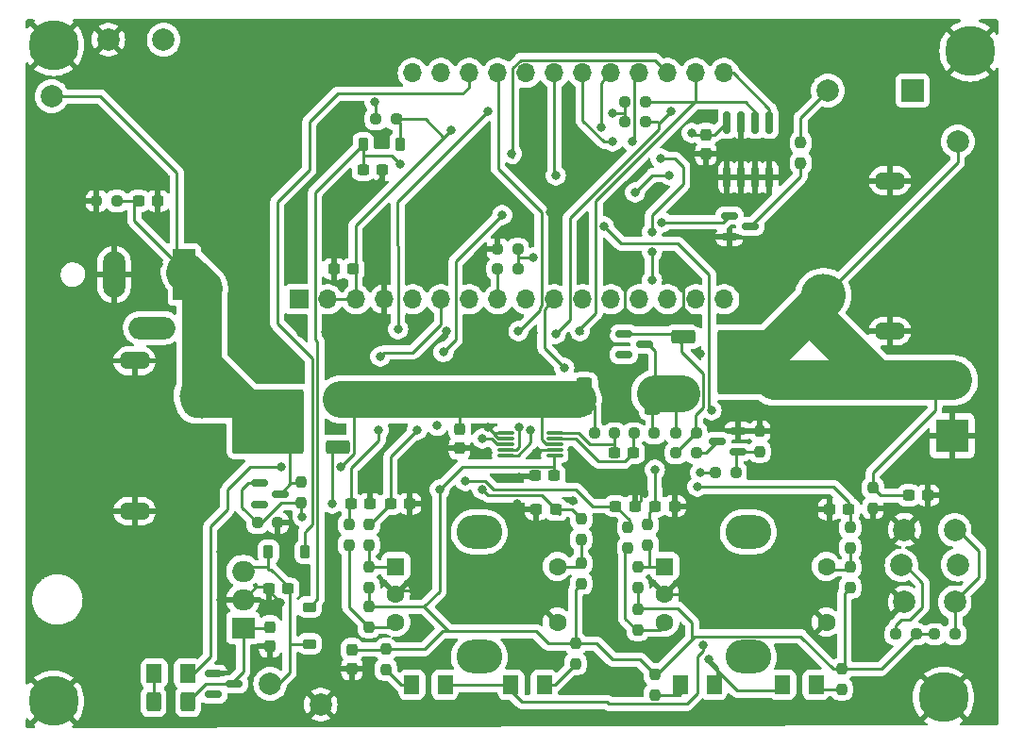
<source format=gtl>
%TF.GenerationSoftware,KiCad,Pcbnew,7.0.10-7.0.10~ubuntu22.04.1*%
%TF.CreationDate,2024-01-10T15:33:03-08:00*%
%TF.ProjectId,eFuse_voltmeter_r6,65467573-655f-4766-9f6c-746d65746572,rev?*%
%TF.SameCoordinates,Original*%
%TF.FileFunction,Copper,L1,Top*%
%TF.FilePolarity,Positive*%
%FSLAX46Y46*%
G04 Gerber Fmt 4.6, Leading zero omitted, Abs format (unit mm)*
G04 Created by KiCad (PCBNEW 7.0.10-7.0.10~ubuntu22.04.1) date 2024-01-10 15:33:03*
%MOMM*%
%LPD*%
G01*
G04 APERTURE LIST*
G04 Aperture macros list*
%AMRoundRect*
0 Rectangle with rounded corners*
0 $1 Rounding radius*
0 $2 $3 $4 $5 $6 $7 $8 $9 X,Y pos of 4 corners*
0 Add a 4 corners polygon primitive as box body*
4,1,4,$2,$3,$4,$5,$6,$7,$8,$9,$2,$3,0*
0 Add four circle primitives for the rounded corners*
1,1,$1+$1,$2,$3*
1,1,$1+$1,$4,$5*
1,1,$1+$1,$6,$7*
1,1,$1+$1,$8,$9*
0 Add four rect primitives between the rounded corners*
20,1,$1+$1,$2,$3,$4,$5,0*
20,1,$1+$1,$4,$5,$6,$7,0*
20,1,$1+$1,$6,$7,$8,$9,0*
20,1,$1+$1,$8,$9,$2,$3,0*%
G04 Aperture macros list end*
%TA.AperFunction,SMDPad,CuDef*%
%ADD10RoundRect,0.250000X-0.850000X-0.350000X0.850000X-0.350000X0.850000X0.350000X-0.850000X0.350000X0*%
%TD*%
%TA.AperFunction,SMDPad,CuDef*%
%ADD11RoundRect,0.250000X-1.275000X-1.125000X1.275000X-1.125000X1.275000X1.125000X-1.275000X1.125000X0*%
%TD*%
%TA.AperFunction,SMDPad,CuDef*%
%ADD12RoundRect,0.249997X-2.950003X-2.650003X2.950003X-2.650003X2.950003X2.650003X-2.950003X2.650003X0*%
%TD*%
%TA.AperFunction,ComponentPad*%
%ADD13C,4.500000*%
%TD*%
%TA.AperFunction,SMDPad,CuDef*%
%ADD14RoundRect,0.237500X0.237500X-0.250000X0.237500X0.250000X-0.237500X0.250000X-0.237500X-0.250000X0*%
%TD*%
%TA.AperFunction,SMDPad,CuDef*%
%ADD15RoundRect,0.237500X-0.250000X-0.237500X0.250000X-0.237500X0.250000X0.237500X-0.250000X0.237500X0*%
%TD*%
%TA.AperFunction,SMDPad,CuDef*%
%ADD16RoundRect,0.237500X0.237500X-0.300000X0.237500X0.300000X-0.237500X0.300000X-0.237500X-0.300000X0*%
%TD*%
%TA.AperFunction,ComponentPad*%
%ADD17C,2.000000*%
%TD*%
%TA.AperFunction,SMDPad,CuDef*%
%ADD18RoundRect,0.250001X0.462499X0.624999X-0.462499X0.624999X-0.462499X-0.624999X0.462499X-0.624999X0*%
%TD*%
%TA.AperFunction,SMDPad,CuDef*%
%ADD19RoundRect,0.250000X0.850000X0.350000X-0.850000X0.350000X-0.850000X-0.350000X0.850000X-0.350000X0*%
%TD*%
%TA.AperFunction,SMDPad,CuDef*%
%ADD20RoundRect,0.250000X1.275000X1.125000X-1.275000X1.125000X-1.275000X-1.125000X1.275000X-1.125000X0*%
%TD*%
%TA.AperFunction,SMDPad,CuDef*%
%ADD21RoundRect,0.249997X2.950003X2.650003X-2.950003X2.650003X-2.950003X-2.650003X2.950003X-2.650003X0*%
%TD*%
%TA.AperFunction,SMDPad,CuDef*%
%ADD22RoundRect,0.237500X-0.237500X0.250000X-0.237500X-0.250000X0.237500X-0.250000X0.237500X0.250000X0*%
%TD*%
%TA.AperFunction,SMDPad,CuDef*%
%ADD23RoundRect,0.237500X0.300000X0.237500X-0.300000X0.237500X-0.300000X-0.237500X0.300000X-0.237500X0*%
%TD*%
%TA.AperFunction,ComponentPad*%
%ADD24C,4.000000*%
%TD*%
%TA.AperFunction,ComponentPad*%
%ADD25O,2.800000X1.600000*%
%TD*%
%TA.AperFunction,SMDPad,CuDef*%
%ADD26RoundRect,0.237500X0.250000X0.237500X-0.250000X0.237500X-0.250000X-0.237500X0.250000X-0.237500X0*%
%TD*%
%TA.AperFunction,ComponentPad*%
%ADD27R,2.000000X4.600000*%
%TD*%
%TA.AperFunction,ComponentPad*%
%ADD28O,2.000000X4.200000*%
%TD*%
%TA.AperFunction,ComponentPad*%
%ADD29O,4.200000X2.000000*%
%TD*%
%TA.AperFunction,SMDPad,CuDef*%
%ADD30RoundRect,0.150000X0.587500X0.150000X-0.587500X0.150000X-0.587500X-0.150000X0.587500X-0.150000X0*%
%TD*%
%TA.AperFunction,SMDPad,CuDef*%
%ADD31RoundRect,0.237500X-0.300000X-0.237500X0.300000X-0.237500X0.300000X0.237500X-0.300000X0.237500X0*%
%TD*%
%TA.AperFunction,SMDPad,CuDef*%
%ADD32RoundRect,0.150000X-0.587500X-0.150000X0.587500X-0.150000X0.587500X0.150000X-0.587500X0.150000X0*%
%TD*%
%TA.AperFunction,SMDPad,CuDef*%
%ADD33RoundRect,0.250000X0.400000X0.625000X-0.400000X0.625000X-0.400000X-0.625000X0.400000X-0.625000X0*%
%TD*%
%TA.AperFunction,SMDPad,CuDef*%
%ADD34RoundRect,0.250001X-0.462499X-0.624999X0.462499X-0.624999X0.462499X0.624999X-0.462499X0.624999X0*%
%TD*%
%TA.AperFunction,SMDPad,CuDef*%
%ADD35RoundRect,0.225000X0.225000X0.375000X-0.225000X0.375000X-0.225000X-0.375000X0.225000X-0.375000X0*%
%TD*%
%TA.AperFunction,SMDPad,CuDef*%
%ADD36RoundRect,0.225000X-0.225000X-0.375000X0.225000X-0.375000X0.225000X0.375000X-0.225000X0.375000X0*%
%TD*%
%TA.AperFunction,SMDPad,CuDef*%
%ADD37RoundRect,0.249999X0.450001X1.425001X-0.450001X1.425001X-0.450001X-1.425001X0.450001X-1.425001X0*%
%TD*%
%TA.AperFunction,ComponentPad*%
%ADD38R,3.000000X3.000000*%
%TD*%
%TA.AperFunction,ComponentPad*%
%ADD39C,3.000000*%
%TD*%
%TA.AperFunction,SMDPad,CuDef*%
%ADD40RoundRect,0.150000X0.150000X-0.825000X0.150000X0.825000X-0.150000X0.825000X-0.150000X-0.825000X0*%
%TD*%
%TA.AperFunction,ComponentPad*%
%ADD41R,2.000000X1.905000*%
%TD*%
%TA.AperFunction,ComponentPad*%
%ADD42O,2.000000X1.905000*%
%TD*%
%TA.AperFunction,ComponentPad*%
%ADD43R,1.700000X1.700000*%
%TD*%
%TA.AperFunction,ComponentPad*%
%ADD44O,1.700000X1.700000*%
%TD*%
%TA.AperFunction,ComponentPad*%
%ADD45R,2.000000X2.000000*%
%TD*%
%TA.AperFunction,ComponentPad*%
%ADD46RoundRect,0.250000X-0.550000X-0.550000X0.550000X-0.550000X0.550000X0.550000X-0.550000X0.550000X0*%
%TD*%
%TA.AperFunction,ComponentPad*%
%ADD47C,1.600000*%
%TD*%
%TA.AperFunction,ComponentPad*%
%ADD48O,4.100000X3.000000*%
%TD*%
%TA.AperFunction,SMDPad,CuDef*%
%ADD49RoundRect,0.075000X-0.650000X-0.075000X0.650000X-0.075000X0.650000X0.075000X-0.650000X0.075000X0*%
%TD*%
%TA.AperFunction,SMDPad,CuDef*%
%ADD50RoundRect,0.225000X-0.375000X0.225000X-0.375000X-0.225000X0.375000X-0.225000X0.375000X0.225000X0*%
%TD*%
%TA.AperFunction,ViaPad*%
%ADD51C,0.800000*%
%TD*%
%TA.AperFunction,Conductor*%
%ADD52C,0.250000*%
%TD*%
%TA.AperFunction,Conductor*%
%ADD53C,3.302000*%
%TD*%
%TA.AperFunction,Conductor*%
%ADD54C,3.556000*%
%TD*%
%TA.AperFunction,Conductor*%
%ADD55C,2.540000*%
%TD*%
G04 APERTURE END LIST*
D10*
%TO.P,Q2,1,G*%
%TO.N,Net-(D2-A)*%
X141300200Y-92592200D03*
D11*
%TO.P,Q2,2,D*%
%TO.N,Net-(J3-Pin_2)*%
X145925200Y-93347200D03*
X145925200Y-96397200D03*
D12*
X147600200Y-94872200D03*
D11*
X149275200Y-93347200D03*
X149275200Y-96397200D03*
D10*
%TO.P,Q2,3,S*%
%TO.N,Net-(D2-K)*%
X141300200Y-97152200D03*
%TD*%
D13*
%TO.P,H4,1,1*%
%TO.N,GND*%
X84810600Y-125307400D03*
%TD*%
D14*
%TO.P,R21,1*%
%TO.N,Net-(D8-A)*%
X138760200Y-124746700D03*
%TO.P,R21,2*%
%TO.N,+3V3*%
X138760200Y-122921700D03*
%TD*%
D15*
%TO.P,R12,1*%
%TO.N,Net-(D2-A)*%
X140641700Y-103006200D03*
%TO.P,R12,2*%
%TO.N,Net-(Q3-C)*%
X142466700Y-103006200D03*
%TD*%
D16*
%TO.P,C7,1*%
%TO.N,GND*%
X104216200Y-120378700D03*
%TO.P,C7,2*%
%TO.N,Net-(D4-K)*%
X104216200Y-118653700D03*
%TD*%
D15*
%TO.P,R9,1*%
%TO.N,+3V3*%
X136069700Y-73288200D03*
%TO.P,R9,2*%
%TO.N,/SDA*%
X137894700Y-73288200D03*
%TD*%
D13*
%TO.P,H2,1,1*%
%TO.N,GND*%
X84818200Y-66430200D03*
%TD*%
D17*
%TO.P,TP_Alert1,1,1*%
%TO.N,/INA228_ALR*%
X94691200Y-65922200D03*
%TD*%
D14*
%TO.P,R32,1*%
%TO.N,Net-(R29-Pad2)*%
X132156200Y-110776700D03*
%TO.P,R32,2*%
%TO.N,/OV_ENC_SW*%
X132156200Y-108951700D03*
%TD*%
D18*
%TO.P,D8,1,K*%
%TO.N,/OC_LED*%
X144057700Y-123834200D03*
%TO.P,D8,2,A*%
%TO.N,Net-(D8-A)*%
X141082700Y-123834200D03*
%TD*%
D13*
%TO.P,H1,1,1*%
%TO.N,GND*%
X167028200Y-66938200D03*
%TD*%
D19*
%TO.P,Q1,1,G*%
%TO.N,Net-(D1-A)*%
X110312200Y-102486200D03*
D20*
%TO.P,Q1,2,D*%
%TO.N,Net-(D1-K)*%
X105687200Y-101731200D03*
X105687200Y-98681200D03*
D21*
X104012200Y-100206200D03*
D20*
X102337200Y-101731200D03*
X102337200Y-98681200D03*
D19*
%TO.P,Q1,3,S*%
%TO.N,Net-(Q1-S)*%
X110312200Y-97926200D03*
%TD*%
D17*
%TO.P,PWR_OUT1,1,1*%
%TO.N,Net-(J3-Pin_2)*%
X165938200Y-75066200D03*
%TD*%
D22*
%TO.P,R6,1*%
%TO.N,Net-(D1-K)*%
X107010200Y-105649700D03*
%TO.P,R6,2*%
%TO.N,Net-(D1-A)*%
X107010200Y-107474700D03*
%TD*%
D14*
%TO.P,R20,1*%
%TO.N,Net-(D7-A)*%
X155524200Y-124238700D03*
%TO.P,R20,2*%
%TO.N,+3V3*%
X155524200Y-122413700D03*
%TD*%
D23*
%TO.P,C12,1*%
%TO.N,/OC_ENC_SW*%
X156132700Y-108086200D03*
%TO.P,C12,2*%
%TO.N,GND*%
X154407700Y-108086200D03*
%TD*%
D24*
%TO.P,J2,1,Pin_1*%
%TO.N,GND*%
X98085305Y-105097016D03*
%TO.P,J2,2,Pin_2*%
%TO.N,Net-(D1-K)*%
X98085305Y-97897016D03*
D25*
%TO.P,J2,MP,MountPin*%
%TO.N,GND*%
X92085305Y-108247016D03*
X92085305Y-94747016D03*
%TD*%
D23*
%TO.P,C10,1*%
%TO.N,GND*%
X114323200Y-77606200D03*
%TO.P,C10,2*%
%TO.N,Net-(BZ1--)*%
X112598200Y-77606200D03*
%TD*%
D26*
%TO.P,R3,1*%
%TO.N,Net-(D2-K)*%
X138690700Y-101258200D03*
%TO.P,R3,2*%
%TO.N,Net-(U1-IN-)*%
X136865700Y-101258200D03*
%TD*%
D27*
%TO.P,J1,1*%
%TO.N,Net-(D1-K)*%
X96546200Y-87004200D03*
D28*
%TO.P,J1,2*%
%TO.N,GND*%
X90246200Y-87004200D03*
D29*
%TO.P,J1,3*%
%TO.N,N/C*%
X93646200Y-91804200D03*
%TD*%
D15*
%TO.P,R13,1*%
%TO.N,/FET_DRV*%
X144197700Y-104784200D03*
%TO.P,R13,2*%
%TO.N,Net-(Q3-B)*%
X146022700Y-104784200D03*
%TD*%
D26*
%TO.P,R16,1*%
%TO.N,/OP_SW*%
X165680600Y-119288200D03*
%TO.P,R16,2*%
%TO.N,+3V3*%
X163855600Y-119288200D03*
%TD*%
D15*
%TO.P,R17,1*%
%TO.N,Net-(SW1-K)*%
X160375800Y-119288200D03*
%TO.P,R17,2*%
%TO.N,+3V3*%
X162200800Y-119288200D03*
%TD*%
D30*
%TO.P,Q3,1,B*%
%TO.N,Net-(Q3-B)*%
X146223200Y-102940200D03*
%TO.P,Q3,2,E*%
%TO.N,GND*%
X146223200Y-101040200D03*
%TO.P,Q3,3,C*%
%TO.N,Net-(Q3-C)*%
X144348200Y-101990200D03*
%TD*%
D22*
%TO.P,R4,1*%
%TO.N,Net-(J3-Pin_2)*%
X158318200Y-106157700D03*
%TO.P,R4,2*%
%TO.N,GND*%
X158318200Y-107982700D03*
%TD*%
D31*
%TO.P,C16,1*%
%TO.N,/OC_ENC_B*%
X135230700Y-107797200D03*
%TO.P,C16,2*%
%TO.N,GND*%
X136955700Y-107797200D03*
%TD*%
D32*
%TO.P,D1,1,A*%
%TO.N,Net-(D1-A)*%
X103280700Y-105748200D03*
%TO.P,D1,2,NC*%
%TO.N,unconnected-(D1-NC-Pad2)*%
X103280700Y-107648200D03*
%TO.P,D1,3,K*%
%TO.N,Net-(D1-K)*%
X105155700Y-106698200D03*
%TD*%
D23*
%TO.P,C2,1*%
%TO.N,GND*%
X94156700Y-80400200D03*
%TO.P,C2,2*%
%TO.N,Net-(D1-K)*%
X92431700Y-80400200D03*
%TD*%
D17*
%TO.P,TP_5V1,1,1*%
%TO.N,+5V*%
X104241600Y-123748800D03*
%TD*%
D16*
%TO.P,C17,1*%
%TO.N,GND*%
X143332200Y-76182700D03*
%TO.P,C17,2*%
%TO.N,+3V3*%
X143332200Y-74457700D03*
%TD*%
%TO.P,C9,1*%
%TO.N,GND*%
X111582200Y-122410700D03*
%TO.P,C9,2*%
%TO.N,+3V3*%
X111582200Y-120685700D03*
%TD*%
D22*
%TO.P,R31,1*%
%TO.N,/OV_ENC_A*%
X113106200Y-109459700D03*
%TO.P,R31,2*%
%TO.N,Net-(R26-Pad2)*%
X113106200Y-111284700D03*
%TD*%
%TO.P,R33,1*%
%TO.N,/OC_ENC_A*%
X138125200Y-109459700D03*
%TO.P,R33,2*%
%TO.N,Net-(R28-Pad2)*%
X138125200Y-111284700D03*
%TD*%
D32*
%TO.P,D4,1,A*%
%TO.N,GND*%
X99136200Y-122818200D03*
%TO.P,D4,2,NC*%
%TO.N,unconnected-(D4-NC-Pad2)*%
X99136200Y-124718200D03*
%TO.P,D4,3,K*%
%TO.N,Net-(D4-K)*%
X101011200Y-123768200D03*
%TD*%
D17*
%TO.P,GND1,1,1*%
%TO.N,GND*%
X108788200Y-125612200D03*
%TD*%
D15*
%TO.P,R11,1*%
%TO.N,Net-(D1-A)*%
X103105700Y-109298200D03*
%TO.P,R11,2*%
%TO.N,GND*%
X104930700Y-109298200D03*
%TD*%
D33*
%TO.P,R15,1*%
%TO.N,Net-(D4-K)*%
X96876200Y-125358200D03*
%TO.P,R15,2*%
%TO.N,Net-(FB1-Pad1)*%
X93776200Y-125358200D03*
%TD*%
D22*
%TO.P,R35,1*%
%TO.N,/OV_ENC_B*%
X111328200Y-109459700D03*
%TO.P,R35,2*%
%TO.N,Net-(R25-Pad2)*%
X111328200Y-111284700D03*
%TD*%
D34*
%TO.P,D6,1,K*%
%TO.N,/OV_LED*%
X125842700Y-123834200D03*
%TO.P,D6,2,A*%
%TO.N,Net-(D6-A)*%
X128817700Y-123834200D03*
%TD*%
D35*
%TO.P,D3,1,K*%
%TO.N,/VBUS*%
X107390200Y-111896200D03*
%TO.P,D3,2,A*%
%TO.N,+5V*%
X104090200Y-111896200D03*
%TD*%
D14*
%TO.P,R28,1*%
%TO.N,+3V3*%
X137236200Y-115094700D03*
%TO.P,R28,2*%
%TO.N,Net-(R28-Pad2)*%
X137236200Y-113269700D03*
%TD*%
D34*
%TO.P,D7,1,K*%
%TO.N,/OC_LED*%
X150226700Y-123834200D03*
%TO.P,D7,2,A*%
%TO.N,Net-(D7-A)*%
X153201700Y-123834200D03*
%TD*%
D26*
%TO.P,R5,1*%
%TO.N,Net-(D1-K)*%
X90500200Y-80400200D03*
%TO.P,R5,2*%
%TO.N,GND*%
X88675200Y-80400200D03*
%TD*%
D36*
%TO.P,D10,1,K*%
%TO.N,Net-(BZ1--)*%
X112600200Y-75320200D03*
%TO.P,D10,2,A*%
%TO.N,+3V3*%
X115900200Y-75320200D03*
%TD*%
D37*
%TO.P,R1,1*%
%TO.N,Net-(D2-K)*%
X138538200Y-97938200D03*
%TO.P,R1,2*%
%TO.N,Net-(Q1-S)*%
X132438200Y-97938200D03*
%TD*%
D38*
%TO.P,J4,1,Pin_1*%
%TO.N,GND*%
X165430200Y-101482200D03*
D39*
%TO.P,J4,2,Pin_2*%
%TO.N,Net-(J3-Pin_2)*%
X165430200Y-96402200D03*
%TD*%
D15*
%TO.P,R7,1*%
%TO.N,Net-(D2-K)*%
X140641700Y-101228200D03*
%TO.P,R7,2*%
%TO.N,Net-(D2-A)*%
X142466700Y-101228200D03*
%TD*%
D13*
%TO.P,H3,1,1*%
%TO.N,GND*%
X164652105Y-124964816D03*
%TD*%
D22*
%TO.P,R25,1*%
%TO.N,+3V3*%
X113106200Y-116825700D03*
%TO.P,R25,2*%
%TO.N,Net-(R25-Pad2)*%
X113106200Y-118650700D03*
%TD*%
D26*
%TO.P,R24,1*%
%TO.N,Net-(Q4-B)*%
X126464700Y-84718200D03*
%TO.P,R24,2*%
%TO.N,GND*%
X124639700Y-84718200D03*
%TD*%
D40*
%TO.P,U4,1,A0*%
%TO.N,GND*%
X145237200Y-78303200D03*
%TO.P,U4,2,A1*%
X146507200Y-78303200D03*
%TO.P,U4,3,A2*%
X147777200Y-78303200D03*
%TO.P,U4,4,GND*%
X149047200Y-78303200D03*
%TO.P,U4,5,SDA*%
%TO.N,/SDA*%
X149047200Y-73353200D03*
%TO.P,U4,6,SCL*%
%TO.N,/SCL*%
X147777200Y-73353200D03*
%TO.P,U4,7,WP*%
%TO.N,GND*%
X146507200Y-73353200D03*
%TO.P,U4,8,VCC*%
%TO.N,+3V3*%
X145237200Y-73353200D03*
%TD*%
D41*
%TO.P,U3,1,VI*%
%TO.N,Net-(D4-K)*%
X101813000Y-118719600D03*
D42*
%TO.P,U3,2,GND*%
%TO.N,GND*%
X101813000Y-116179600D03*
%TO.P,U3,3,VO*%
%TO.N,+5V*%
X101813000Y-113639600D03*
%TD*%
D18*
%TO.P,D5,1,K*%
%TO.N,/OV_LED*%
X119927700Y-123834200D03*
%TO.P,D5,2,A*%
%TO.N,Net-(D5-A)*%
X116952700Y-123834200D03*
%TD*%
D43*
%TO.P,U2,1,RESET*%
%TO.N,unconnected-(U2-RESET-Pad1)*%
X106878200Y-89238200D03*
D44*
%TO.P,U2,2,3V3*%
%TO.N,+3V3*%
X109418200Y-89238200D03*
%TO.P,U2,3,3V3*%
X111958200Y-89238200D03*
%TO.P,U2,4,GND*%
%TO.N,GND*%
X114498200Y-89238200D03*
%TO.P,U2,5,A0*%
%TO.N,/OV_ENC_A*%
X117038200Y-89238200D03*
%TO.P,U2,6,A1*%
%TO.N,/OV_ENC_B*%
X119578200Y-89238200D03*
%TO.P,U2,7,A2*%
%TO.N,/OV_ENC_SW*%
X122118200Y-89238200D03*
%TO.P,U2,8,A3*%
%TO.N,/BUZZER*%
X124658200Y-89238200D03*
%TO.P,U2,9,D24*%
%TO.N,/FET_DRV*%
X127198200Y-89238200D03*
%TO.P,U2,10,D25*%
%TO.N,/OC_ENC_SW*%
X129738200Y-89238200D03*
%TO.P,U2,11,SCK*%
%TO.N,unconnected-(U2-SCK-Pad11)*%
X132278200Y-89238200D03*
%TO.P,U2,12,MOSI*%
%TO.N,unconnected-(U2-MOSI-Pad12)*%
X134818200Y-89238200D03*
%TO.P,U2,13,MISO*%
%TO.N,unconnected-(U2-MISO-Pad13)*%
X137358200Y-89238200D03*
%TO.P,U2,14,RX*%
%TO.N,unconnected-(U2-RX-Pad14)*%
X139898200Y-89238200D03*
%TO.P,U2,15,TX*%
%TO.N,unconnected-(U2-TX-Pad15)*%
X142438200Y-89238200D03*
%TO.P,U2,16,D4*%
%TO.N,unconnected-(U2-D4-Pad16)*%
X144978200Y-89238200D03*
%TO.P,U2,17,SDA*%
%TO.N,/SDA*%
X144978200Y-68918200D03*
%TO.P,U2,18,SCL*%
%TO.N,/SCL*%
X142438200Y-68918200D03*
%TO.P,U2,19,D5*%
%TO.N,/OC_ENC_B*%
X139898200Y-68918200D03*
%TO.P,U2,20,D6*%
%TO.N,/OC_ENC_A*%
X137358200Y-68918200D03*
%TO.P,U2,21,D9*%
%TO.N,/OP_SW*%
X134818200Y-68918200D03*
%TO.P,U2,22,D10*%
%TO.N,/OUTPUT_LED*%
X132278200Y-68918200D03*
%TO.P,U2,23,D11*%
%TO.N,/OV_LED*%
X129738200Y-68918200D03*
%TO.P,U2,24,D12*%
%TO.N,/OC_LED*%
X127198200Y-68918200D03*
%TO.P,U2,25,D13*%
%TO.N,/INA228_ALR*%
X124658200Y-68918200D03*
%TO.P,U2,26,VBUS*%
%TO.N,/VBUS*%
X122118200Y-68918200D03*
%TO.P,U2,27,EN*%
%TO.N,unconnected-(U2-EN-Pad27)*%
X119578200Y-68918200D03*
%TO.P,U2,28,VBAT*%
%TO.N,unconnected-(U2-VBAT-Pad28)*%
X117038200Y-68918200D03*
%TD*%
D45*
%TO.P,BZ1,1,-*%
%TO.N,Net-(BZ1--)*%
X161864200Y-70494200D03*
D17*
%TO.P,BZ1,2,+*%
%TO.N,Net-(BZ1-+)*%
X154264200Y-70494200D03*
%TD*%
D31*
%TO.P,C13,1*%
%TO.N,/OV_ENC_A*%
X115037700Y-107578200D03*
%TO.P,C13,2*%
%TO.N,GND*%
X116762700Y-107578200D03*
%TD*%
%TO.P,C6,1*%
%TO.N,GND*%
X109957700Y-86496200D03*
%TO.P,C6,2*%
%TO.N,+3V3*%
X111682700Y-86496200D03*
%TD*%
%TO.P,C8,1*%
%TO.N,GND*%
X104115700Y-115198200D03*
%TO.P,C8,2*%
%TO.N,+5V*%
X105840700Y-115198200D03*
%TD*%
D17*
%TO.P,Vin1,1,1*%
%TO.N,Net-(D1-K)*%
X84658200Y-71002200D03*
%TD*%
%TO.P,GND2,1,1*%
%TO.N,GND*%
X89738200Y-65922200D03*
%TD*%
D32*
%TO.P,D2,1,A*%
%TO.N,Net-(D2-A)*%
X135966200Y-92318200D03*
%TO.P,D2,2,NC*%
%TO.N,unconnected-(D2-NC-Pad2)*%
X135966200Y-94218200D03*
%TO.P,D2,3,K*%
%TO.N,Net-(D2-K)*%
X137841200Y-93268200D03*
%TD*%
D26*
%TO.P,R23,1*%
%TO.N,Net-(Q4-B)*%
X126464700Y-86496200D03*
%TO.P,R23,2*%
%TO.N,/BUZZER*%
X124639700Y-86496200D03*
%TD*%
D14*
%TO.P,R19,1*%
%TO.N,Net-(D6-A)*%
X131648200Y-121952700D03*
%TO.P,R19,2*%
%TO.N,+3V3*%
X131648200Y-120127700D03*
%TD*%
%TO.P,R22,1*%
%TO.N,Net-(Q4-C)*%
X151841200Y-76994700D03*
%TO.P,R22,2*%
%TO.N,Net-(BZ1-+)*%
X151841200Y-75169700D03*
%TD*%
D32*
%TO.P,Q4,1,B*%
%TO.N,Net-(Q4-B)*%
X145442700Y-81736200D03*
%TO.P,Q4,2,E*%
%TO.N,GND*%
X145442700Y-83636200D03*
%TO.P,Q4,3,C*%
%TO.N,Net-(Q4-C)*%
X147317700Y-82686200D03*
%TD*%
D17*
%TO.P,SW1,1,1*%
%TO.N,GND*%
X161148200Y-116416200D03*
X161148200Y-109916200D03*
%TO.P,SW1,2,2*%
%TO.N,/OUTPUT_LED*%
X165923400Y-113063400D03*
%TO.P,SW1,3,K*%
%TO.N,Net-(SW1-K)*%
X160894200Y-113114200D03*
%TO.P,SW1,4,A*%
%TO.N,/OP_SW*%
X165648200Y-116416200D03*
X165648200Y-109916200D03*
%TD*%
D46*
%TO.P,SW3,A,A*%
%TO.N,Net-(R28-Pad2)*%
X139638200Y-113206200D03*
D47*
%TO.P,SW3,B,B*%
%TO.N,Net-(R27-Pad2)*%
X139638200Y-118206200D03*
%TO.P,SW3,C,C*%
%TO.N,GND*%
X139638200Y-115706200D03*
%TO.P,SW3,S1,S1*%
%TO.N,Net-(R30-Pad2)*%
X154138200Y-113206200D03*
%TO.P,SW3,S2,S2*%
%TO.N,GND*%
X154138200Y-118206200D03*
D48*
%TO.P,SW3,SH*%
%TO.N,N/C*%
X147138200Y-110106200D03*
X147138200Y-121306200D03*
%TD*%
D24*
%TO.P,J3,1,Pin_1*%
%TO.N,GND*%
X153842200Y-81734200D03*
%TO.P,J3,2,Pin_2*%
%TO.N,Net-(J3-Pin_2)*%
X153842200Y-88934200D03*
D25*
%TO.P,J3,MP,MountPin*%
%TO.N,GND*%
X159842200Y-78584200D03*
X159842200Y-92084200D03*
%TD*%
D49*
%TO.P,U1,1,A0*%
%TO.N,GND*%
X125384200Y-101244200D03*
%TO.P,U1,2,A1*%
X125384200Y-101744200D03*
%TO.P,U1,3,ALERT*%
%TO.N,/INA228_ALR*%
X125384200Y-102244200D03*
%TO.P,U1,4,SDA*%
%TO.N,/SDA*%
X125384200Y-102744200D03*
%TO.P,U1,5,SCL*%
%TO.N,/SCL*%
X125384200Y-103244200D03*
%TO.P,U1,6,VS*%
%TO.N,+3V3*%
X129784200Y-103244200D03*
%TO.P,U1,7,GND*%
%TO.N,GND*%
X129784200Y-102744200D03*
%TO.P,U1,8,VBUS*%
%TO.N,Net-(Q1-S)*%
X129784200Y-102244200D03*
%TO.P,U1,9,IN-*%
%TO.N,Net-(U1-IN-)*%
X129784200Y-101744200D03*
%TO.P,U1,10,IN+*%
%TO.N,Net-(U1-IN+)*%
X129784200Y-101244200D03*
%TD*%
D16*
%TO.P,C3,1*%
%TO.N,GND*%
X121234200Y-102598700D03*
%TO.P,C3,2*%
%TO.N,Net-(Q1-S)*%
X121234200Y-100873700D03*
%TD*%
D31*
%TO.P,C15,1*%
%TO.N,/OC_ENC_A*%
X138786700Y-107797200D03*
%TO.P,C15,2*%
%TO.N,GND*%
X140511700Y-107797200D03*
%TD*%
%TO.P,C5,1*%
%TO.N,GND*%
X127991700Y-105038200D03*
%TO.P,C5,2*%
%TO.N,+3V3*%
X129716700Y-105038200D03*
%TD*%
D14*
%TO.P,R18,1*%
%TO.N,Net-(D5-A)*%
X114630200Y-122460700D03*
%TO.P,R18,2*%
%TO.N,+3V3*%
X114630200Y-120635700D03*
%TD*%
%TO.P,R26,1*%
%TO.N,+3V3*%
X113106200Y-115094700D03*
%TO.P,R26,2*%
%TO.N,Net-(R26-Pad2)*%
X113106200Y-113269700D03*
%TD*%
%TO.P,R29,1*%
%TO.N,+3V3*%
X132156200Y-114737200D03*
%TO.P,R29,2*%
%TO.N,Net-(R29-Pad2)*%
X132156200Y-112912200D03*
%TD*%
D26*
%TO.P,R10,1*%
%TO.N,+3V3*%
X115542700Y-73034200D03*
%TO.P,R10,2*%
%TO.N,/INA228_ALR*%
X113717700Y-73034200D03*
%TD*%
D34*
%TO.P,FB1,1*%
%TO.N,Net-(FB1-Pad1)*%
X93838700Y-122818200D03*
%TO.P,FB1,2*%
%TO.N,Net-(Q1-S)*%
X96813700Y-122818200D03*
%TD*%
D31*
%TO.P,C1,1*%
%TO.N,Net-(J3-Pin_2)*%
X161519700Y-106816200D03*
%TO.P,C1,2*%
%TO.N,GND*%
X163244700Y-106816200D03*
%TD*%
D14*
%TO.P,R34,1*%
%TO.N,Net-(R30-Pad2)*%
X156286200Y-111538700D03*
%TO.P,R34,2*%
%TO.N,/OC_ENC_SW*%
X156286200Y-109713700D03*
%TD*%
D22*
%TO.P,R36,1*%
%TO.N,/OC_ENC_B*%
X136347200Y-109713700D03*
%TO.P,R36,2*%
%TO.N,Net-(R27-Pad2)*%
X136347200Y-111538700D03*
%TD*%
D23*
%TO.P,C4,1*%
%TO.N,Net-(U1-IN-)*%
X136828700Y-103006200D03*
%TO.P,C4,2*%
%TO.N,Net-(U1-IN+)*%
X135103700Y-103006200D03*
%TD*%
D15*
%TO.P,R8,1*%
%TO.N,+3V3*%
X136069700Y-71510200D03*
%TO.P,R8,2*%
%TO.N,/SCL*%
X137894700Y-71510200D03*
%TD*%
D31*
%TO.P,C14,1*%
%TO.N,/OV_ENC_B*%
X111481700Y-107578200D03*
%TO.P,C14,2*%
%TO.N,GND*%
X113206700Y-107578200D03*
%TD*%
D23*
%TO.P,C11,1*%
%TO.N,/OV_ENC_SW*%
X129843700Y-108086200D03*
%TO.P,C11,2*%
%TO.N,GND*%
X128118700Y-108086200D03*
%TD*%
D22*
%TO.P,R27,1*%
%TO.N,+3V3*%
X137236200Y-117079700D03*
%TO.P,R27,2*%
%TO.N,Net-(R27-Pad2)*%
X137236200Y-118904700D03*
%TD*%
D46*
%TO.P,SW2,A,A*%
%TO.N,Net-(R26-Pad2)*%
X115508200Y-113206200D03*
D47*
%TO.P,SW2,B,B*%
%TO.N,Net-(R25-Pad2)*%
X115508200Y-118206200D03*
%TO.P,SW2,C,C*%
%TO.N,GND*%
X115508200Y-115706200D03*
%TO.P,SW2,S1,S1*%
%TO.N,Net-(R29-Pad2)*%
X130008200Y-113206200D03*
%TO.P,SW2,S2,S2*%
%TO.N,GND*%
X130008200Y-118206200D03*
D48*
%TO.P,SW2,SH*%
%TO.N,N/C*%
X123008200Y-110106200D03*
X123008200Y-121306200D03*
%TD*%
D15*
%TO.P,R2,1*%
%TO.N,Net-(Q1-S)*%
X133305700Y-101258200D03*
%TO.P,R2,2*%
%TO.N,Net-(U1-IN+)*%
X135130700Y-101258200D03*
%TD*%
D50*
%TO.P,D9,1,K*%
%TO.N,Net-(BZ1--)*%
X107772200Y-116850200D03*
%TO.P,D9,2,A*%
%TO.N,+5V*%
X107772200Y-120150200D03*
%TD*%
D14*
%TO.P,R14,1*%
%TO.N,Net-(Q3-B)*%
X148158200Y-102902700D03*
%TO.P,R14,2*%
%TO.N,GND*%
X148158200Y-101077700D03*
%TD*%
%TO.P,R30,1*%
%TO.N,+3V3*%
X156286200Y-115094700D03*
%TO.P,R30,2*%
%TO.N,Net-(R30-Pad2)*%
X156286200Y-113269700D03*
%TD*%
D51*
%TO.N,GND*%
X85674200Y-104276200D03*
X94101533Y-118798200D03*
X146507200Y-75193200D03*
X131394200Y-107324200D03*
X92151532Y-115798200D03*
X90134867Y-117498200D03*
X103408200Y-93638200D03*
X136601200Y-85480200D03*
X84818200Y-97178200D03*
X148920200Y-85734200D03*
X118108200Y-85548200D03*
X113614200Y-104149200D03*
X90134867Y-118798200D03*
X86436200Y-83448200D03*
X111328200Y-95386200D03*
X116408200Y-104784200D03*
X167386000Y-92922400D03*
X142824200Y-94116200D03*
X113207800Y-86394600D03*
X156286200Y-79384200D03*
X90134867Y-120198200D03*
X150952200Y-121040200D03*
X86301533Y-112598200D03*
X88151534Y-117498200D03*
X128092200Y-103006200D03*
X88284866Y-114098200D03*
X109258200Y-92168200D03*
X125222000Y-93887600D03*
X126441200Y-107578200D03*
X117170200Y-87004200D03*
X85928200Y-77860200D03*
X92251532Y-114098200D03*
X142570200Y-91322200D03*
X152730200Y-104276200D03*
X111709200Y-80146200D03*
X90168199Y-115798200D03*
X165430200Y-85226200D03*
X123774200Y-100720200D03*
X119278400Y-86902600D03*
X113207800Y-91373000D03*
X106502200Y-95894200D03*
X159461200Y-124596200D03*
X107010200Y-92211200D03*
X147650200Y-104784200D03*
X84184868Y-118798200D03*
X120980200Y-114182200D03*
X143332200Y-80400200D03*
X167589200Y-105546200D03*
X90268199Y-112598200D03*
X141681200Y-115706200D03*
X135204200Y-97164200D03*
X156565600Y-100669400D03*
X99796600Y-111921600D03*
X137363200Y-91169800D03*
X102489000Y-89772800D03*
X109804200Y-84464200D03*
X120853200Y-95386200D03*
X92251532Y-112598200D03*
X133553200Y-106562200D03*
X94101533Y-117498200D03*
X96218200Y-114098200D03*
X110617000Y-91982600D03*
X152984200Y-85099200D03*
X113233200Y-106054200D03*
X90498200Y-83608200D03*
X102311200Y-91957200D03*
X133934200Y-118246200D03*
X123571000Y-91017400D03*
X114376200Y-91322200D03*
X96118200Y-115798200D03*
X88151534Y-120198200D03*
X160553400Y-104885800D03*
X136093200Y-91068200D03*
X103200200Y-80654200D03*
X150190200Y-114182200D03*
X106426000Y-87004200D03*
X134747000Y-91195200D03*
X123258200Y-79368200D03*
X95732600Y-108772000D03*
X153619200Y-100466200D03*
X114376200Y-87004200D03*
X165303200Y-81162200D03*
X151003000Y-107654400D03*
X126314200Y-113166200D03*
X97002600Y-101964800D03*
X96084868Y-117498200D03*
X127863600Y-92287400D03*
X134061200Y-111642200D03*
X141554200Y-110626200D03*
X88284866Y-112598200D03*
X126314200Y-95640200D03*
X101676200Y-93862200D03*
X142316200Y-87359800D03*
X120091200Y-92084200D03*
X136880600Y-87283600D03*
X132664200Y-77352200D03*
X92118200Y-118798200D03*
X94310200Y-101990200D03*
X118313200Y-91322200D03*
X102438200Y-87766200D03*
X132283200Y-94370200D03*
X91516200Y-103768200D03*
X123774200Y-103006200D03*
X146888200Y-91068200D03*
X132918200Y-95386200D03*
X105193200Y-116468200D03*
X99339400Y-85073800D03*
X118313200Y-102244200D03*
X113487200Y-79384200D03*
X110058200Y-100720200D03*
X151358600Y-102041000D03*
X137490200Y-106308200D03*
X131267200Y-105038200D03*
X149428200Y-83626000D03*
X135026400Y-87232800D03*
X134442200Y-92084200D03*
X84184868Y-120198200D03*
X86168201Y-118798200D03*
X94564200Y-94370200D03*
X115290600Y-95335400D03*
X134188200Y-123326200D03*
X94134865Y-115798200D03*
X99818200Y-116198200D03*
X86168201Y-120198200D03*
X168427400Y-102142600D03*
X135712200Y-81416200D03*
X118313200Y-95640200D03*
X104488200Y-79128200D03*
X96084868Y-120198200D03*
X96218200Y-112598200D03*
X88184866Y-115798200D03*
X132283200Y-83829200D03*
X126009400Y-90712600D03*
X105486200Y-94878200D03*
X94218200Y-86098200D03*
X85928200Y-88528200D03*
X139598400Y-91195200D03*
X117932200Y-118500200D03*
X168071800Y-99221600D03*
X94234865Y-112598200D03*
X149504400Y-87029600D03*
X94234865Y-114098200D03*
X83618200Y-122198200D03*
X159842200Y-88147200D03*
X167208200Y-71764200D03*
X92118200Y-120198200D03*
X141300200Y-86750200D03*
X109804200Y-118881200D03*
X130632200Y-109864200D03*
X91718200Y-106498200D03*
X146989800Y-90026800D03*
X88151534Y-118798200D03*
X156260800Y-83880000D03*
X96084868Y-118798200D03*
X92118200Y-117498200D03*
X110185200Y-94878200D03*
X106756200Y-83829200D03*
X117424200Y-115325200D03*
X90268199Y-114098200D03*
X125806200Y-83194200D03*
X128600200Y-116849200D03*
X94101533Y-120198200D03*
X147472400Y-84921400D03*
X127584200Y-120151200D03*
X129362200Y-81416200D03*
X121358200Y-82528200D03*
X146888200Y-99196200D03*
X157175200Y-102498200D03*
X93395800Y-87994800D03*
X164668200Y-72780200D03*
X84318200Y-112598200D03*
X102616000Y-84845200D03*
X126568200Y-105165200D03*
%TO.N,Net-(D1-A)*%
X107137200Y-108721200D03*
X109804200Y-107578200D03*
%TO.N,Net-(Q1-S)*%
X105232200Y-104276200D03*
X110566200Y-104276200D03*
%TO.N,/OV_LED*%
X143078200Y-120278200D03*
X129870200Y-78114200D03*
X143840200Y-99196200D03*
X134188200Y-82686200D03*
%TO.N,/OC_LED*%
X123808200Y-72318200D03*
X115721200Y-91905200D03*
X143586200Y-121548200D03*
%TO.N,Net-(Q4-B)*%
X127838200Y-85480200D03*
X139395200Y-82305200D03*
%TO.N,/FET_DRV*%
X142824200Y-104784200D03*
%TO.N,Net-(BZ1--)*%
X115900200Y-77098200D03*
X140059853Y-78084547D03*
X136982200Y-79638200D03*
%TO.N,+3V3*%
X142062200Y-74304200D03*
X120472200Y-74050200D03*
X134950200Y-72526200D03*
X119456200Y-106308200D03*
%TO.N,/OP_SW*%
X133934200Y-73796200D03*
%TO.N,/SCL*%
X132029200Y-92084200D03*
X127584200Y-100974200D03*
%TO.N,/SDA*%
X126568200Y-100720200D03*
X140220700Y-72335700D03*
X129870200Y-92338200D03*
%TO.N,/INA228_ALR*%
X113614200Y-71510200D03*
X126517400Y-92084200D03*
X123266200Y-101736200D03*
%TO.N,/OUTPUT_LED*%
X134950200Y-75066200D03*
%TO.N,/OV_ENC_SW*%
X123266200Y-106308200D03*
%TO.N,/OV_ENC_A*%
X117424200Y-100974200D03*
%TO.N,/OV_ENC_B*%
X114122200Y-94370200D03*
X113995200Y-100974200D03*
%TO.N,/OC_ENC_SW*%
X130632200Y-95386200D03*
X142570200Y-106054200D03*
%TO.N,/OC_ENC_A*%
X138506200Y-84972200D03*
X138506200Y-87512200D03*
X138506200Y-83194200D03*
X139268200Y-76590200D03*
X136728200Y-75066200D03*
X138760200Y-104530200D03*
%TO.N,/OC_ENC_B*%
X119238200Y-100588200D03*
X119780200Y-93962200D03*
X125918200Y-76168200D03*
X121742200Y-105546200D03*
X125054200Y-81660200D03*
%TD*%
D52*
%TO.N,GND*%
X146507200Y-75193200D02*
X146507200Y-73353200D01*
X136093200Y-85988200D02*
X136601200Y-85480200D01*
X113233200Y-107551700D02*
X113206700Y-107578200D01*
X114376200Y-89116200D02*
X114498200Y-89238200D01*
X103987600Y-116917300D02*
X103249900Y-116179600D01*
X114376200Y-91322200D02*
X114376200Y-89360200D01*
X137490200Y-107262700D02*
X136955700Y-107797200D01*
X124727832Y-101744200D02*
X124298200Y-101314568D01*
X104744100Y-116917300D02*
X103987600Y-116917300D01*
X125384200Y-101744200D02*
X124727832Y-101744200D01*
X128354200Y-102744200D02*
X128092200Y-103006200D01*
X128651200Y-116849200D02*
X130008200Y-118206200D01*
X113233200Y-106054200D02*
X113233200Y-107551700D01*
X141681200Y-115706200D02*
X139638200Y-115706200D01*
X113487200Y-79003200D02*
X114323200Y-78167200D01*
X99482600Y-116179600D02*
X101813000Y-116179600D01*
X129784200Y-102744200D02*
X128354200Y-102744200D01*
X124298200Y-101244200D02*
X123774200Y-100720200D01*
X141263200Y-90015200D02*
X142570200Y-91322200D01*
X126568200Y-105165200D02*
X127864700Y-105165200D01*
X105193200Y-116468200D02*
X104013000Y-115288000D01*
X128600200Y-116849200D02*
X128651200Y-116849200D01*
X141300200Y-86750200D02*
X141263200Y-86787200D01*
X137490200Y-106308200D02*
X137490200Y-107262700D01*
X103249900Y-116179600D02*
X101813000Y-116179600D01*
X99818200Y-116198200D02*
X100037600Y-116417600D01*
X125384200Y-101244200D02*
X124298200Y-101244200D01*
X99118200Y-122706400D02*
X98657600Y-122706400D01*
X105193200Y-116468200D02*
X104744100Y-116917300D01*
X114376200Y-87004200D02*
X114376200Y-89116200D01*
X102982500Y-115010100D02*
X101813000Y-116179600D01*
X127864700Y-105165200D02*
X127991700Y-105038200D01*
X113487200Y-79384200D02*
X113487200Y-79003200D01*
X136093200Y-91068200D02*
X136093200Y-85988200D01*
X124298200Y-101314568D02*
X124298200Y-101244200D01*
X117424200Y-115325200D02*
X115889200Y-115325200D01*
X104013000Y-115010100D02*
X102982500Y-115010100D01*
X114376200Y-89360200D02*
X114498200Y-89238200D01*
X104013000Y-115288000D02*
X104013000Y-115010100D01*
X141263200Y-86787200D02*
X141263200Y-90015200D01*
X115889200Y-115325200D02*
X115508200Y-115706200D01*
X114323200Y-78167200D02*
X114323200Y-77606200D01*
%TO.N,+5V*%
X107772200Y-120150200D02*
X106120200Y-120150200D01*
X106120200Y-120150200D02*
X105994200Y-120024200D01*
X104335700Y-113475700D02*
X104013000Y-113475700D01*
X104967600Y-123748800D02*
X105994200Y-122722200D01*
X104241600Y-123748800D02*
X104967600Y-123748800D01*
X104013000Y-113475700D02*
X104013000Y-111453000D01*
X105994200Y-122722200D02*
X105994200Y-120024200D01*
X102167500Y-113285100D02*
X101813000Y-113639600D01*
X105994200Y-115134200D02*
X104335700Y-113475700D01*
X104013000Y-113285100D02*
X102167500Y-113285100D01*
X105994200Y-120024200D02*
X105994200Y-115134200D01*
%TO.N,Net-(D1-A)*%
X101718200Y-106298200D02*
X101718200Y-107910700D01*
X103280700Y-105748200D02*
X102268200Y-105748200D01*
X105205700Y-107510700D02*
X107218200Y-107510700D01*
X109804200Y-107578200D02*
X109804200Y-102994200D01*
X109804200Y-102994200D02*
X110312200Y-102486200D01*
X107010200Y-108594200D02*
X107010200Y-107474700D01*
X103418200Y-109298200D02*
X105205700Y-107510700D01*
X109868200Y-102778200D02*
X110588200Y-102778200D01*
X103105700Y-109298200D02*
X103418200Y-109298200D01*
X107137200Y-108721200D02*
X107010200Y-108594200D01*
X102268200Y-105748200D02*
X101718200Y-106298200D01*
X101718200Y-107910700D02*
X103105700Y-109298200D01*
%TO.N,Net-(D2-A)*%
X143084200Y-98936200D02*
X142428200Y-99592200D01*
X140278200Y-92318200D02*
X141108200Y-93148200D01*
X142466700Y-101228200D02*
X142419700Y-101228200D01*
X142419700Y-101228200D02*
X140641700Y-103006200D01*
X142428200Y-99592200D02*
X142428200Y-101428200D01*
X143084200Y-95900200D02*
X143084200Y-98936200D01*
X141108200Y-93924200D02*
X143084200Y-95900200D01*
X136268200Y-92318200D02*
X140278200Y-92318200D01*
X141108200Y-93148200D02*
X141108200Y-93924200D01*
%TO.N,Net-(D7-A)*%
X153606200Y-124238700D02*
X153201700Y-123834200D01*
X155524200Y-124238700D02*
X153606200Y-124238700D01*
%TO.N,Net-(D2-K)*%
X138768200Y-93893200D02*
X138768200Y-97708200D01*
D53*
X141108200Y-97708200D02*
X138768200Y-97708200D01*
D52*
X140603200Y-98213200D02*
X141108200Y-97708200D01*
X140603200Y-101428200D02*
X140603200Y-98213200D01*
X138143200Y-93268200D02*
X138768200Y-93893200D01*
X138768200Y-97708200D02*
X138538200Y-97938200D01*
X138538200Y-101255700D02*
X138670700Y-101388200D01*
X138538200Y-97938200D02*
X138538200Y-101255700D01*
%TO.N,Net-(J3-Pin_2)*%
X158976700Y-106816200D02*
X158318200Y-106157700D01*
X165938200Y-76898200D02*
X154078200Y-88758200D01*
D54*
X165467305Y-96513016D02*
X163906200Y-96513016D01*
D52*
X153902200Y-88934200D02*
X154078200Y-88758200D01*
D54*
X154078200Y-88908200D02*
X154078200Y-88758200D01*
D52*
X158318200Y-106157700D02*
X158318200Y-104784200D01*
X154078200Y-88758200D02*
X154078200Y-91903016D01*
D54*
X149083200Y-93903200D02*
X154078200Y-88908200D01*
D52*
X163906200Y-99196200D02*
X163906200Y-96513016D01*
D54*
X154078200Y-91903016D02*
X158688200Y-96513016D01*
X163906200Y-96513016D02*
X158688200Y-96513016D01*
D52*
X161519700Y-106816200D02*
X158976700Y-106816200D01*
X158318200Y-104784200D02*
X163906200Y-99196200D01*
X165208200Y-75066200D02*
X165938200Y-75066200D01*
X165938200Y-75066200D02*
X165938200Y-76898200D01*
X153842200Y-88934200D02*
X153902200Y-88934200D01*
D54*
X158688200Y-96513016D02*
X149523384Y-96513016D01*
D52*
%TO.N,Net-(Q1-S)*%
X97358200Y-122818200D02*
X98882200Y-121294200D01*
X96813700Y-122818200D02*
X97358200Y-122818200D01*
X100406200Y-108086200D02*
X100406200Y-106308200D01*
X133305700Y-101258200D02*
X133305700Y-98805700D01*
D53*
X112508200Y-98218200D02*
X121234200Y-98218200D01*
D52*
X110705700Y-98100700D02*
X110588200Y-98218200D01*
X131828200Y-98218200D02*
X132068200Y-97978200D01*
D53*
X110588200Y-98218200D02*
X112508200Y-98218200D01*
D52*
X128600200Y-101852964D02*
X128600200Y-98472200D01*
X128600200Y-98472200D02*
X128854200Y-98218200D01*
X111737200Y-103105200D02*
X110566200Y-104276200D01*
X100406200Y-106308200D02*
X102438200Y-104276200D01*
X110588200Y-98218200D02*
X111737200Y-99367200D01*
X110510700Y-98140700D02*
X110588200Y-98218200D01*
X98882200Y-109610200D02*
X100406200Y-108086200D01*
X111737200Y-99367200D02*
X111737200Y-103105200D01*
X129784200Y-102244200D02*
X128991436Y-102244200D01*
X133305700Y-98805700D02*
X132438200Y-97938200D01*
X121234200Y-100873700D02*
X121234200Y-98218200D01*
X98882200Y-119008200D02*
X98882200Y-121294200D01*
D53*
X128854200Y-98218200D02*
X131828200Y-98218200D01*
D52*
X102438200Y-104276200D02*
X105232200Y-104276200D01*
X128991436Y-102244200D02*
X128600200Y-101852964D01*
D53*
X121234200Y-98218200D02*
X128854200Y-98218200D01*
D52*
X98882200Y-119008200D02*
X98882200Y-109610200D01*
%TO.N,Net-(D6-A)*%
X128817700Y-123834200D02*
X129766700Y-123834200D01*
X129766700Y-123834200D02*
X131648200Y-121952700D01*
%TO.N,/OV_LED*%
X126822200Y-125358200D02*
X134442200Y-125358200D01*
X135712200Y-84210200D02*
X134188200Y-82686200D01*
X123012200Y-123834200D02*
X125842700Y-123834200D01*
X143613200Y-87031200D02*
X140792200Y-84210200D01*
X125842700Y-123834200D02*
X125842700Y-124378700D01*
X141607200Y-125559200D02*
X142570200Y-124596200D01*
X140792200Y-84210200D02*
X135712200Y-84210200D01*
X129870200Y-78114200D02*
X129738200Y-77982200D01*
X129738200Y-77982200D02*
X129738200Y-68918200D01*
X142570200Y-122056200D02*
X142570200Y-121294200D01*
X143613200Y-92057200D02*
X143613200Y-87031200D01*
X119927700Y-123834200D02*
X123012200Y-123834200D01*
X125842700Y-124378700D02*
X126822200Y-125358200D01*
X143586200Y-92084200D02*
X143613200Y-92057200D01*
X134643200Y-125559200D02*
X141607200Y-125559200D01*
X142570200Y-124596200D02*
X142570200Y-122056200D01*
X143586200Y-98942200D02*
X143586200Y-92084200D01*
X143840200Y-99196200D02*
X143586200Y-98942200D01*
X143078200Y-120786200D02*
X143078200Y-120278200D01*
X142570200Y-121294200D02*
X143078200Y-120786200D01*
X129738200Y-68918200D02*
X129778200Y-68958200D01*
X134442200Y-125358200D02*
X134643200Y-125559200D01*
%TO.N,/OC_LED*%
X115658200Y-80508200D02*
X115658200Y-84358200D01*
X123808200Y-72318200D02*
X123808200Y-72358200D01*
X143586200Y-121548200D02*
X143586200Y-121802200D01*
X146126200Y-124342200D02*
X150226700Y-124342200D01*
X144311700Y-122273700D02*
X144311700Y-124342200D01*
X115673200Y-91857200D02*
X115721200Y-91905200D01*
X143586200Y-121548200D02*
X144311700Y-122273700D01*
X143586200Y-121802200D02*
X146126200Y-124342200D01*
X123808200Y-72358200D02*
X115658200Y-80508200D01*
X115658200Y-84358200D02*
X115721200Y-84421200D01*
X115721200Y-84421200D02*
X115721200Y-91905200D01*
%TO.N,Net-(Q3-B)*%
X148120700Y-102940200D02*
X148158200Y-102902700D01*
X146223200Y-102940200D02*
X148120700Y-102940200D01*
X146022700Y-104784200D02*
X146022700Y-103140700D01*
X146022700Y-103140700D02*
X146223200Y-102940200D01*
%TO.N,Net-(Q3-C)*%
X143332200Y-103006200D02*
X144348200Y-101990200D01*
X142466700Y-103006200D02*
X143332200Y-103006200D01*
%TO.N,/VBUS*%
X107772200Y-77606200D02*
X107772200Y-73288200D01*
X104878200Y-91408200D02*
X104878200Y-80500200D01*
X122118200Y-70198200D02*
X122118200Y-68918200D01*
X108026200Y-109470200D02*
X108026200Y-94556200D01*
X107772200Y-73288200D02*
X110275200Y-70785200D01*
X107390200Y-111896200D02*
X107390200Y-110106200D01*
X110275200Y-70785200D02*
X121531200Y-70785200D01*
X121531200Y-70785200D02*
X122118200Y-70198200D01*
X104878200Y-80500200D02*
X107772200Y-77606200D01*
X108026200Y-94556200D02*
X104878200Y-91408200D01*
X107448200Y-110048200D02*
X108026200Y-109470200D01*
%TO.N,Net-(Q4-B)*%
X144873700Y-82305200D02*
X139395200Y-82305200D01*
X126464700Y-85480200D02*
X127838200Y-85480200D01*
X126464700Y-86496200D02*
X126464700Y-85480200D01*
X126464700Y-85480200D02*
X126464700Y-84718200D01*
X145442700Y-81736200D02*
X144873700Y-82305200D01*
%TO.N,/FET_DRV*%
X142824200Y-104784200D02*
X144197700Y-104784200D01*
D54*
%TO.N,Net-(D1-K)*%
X98108200Y-98095000D02*
X98108200Y-88348200D01*
D52*
X92055700Y-82135700D02*
X96718200Y-86798200D01*
X106026895Y-105827005D02*
X106026895Y-102741984D01*
X89000200Y-71002200D02*
X88722200Y-71002200D01*
D55*
X98108200Y-94468200D02*
X102613200Y-98973200D01*
D52*
X106168200Y-105685700D02*
X106026895Y-105827005D01*
D54*
X98188200Y-88268200D02*
X96718200Y-86798200D01*
D55*
X97586800Y-98616400D02*
X98108200Y-98095000D01*
D52*
X105155700Y-106698200D02*
X106026895Y-105827005D01*
X105270679Y-100298200D02*
X104351895Y-101216984D01*
D55*
X98108200Y-88348200D02*
X98188200Y-88268200D01*
D52*
X90500200Y-80400200D02*
X92431700Y-80400200D01*
D55*
X98108200Y-88348200D02*
X98108200Y-94468200D01*
D52*
X92055700Y-80728200D02*
X92055700Y-82135700D01*
X90004200Y-72006200D02*
X95858200Y-77860200D01*
X90004200Y-72006200D02*
X89000200Y-71002200D01*
X95858200Y-77860200D02*
X95858200Y-85938200D01*
X84658200Y-71002200D02*
X88722200Y-71002200D01*
X95858200Y-85938200D02*
X96718200Y-86798200D01*
X101601311Y-98616400D02*
X102676895Y-99691984D01*
D55*
X97586800Y-98616400D02*
X101601311Y-98616400D01*
D52*
X107218200Y-105685700D02*
X106168200Y-105685700D01*
%TO.N,Net-(BZ1--)*%
X140059853Y-78084547D02*
X138535853Y-78084547D01*
X108476200Y-116146200D02*
X108476200Y-93042200D01*
X108280200Y-85480200D02*
X108280200Y-79640200D01*
X108243200Y-85517200D02*
X108280200Y-85480200D01*
X108243200Y-92809200D02*
X108243200Y-85517200D01*
X112598200Y-76336200D02*
X112598200Y-75322200D01*
X107772200Y-116850200D02*
X108476200Y-116146200D01*
X108476200Y-93042200D02*
X108243200Y-92809200D01*
X112598200Y-75322200D02*
X112600200Y-75320200D01*
X112598200Y-77606200D02*
X112598200Y-76336200D01*
X112598200Y-76336200D02*
X115138200Y-76336200D01*
X108280200Y-79640200D02*
X112600200Y-75320200D01*
X138535853Y-78084547D02*
X136982200Y-79638200D01*
X115138200Y-76336200D02*
X115900200Y-77098200D01*
%TO.N,+3V3*%
X113106200Y-116825700D02*
X113106200Y-115094700D01*
X136069700Y-72526200D02*
X136069700Y-71510200D01*
X133529700Y-120127700D02*
X134950200Y-121548200D01*
X131648200Y-120127700D02*
X133529700Y-120127700D01*
X155524200Y-122413700D02*
X155778200Y-122159700D01*
X115900200Y-75320200D02*
X115900200Y-73391700D01*
X119456200Y-106308200D02*
X119456200Y-113166200D01*
X142215700Y-74457700D02*
X143332200Y-74457700D01*
X111890700Y-86848200D02*
X111890700Y-82631700D01*
X138760200Y-122921700D02*
X138910700Y-122921700D01*
X163855600Y-119288200D02*
X163855600Y-119622500D01*
X134950200Y-121548200D02*
X137386700Y-121548200D01*
X119710200Y-119008200D02*
X120218200Y-119008200D01*
X137236200Y-117079700D02*
X137236200Y-115094700D01*
X129716700Y-104276200D02*
X129678700Y-104238200D01*
X163855600Y-119288200D02*
X162200800Y-119288200D01*
X142062200Y-74304200D02*
X142215700Y-74457700D01*
X155524200Y-122413700D02*
X159075300Y-122413700D01*
X115900200Y-73391700D02*
X115542700Y-73034200D01*
X115900200Y-72676700D02*
X115542700Y-73034200D01*
X137236200Y-117079700D02*
X137339700Y-116976200D01*
X136069700Y-73288200D02*
X136069700Y-72526200D01*
X115542700Y-73034200D02*
X118186200Y-73034200D01*
X131648200Y-120127700D02*
X129211700Y-120127700D01*
X111582200Y-120685700D02*
X114580200Y-120685700D01*
X142097200Y-118246200D02*
X141825700Y-117974700D01*
X131648200Y-115245200D02*
X132156200Y-114737200D01*
X129716700Y-103311700D02*
X129784200Y-103244200D01*
X128092200Y-119008200D02*
X120218200Y-119008200D01*
X111890700Y-82631700D02*
X119837200Y-74685200D01*
X111890700Y-89170700D02*
X111958200Y-89238200D01*
X118082700Y-120635700D02*
X119710200Y-119008200D01*
X113111700Y-116831200D02*
X118041200Y-116831200D01*
X154762200Y-122413700D02*
X155524200Y-122413700D01*
X142351200Y-119481200D02*
X151829700Y-119481200D01*
X131648200Y-120127700D02*
X131648200Y-115245200D01*
X118041200Y-116831200D02*
X120218200Y-119008200D01*
X114580200Y-120685700D02*
X114630200Y-120635700D01*
X155778200Y-115602700D02*
X156286200Y-115094700D01*
X142097200Y-119735200D02*
X142097200Y-118246200D01*
X119456200Y-115416200D02*
X119456200Y-113166200D01*
X144132700Y-74457700D02*
X145237200Y-73353200D01*
X155778200Y-122159700D02*
X155778200Y-115602700D01*
X159075300Y-122413700D02*
X162200800Y-119288200D01*
X129211700Y-120127700D02*
X128092200Y-119008200D01*
X113106200Y-116825700D02*
X113111700Y-116831200D01*
X118041200Y-116831200D02*
X119456200Y-115416200D01*
X137386700Y-121548200D02*
X138760200Y-122921700D01*
X119837200Y-74685200D02*
X120472200Y-74050200D01*
X140827200Y-116976200D02*
X141825700Y-117974700D01*
X142097200Y-119735200D02*
X142351200Y-119481200D01*
X129716700Y-104276200D02*
X129716700Y-103311700D01*
X151829700Y-119481200D02*
X154762200Y-122413700D01*
X138910700Y-122921700D02*
X142097200Y-119735200D01*
X136069700Y-72526200D02*
X134950200Y-72526200D01*
X118186200Y-73034200D02*
X119837200Y-74685200D01*
X137339700Y-116976200D02*
X140827200Y-116976200D01*
X129716700Y-105038200D02*
X129716700Y-104276200D01*
X143332200Y-74457700D02*
X144132700Y-74457700D01*
X111890700Y-86848200D02*
X111890700Y-89170700D01*
X121526200Y-104238200D02*
X119456200Y-106308200D01*
X109418200Y-89238200D02*
X111958200Y-89238200D01*
X129678700Y-104238200D02*
X121526200Y-104238200D01*
X114630200Y-120635700D02*
X118082700Y-120635700D01*
%TO.N,/BUZZER*%
X124658200Y-89238200D02*
X124658200Y-86514700D01*
X124658200Y-86514700D02*
X124639700Y-86496200D01*
%TO.N,Net-(BZ1-+)*%
X151841200Y-72917200D02*
X154264200Y-70494200D01*
X152222200Y-75169700D02*
X151841200Y-74788700D01*
X151841200Y-74788700D02*
X151841200Y-72917200D01*
%TO.N,/OP_SW*%
X133934200Y-73796200D02*
X133934200Y-69802200D01*
X134818200Y-68918200D02*
X134828200Y-68928200D01*
X165702900Y-118775600D02*
X165702900Y-116217700D01*
X165778200Y-109738200D02*
X167828200Y-111788200D01*
X165702900Y-116217700D02*
X165694200Y-116209000D01*
X133934200Y-69802200D02*
X134818200Y-68918200D01*
X167828200Y-114188200D02*
X165778200Y-116238200D01*
X167828200Y-111788200D02*
X167828200Y-114188200D01*
%TO.N,Net-(D4-K)*%
X104150300Y-118719600D02*
X104216200Y-118653700D01*
X98466200Y-123768200D02*
X101011200Y-123768200D01*
X101813000Y-122655700D02*
X101813000Y-118719600D01*
X101813000Y-118719600D02*
X104150300Y-118719600D01*
X101890300Y-118642300D02*
X101813000Y-118719600D01*
X96876200Y-125358200D02*
X98466200Y-123768200D01*
X100812300Y-123656400D02*
X101813000Y-122655700D01*
%TO.N,/SCL*%
X127584200Y-102109756D02*
X126449756Y-103244200D01*
X133453200Y-80373200D02*
X142316200Y-71510200D01*
X142438200Y-71510200D02*
X142438200Y-68918200D01*
X146888200Y-71510200D02*
X142438200Y-71510200D01*
X133453200Y-90473200D02*
X133453200Y-80373200D01*
X132029200Y-92084200D02*
X132029200Y-91897200D01*
X147777200Y-73353200D02*
X147777200Y-72399200D01*
X147777200Y-72399200D02*
X146888200Y-71510200D01*
X132029200Y-92084200D02*
X132208200Y-92263200D01*
X126449756Y-103244200D02*
X125384200Y-103244200D01*
X142316200Y-71510200D02*
X142438200Y-71510200D01*
X127584200Y-100974200D02*
X127584200Y-102109756D01*
X137894700Y-71510200D02*
X142438200Y-71510200D01*
X132029200Y-91897200D02*
X133453200Y-90473200D01*
%TO.N,/SDA*%
X137894700Y-73288200D02*
X139014200Y-73288200D01*
X129870200Y-92338200D02*
X131103200Y-91105200D01*
X149047200Y-73353200D02*
X149047200Y-72145200D01*
X131103200Y-81961200D02*
X139141200Y-73923200D01*
X126568200Y-100720200D02*
X126568200Y-102489360D01*
X126568200Y-102489360D02*
X126313360Y-102744200D01*
X131103200Y-91105200D02*
X131103200Y-81961200D01*
X149047200Y-72145200D02*
X145820200Y-68918200D01*
X126313360Y-102744200D02*
X125384200Y-102744200D01*
X139014200Y-73288200D02*
X139141200Y-73415200D01*
X139141200Y-73923200D02*
X139141200Y-73415200D01*
X145820200Y-68918200D02*
X144978200Y-68918200D01*
X140220700Y-72335700D02*
X139141200Y-73415200D01*
%TO.N,/INA228_ALR*%
X113717700Y-73034200D02*
X113717700Y-71613700D01*
X123266200Y-101736200D02*
X124083436Y-101736200D01*
X124668200Y-68928200D02*
X124658200Y-68918200D01*
X124591436Y-102244200D02*
X125384200Y-102244200D01*
X126517400Y-92084200D02*
X126568200Y-92084200D01*
X128563200Y-89776804D02*
X128563200Y-85473200D01*
X128404200Y-89935804D02*
X128563200Y-89776804D01*
X124668200Y-77508200D02*
X124668200Y-68928200D01*
X128404200Y-90248200D02*
X128404200Y-89935804D01*
X128563200Y-81403200D02*
X124668200Y-77508200D01*
X124083436Y-101736200D02*
X124591436Y-102244200D01*
X128563200Y-85363200D02*
X128563200Y-81403200D01*
X126568200Y-92084200D02*
X128404200Y-90248200D01*
X113717700Y-71613700D02*
X113614200Y-71510200D01*
%TO.N,/OUTPUT_LED*%
X134178895Y-75066200D02*
X132278200Y-73165505D01*
X132278200Y-73165505D02*
X132278200Y-68918200D01*
X134950200Y-75066200D02*
X134178895Y-75066200D01*
%TO.N,Net-(FB1-Pad1)*%
X93838700Y-122818200D02*
X93838700Y-125295700D01*
X93838700Y-125295700D02*
X93776200Y-125358200D01*
%TO.N,Net-(U1-IN-)*%
X136828700Y-101295200D02*
X136865700Y-101258200D01*
X129784200Y-101744200D02*
X131656200Y-101744200D01*
X133718200Y-103806200D02*
X136028700Y-103806200D01*
X136028700Y-103806200D02*
X136828700Y-103006200D01*
X131656200Y-101744200D02*
X133718200Y-103806200D01*
X136828700Y-103006200D02*
X136828700Y-101295200D01*
%TO.N,Net-(U1-IN+)*%
X131918200Y-101244200D02*
X129784200Y-101244200D01*
X135103700Y-102244200D02*
X132918200Y-102244200D01*
X135103700Y-102244200D02*
X135103700Y-101285200D01*
X135103700Y-103006200D02*
X135103700Y-102244200D01*
X135103700Y-101285200D02*
X135130700Y-101258200D01*
X132918200Y-102244200D02*
X131918200Y-101244200D01*
%TO.N,/OV_ENC_SW*%
X123774200Y-106816200D02*
X123266200Y-106308200D01*
X131290700Y-108086200D02*
X132156200Y-108951700D01*
X128573700Y-106816200D02*
X123774200Y-106816200D01*
X129843700Y-108086200D02*
X128573700Y-106816200D01*
X129843700Y-108086200D02*
X131290700Y-108086200D01*
X130251200Y-108493700D02*
X129843700Y-108086200D01*
%TO.N,/OV_ENC_A*%
X113156200Y-109459700D02*
X115037700Y-107578200D01*
X115037700Y-107578200D02*
X115037700Y-103360700D01*
X115037700Y-103360700D02*
X117424200Y-100974200D01*
X113106200Y-109459700D02*
X113156200Y-109459700D01*
%TO.N,/OV_ENC_B*%
X111328200Y-109459700D02*
X111328200Y-107731700D01*
X113995200Y-101863200D02*
X111481700Y-104376700D01*
X119578200Y-91454200D02*
X119578200Y-89238200D01*
X114503200Y-93989200D02*
X117043200Y-93989200D01*
X111328200Y-107731700D02*
X111481700Y-107578200D01*
X114122200Y-94370200D02*
X114503200Y-93989200D01*
X111481700Y-104376700D02*
X111481700Y-107578200D01*
X117043200Y-93989200D02*
X119578200Y-91454200D01*
X113995200Y-100974200D02*
X113995200Y-101863200D01*
%TO.N,/OC_ENC_SW*%
X142570200Y-106054200D02*
X154762200Y-106054200D01*
X128854200Y-90122200D02*
X128854200Y-93608200D01*
X154762200Y-106054200D02*
X156132700Y-107424700D01*
X128854200Y-93608200D02*
X130632200Y-95386200D01*
X156286200Y-109713700D02*
X156286200Y-108239700D01*
X156132700Y-107424700D02*
X156132700Y-108086200D01*
X129738200Y-89238200D02*
X128854200Y-90122200D01*
X156286200Y-108239700D02*
X156132700Y-108086200D01*
%TO.N,/OC_ENC_A*%
X138506200Y-87512200D02*
X138506200Y-84972200D01*
X138252200Y-108331700D02*
X138786700Y-107797200D01*
X138786700Y-104503700D02*
X138786700Y-104302700D01*
X137358200Y-68918200D02*
X136918002Y-69358398D01*
X138760200Y-106308200D02*
X138760200Y-104530200D01*
X138506200Y-81670200D02*
X141300200Y-78876200D01*
X138786700Y-106334700D02*
X138760200Y-106308200D01*
X141300200Y-77352200D02*
X140538200Y-76590200D01*
X140538200Y-76590200D02*
X139268200Y-76590200D01*
X136918002Y-74876398D02*
X136728200Y-75066200D01*
X141300200Y-78876200D02*
X141300200Y-77352200D01*
X138252200Y-109713700D02*
X138252200Y-108331700D01*
X138786700Y-104556700D02*
X138760200Y-104530200D01*
X138760200Y-104530200D02*
X138786700Y-104503700D01*
X138786700Y-107797200D02*
X138786700Y-106334700D01*
X138506200Y-83194200D02*
X138506200Y-81670200D01*
X136918002Y-69358398D02*
X136918002Y-74876398D01*
%TO.N,/OC_ENC_B*%
X139898200Y-68918200D02*
X138723200Y-67743200D01*
X135230700Y-107797200D02*
X133137200Y-107797200D01*
X125968200Y-76218200D02*
X125968200Y-76488200D01*
X119780200Y-93962200D02*
X120888200Y-92854200D01*
X124291505Y-106308200D02*
X123529505Y-105546200D01*
X131648200Y-106308200D02*
X124291505Y-106308200D01*
X125968200Y-68486499D02*
X125968200Y-76118200D01*
X136474200Y-109713700D02*
X136474200Y-109040700D01*
X125968200Y-76118200D02*
X125918200Y-76168200D01*
X120888200Y-92854200D02*
X120888200Y-85826200D01*
X119238200Y-100588200D02*
X119218200Y-100688200D01*
X120888200Y-85826200D02*
X125106200Y-81608200D01*
X125918200Y-76168200D02*
X125968200Y-76218200D01*
X136474200Y-109040700D02*
X135230700Y-107797200D01*
X133137200Y-107797200D02*
X131648200Y-106308200D01*
X138723200Y-67743200D02*
X126711499Y-67743200D01*
X135204200Y-107823700D02*
X135230700Y-107797200D01*
X126711499Y-67743200D02*
X125968200Y-68486499D01*
X123529505Y-105546200D02*
X121742200Y-105546200D01*
%TO.N,Net-(Q4-C)*%
X151841200Y-77375700D02*
X152222200Y-76994700D01*
X147317700Y-82686200D02*
X151841200Y-78162700D01*
X151841200Y-78162700D02*
X151841200Y-77375700D01*
%TO.N,Net-(D5-A)*%
X116003700Y-123834200D02*
X114630200Y-122460700D01*
X116952700Y-123834200D02*
X116003700Y-123834200D01*
%TO.N,Net-(D8-A)*%
X138760200Y-124746700D02*
X140932200Y-124746700D01*
X140932200Y-124746700D02*
X141336700Y-124342200D01*
%TO.N,Net-(SW1-K)*%
X161620200Y-117992200D02*
X162758200Y-116854200D01*
X162758200Y-114670200D02*
X161024200Y-112936200D01*
X160375800Y-119288200D02*
X160375800Y-118474600D01*
X160375800Y-118474600D02*
X160858200Y-117992200D01*
X162758200Y-116854200D02*
X162758200Y-114670200D01*
X160858200Y-117992200D02*
X161620200Y-117992200D01*
%TO.N,Net-(R25-Pad2)*%
X113106200Y-118650700D02*
X111328200Y-116872700D01*
X111328200Y-116872700D02*
X111328200Y-111284700D01*
X113106200Y-118650700D02*
X115063700Y-118650700D01*
X115063700Y-118650700D02*
X115508200Y-118206200D01*
%TO.N,Net-(R26-Pad2)*%
X113106200Y-113269700D02*
X113106200Y-111284700D01*
X115444700Y-113269700D02*
X115508200Y-113206200D01*
X113106200Y-113269700D02*
X115444700Y-113269700D01*
%TO.N,Net-(R27-Pad2)*%
X139193700Y-118904700D02*
X139638200Y-118460200D01*
X137236200Y-118904700D02*
X139193700Y-118904700D01*
X136474200Y-111538700D02*
X136093200Y-111919700D01*
X136093200Y-111919700D02*
X136093200Y-117865200D01*
X136093200Y-117865200D02*
X137132700Y-118904700D01*
X137132700Y-118904700D02*
X137236200Y-118904700D01*
%TO.N,Net-(R28-Pad2)*%
X139447700Y-113269700D02*
X139638200Y-113460200D01*
X138252200Y-113269700D02*
X138252200Y-111538700D01*
X137236200Y-113269700D02*
X138252200Y-113269700D01*
X138252200Y-113269700D02*
X139447700Y-113269700D01*
%TO.N,Net-(R29-Pad2)*%
X132156200Y-112912200D02*
X132156200Y-110776700D01*
X131862200Y-113206200D02*
X132156200Y-112912200D01*
X130008200Y-113206200D02*
X131862200Y-113206200D01*
%TO.N,Net-(R30-Pad2)*%
X156095700Y-113460200D02*
X156286200Y-113269700D01*
X156286200Y-113269700D02*
X156286200Y-111538700D01*
X154138200Y-113460200D02*
X156095700Y-113460200D01*
%TD*%
%TA.AperFunction,Conductor*%
%TO.N,GND*%
G36*
X83772490Y-126178478D02*
G01*
X83939522Y-126345510D01*
X84049226Y-126422325D01*
X83050015Y-127421536D01*
X83050015Y-127421537D01*
X83116751Y-127473821D01*
X83157384Y-127530661D01*
X83160836Y-127600445D01*
X83126012Y-127661018D01*
X83063968Y-127693148D01*
X83040583Y-127695432D01*
X82443005Y-127696900D01*
X82375917Y-127677380D01*
X82330033Y-127624688D01*
X82318700Y-127572900D01*
X82318700Y-126945035D01*
X82338385Y-126877996D01*
X82391189Y-126832241D01*
X82460347Y-126822297D01*
X82523903Y-126851322D01*
X82540488Y-126869843D01*
X82540947Y-126869484D01*
X82696462Y-127067983D01*
X83695673Y-126068772D01*
X83772490Y-126178478D01*
G37*
%TD.AperFunction*%
%TA.AperFunction,Conductor*%
G36*
X133282973Y-120780885D02*
G01*
X133303615Y-120797519D01*
X134443110Y-121937014D01*
X134453016Y-121949378D01*
X134453226Y-121949205D01*
X134458197Y-121955213D01*
X134458200Y-121955218D01*
X134507901Y-122001890D01*
X134510665Y-122004569D01*
X134530430Y-122024334D01*
X134533704Y-122026873D01*
X134542570Y-122034447D01*
X134574878Y-122064786D01*
X134592767Y-122074620D01*
X134609033Y-122085304D01*
X134625159Y-122097813D01*
X134665816Y-122115407D01*
X134676307Y-122120546D01*
X134715140Y-122141895D01*
X134734918Y-122146973D01*
X134753321Y-122153274D01*
X134772052Y-122161380D01*
X134772053Y-122161380D01*
X134772055Y-122161381D01*
X134815818Y-122168311D01*
X134827245Y-122170678D01*
X134870170Y-122181700D01*
X134890590Y-122181700D01*
X134909989Y-122183227D01*
X134930141Y-122186418D01*
X134930142Y-122186419D01*
X134930142Y-122186418D01*
X134930143Y-122186419D01*
X134963913Y-122183227D01*
X134974250Y-122182250D01*
X134985918Y-122181700D01*
X137072934Y-122181700D01*
X137139973Y-122201385D01*
X137160615Y-122218019D01*
X137740381Y-122797785D01*
X137773866Y-122859108D01*
X137776700Y-122885466D01*
X137776700Y-123221404D01*
X137776701Y-123221421D01*
X137787138Y-123323582D01*
X137841990Y-123489117D01*
X137841995Y-123489128D01*
X137933539Y-123637542D01*
X137933540Y-123637543D01*
X137933542Y-123637546D01*
X137993490Y-123697494D01*
X138042515Y-123746519D01*
X138075999Y-123807842D01*
X138071015Y-123877534D01*
X138042515Y-123921881D01*
X137933539Y-124030857D01*
X137841995Y-124179271D01*
X137841990Y-124179282D01*
X137787138Y-124344817D01*
X137776700Y-124446979D01*
X137776700Y-124446987D01*
X137776700Y-124682662D01*
X137776701Y-124801700D01*
X137757017Y-124868739D01*
X137704213Y-124914494D01*
X137652701Y-124925700D01*
X134956967Y-124925700D01*
X134889928Y-124906015D01*
X134869284Y-124889379D01*
X134861970Y-124882065D01*
X134861969Y-124882064D01*
X134861967Y-124882062D01*
X134858694Y-124879523D01*
X134849823Y-124871946D01*
X134817522Y-124841614D01*
X134817519Y-124841612D01*
X134799631Y-124831778D01*
X134783370Y-124821097D01*
X134767239Y-124808584D01*
X134726575Y-124790988D01*
X134716085Y-124785849D01*
X134677260Y-124764505D01*
X134677256Y-124764504D01*
X134657487Y-124759428D01*
X134639081Y-124753126D01*
X134620344Y-124745018D01*
X134620345Y-124745018D01*
X134576583Y-124738087D01*
X134565147Y-124735719D01*
X134540906Y-124729495D01*
X134522232Y-124724700D01*
X134522230Y-124724700D01*
X134501816Y-124724700D01*
X134482417Y-124723173D01*
X134462258Y-124719980D01*
X134462257Y-124719980D01*
X134418143Y-124724150D01*
X134406474Y-124724700D01*
X130154053Y-124724700D01*
X130087014Y-124705015D01*
X130041259Y-124652211D01*
X130030695Y-124588097D01*
X130031615Y-124579096D01*
X130038700Y-124509744D01*
X130038700Y-124482809D01*
X130058385Y-124415770D01*
X130089813Y-124382492D01*
X130110162Y-124367708D01*
X130119930Y-124361292D01*
X130135401Y-124352143D01*
X130158062Y-124338742D01*
X130172502Y-124324300D01*
X130187292Y-124311670D01*
X130203807Y-124299672D01*
X130232059Y-124265519D01*
X130239903Y-124256899D01*
X131511786Y-122985018D01*
X131573109Y-122951533D01*
X131599467Y-122948699D01*
X131935405Y-122948699D01*
X131935412Y-122948699D01*
X132037581Y-122938262D01*
X132203120Y-122883409D01*
X132351546Y-122791858D01*
X132474858Y-122668546D01*
X132566409Y-122520120D01*
X132621262Y-122354581D01*
X132631700Y-122252413D01*
X132631699Y-121652988D01*
X132621262Y-121550819D01*
X132566409Y-121385280D01*
X132566405Y-121385274D01*
X132566404Y-121385271D01*
X132474860Y-121236857D01*
X132474857Y-121236853D01*
X132365885Y-121127881D01*
X132332400Y-121066558D01*
X132337384Y-120996866D01*
X132365885Y-120952519D01*
X132408424Y-120909980D01*
X132474858Y-120843546D01*
X132489317Y-120820103D01*
X132541264Y-120773379D01*
X132594856Y-120761200D01*
X133215934Y-120761200D01*
X133282973Y-120780885D01*
G37*
%TD.AperFunction*%
%TA.AperFunction,Conductor*%
G36*
X127845473Y-119661385D02*
G01*
X127866114Y-119678018D01*
X128290436Y-120102341D01*
X128704612Y-120516517D01*
X128714519Y-120528883D01*
X128714729Y-120528710D01*
X128719696Y-120534714D01*
X128719699Y-120534717D01*
X128719700Y-120534718D01*
X128769386Y-120581375D01*
X128772151Y-120584056D01*
X128791923Y-120603829D01*
X128791927Y-120603832D01*
X128791930Y-120603835D01*
X128795212Y-120606381D01*
X128804072Y-120613949D01*
X128836379Y-120644286D01*
X128836381Y-120644287D01*
X128854262Y-120654117D01*
X128870529Y-120664802D01*
X128886660Y-120677315D01*
X128906857Y-120686054D01*
X128927325Y-120694910D01*
X128937804Y-120700044D01*
X128976640Y-120721395D01*
X128996416Y-120726472D01*
X129014823Y-120732774D01*
X129033555Y-120740881D01*
X129077330Y-120747813D01*
X129088745Y-120750178D01*
X129131670Y-120761200D01*
X129152084Y-120761200D01*
X129171483Y-120762727D01*
X129191643Y-120765920D01*
X129235757Y-120761750D01*
X129247426Y-120761200D01*
X130701544Y-120761200D01*
X130768583Y-120780885D01*
X130807082Y-120820103D01*
X130821542Y-120843546D01*
X130887976Y-120909980D01*
X130930515Y-120952519D01*
X130963999Y-121013842D01*
X130959015Y-121083534D01*
X130930515Y-121127881D01*
X130821539Y-121236857D01*
X130729995Y-121385271D01*
X130729990Y-121385282D01*
X130675138Y-121550817D01*
X130664700Y-121652979D01*
X130664700Y-121988932D01*
X130645015Y-122055971D01*
X130628381Y-122076613D01*
X130012018Y-122692975D01*
X129950695Y-122726460D01*
X129881003Y-122721476D01*
X129836656Y-122692975D01*
X129753851Y-122610170D01*
X129753847Y-122610167D01*
X129602938Y-122517084D01*
X129602935Y-122517083D01*
X129434628Y-122461313D01*
X129330751Y-122450700D01*
X129330744Y-122450700D01*
X128304656Y-122450700D01*
X128304648Y-122450700D01*
X128200771Y-122461313D01*
X128032464Y-122517083D01*
X128032461Y-122517084D01*
X127881552Y-122610167D01*
X127881548Y-122610170D01*
X127756170Y-122735548D01*
X127756167Y-122735552D01*
X127663086Y-122886459D01*
X127663083Y-122886464D01*
X127607313Y-123054771D01*
X127596700Y-123158648D01*
X127596700Y-124509751D01*
X127604705Y-124588097D01*
X127591936Y-124656790D01*
X127544056Y-124707675D01*
X127481347Y-124724700D01*
X127179053Y-124724700D01*
X127112014Y-124705015D01*
X127066259Y-124652211D01*
X127055695Y-124588097D01*
X127056615Y-124579096D01*
X127063700Y-124509744D01*
X127063700Y-123158656D01*
X127053087Y-123054775D01*
X127051307Y-123049402D01*
X126997316Y-122886464D01*
X126997314Y-122886459D01*
X126904232Y-122735552D01*
X126904229Y-122735548D01*
X126778851Y-122610170D01*
X126778847Y-122610167D01*
X126627938Y-122517084D01*
X126627935Y-122517083D01*
X126459628Y-122461313D01*
X126355751Y-122450700D01*
X126355744Y-122450700D01*
X125431413Y-122450700D01*
X125364374Y-122431015D01*
X125318619Y-122378211D01*
X125308675Y-122309053D01*
X125324026Y-122264700D01*
X125338853Y-122239019D01*
X125367836Y-122188819D01*
X125473062Y-121928376D01*
X125541017Y-121655824D01*
X125570378Y-121376467D01*
X125569646Y-121355519D01*
X125560917Y-121105535D01*
X125560575Y-121095742D01*
X125511798Y-120819113D01*
X125424997Y-120551965D01*
X125416585Y-120534718D01*
X125301864Y-120299505D01*
X125301862Y-120299502D01*
X125301860Y-120299498D01*
X125144785Y-120066624D01*
X124956829Y-119857878D01*
X124956827Y-119857876D01*
X124953738Y-119854893D01*
X124919192Y-119794161D01*
X124922963Y-119724394D01*
X124963855Y-119667740D01*
X125028885Y-119642188D01*
X125039881Y-119641700D01*
X127778434Y-119641700D01*
X127845473Y-119661385D01*
G37*
%TD.AperFunction*%
%TA.AperFunction,Conductor*%
G36*
X106153902Y-108163885D02*
G01*
X106178074Y-108185800D01*
X106178435Y-108185440D01*
X106258742Y-108265747D01*
X106292227Y-108327070D01*
X106288992Y-108391746D01*
X106245012Y-108527104D01*
X106243658Y-108531272D01*
X106223696Y-108721200D01*
X106243658Y-108911128D01*
X106243659Y-108911131D01*
X106302670Y-109092749D01*
X106302673Y-109092756D01*
X106398160Y-109258144D01*
X106482632Y-109351960D01*
X106521313Y-109394920D01*
X106525947Y-109400066D01*
X106680448Y-109512318D01*
X106808969Y-109569539D01*
X106862204Y-109614787D01*
X106882526Y-109681636D01*
X106867195Y-109742553D01*
X106796505Y-109871139D01*
X106796503Y-109871146D01*
X106756700Y-110026166D01*
X106756700Y-110842710D01*
X106737015Y-110909749D01*
X106709619Y-110939970D01*
X106707161Y-110941913D01*
X106585915Y-111063159D01*
X106585912Y-111063163D01*
X106495902Y-111209090D01*
X106495897Y-111209101D01*
X106441964Y-111371863D01*
X106431700Y-111472320D01*
X106431700Y-112320079D01*
X106441964Y-112420536D01*
X106495897Y-112583298D01*
X106495902Y-112583309D01*
X106585912Y-112729236D01*
X106585915Y-112729240D01*
X106707159Y-112850484D01*
X106707163Y-112850487D01*
X106853090Y-112940497D01*
X106853093Y-112940498D01*
X106853099Y-112940502D01*
X107015864Y-112994436D01*
X107116328Y-113004700D01*
X107116333Y-113004700D01*
X107664067Y-113004700D01*
X107664072Y-113004700D01*
X107706097Y-113000406D01*
X107774789Y-113013174D01*
X107825674Y-113061054D01*
X107842700Y-113123764D01*
X107842700Y-115767700D01*
X107823015Y-115834739D01*
X107770211Y-115880494D01*
X107718700Y-115891700D01*
X107348320Y-115891700D01*
X107247863Y-115901964D01*
X107085101Y-115955897D01*
X107085090Y-115955902D01*
X106939163Y-116045912D01*
X106939159Y-116045915D01*
X106839381Y-116145694D01*
X106778058Y-116179179D01*
X106708366Y-116174195D01*
X106652433Y-116132323D01*
X106628016Y-116066859D01*
X106627700Y-116058013D01*
X106627700Y-116055066D01*
X106647385Y-115988027D01*
X106664019Y-115967385D01*
X106693652Y-115937752D01*
X106729858Y-115901546D01*
X106821409Y-115753120D01*
X106876262Y-115587581D01*
X106886700Y-115485413D01*
X106886699Y-114910988D01*
X106876262Y-114808819D01*
X106821409Y-114643280D01*
X106821405Y-114643274D01*
X106821404Y-114643271D01*
X106729860Y-114494857D01*
X106729857Y-114494853D01*
X106606546Y-114371542D01*
X106606542Y-114371539D01*
X106458128Y-114279995D01*
X106458122Y-114279992D01*
X106458120Y-114279991D01*
X106454628Y-114278834D01*
X106292582Y-114225138D01*
X106190420Y-114214700D01*
X106190413Y-114214700D01*
X106021967Y-114214700D01*
X105954928Y-114195015D01*
X105934286Y-114178381D01*
X104842788Y-113086883D01*
X104832887Y-113074523D01*
X104832677Y-113074698D01*
X104827701Y-113068684D01*
X104827700Y-113068682D01*
X104780362Y-113024229D01*
X104744969Y-112963991D01*
X104747761Y-112894177D01*
X104777562Y-112846162D01*
X104894485Y-112729240D01*
X104984502Y-112583301D01*
X105038436Y-112420536D01*
X105048700Y-112320072D01*
X105048700Y-111472328D01*
X105038436Y-111371864D01*
X104984502Y-111209099D01*
X104984498Y-111209093D01*
X104984497Y-111209090D01*
X104894487Y-111063163D01*
X104894484Y-111063159D01*
X104773240Y-110941915D01*
X104773236Y-110941912D01*
X104627309Y-110851902D01*
X104627303Y-110851899D01*
X104627301Y-110851898D01*
X104464536Y-110797964D01*
X104364079Y-110787700D01*
X104364072Y-110787700D01*
X103816328Y-110787700D01*
X103816320Y-110787700D01*
X103715863Y-110797964D01*
X103553101Y-110851897D01*
X103553090Y-110851902D01*
X103407163Y-110941912D01*
X103407159Y-110941915D01*
X103285915Y-111063159D01*
X103285912Y-111063163D01*
X103195902Y-111209090D01*
X103195897Y-111209101D01*
X103141964Y-111371863D01*
X103131700Y-111472320D01*
X103131700Y-112320079D01*
X103141964Y-112420538D01*
X103141964Y-112420539D01*
X103164516Y-112488597D01*
X103166917Y-112558425D01*
X103131185Y-112618467D01*
X103068665Y-112649659D01*
X103046810Y-112651600D01*
X102992784Y-112651600D01*
X102925745Y-112631915D01*
X102908801Y-112618830D01*
X102894479Y-112605646D01*
X102781645Y-112501774D01*
X102760937Y-112482711D01*
X102558241Y-112350284D01*
X102336512Y-112253025D01*
X102101799Y-112193587D01*
X102065623Y-112190589D01*
X101920927Y-112178600D01*
X101705073Y-112178600D01*
X101573531Y-112189499D01*
X101524200Y-112193587D01*
X101289487Y-112253025D01*
X101067758Y-112350284D01*
X100865062Y-112482711D01*
X100719714Y-112616515D01*
X100687031Y-112646602D01*
X100686922Y-112646702D01*
X100538209Y-112837767D01*
X100538206Y-112837772D01*
X100422973Y-113050705D01*
X100422967Y-113050719D01*
X100344352Y-113279713D01*
X100317386Y-113441317D01*
X100304500Y-113518538D01*
X100304500Y-113760662D01*
X100312190Y-113806745D01*
X100344352Y-113999486D01*
X100422967Y-114228480D01*
X100422973Y-114228494D01*
X100538206Y-114441427D01*
X100538209Y-114441432D01*
X100612532Y-114536921D01*
X100686924Y-114632500D01*
X100865060Y-114796486D01*
X100887071Y-114810867D01*
X100932429Y-114864012D01*
X100941853Y-114933243D01*
X100912352Y-114996579D01*
X100887078Y-115018481D01*
X100870300Y-115029443D01*
X100870289Y-115029451D01*
X100693202Y-115192473D01*
X100693193Y-115192483D01*
X100545350Y-115382431D01*
X100545344Y-115382440D01*
X100430784Y-115594131D01*
X100430778Y-115594145D01*
X100352619Y-115821808D01*
X100334633Y-115929599D01*
X100334634Y-115929600D01*
X101318148Y-115929600D01*
X101269441Y-116066647D01*
X101259123Y-116217486D01*
X101289884Y-116365515D01*
X101323090Y-116429600D01*
X100334633Y-116429600D01*
X100352619Y-116537391D01*
X100430778Y-116765054D01*
X100430784Y-116765068D01*
X100545344Y-116976759D01*
X100545346Y-116976762D01*
X100651174Y-117112729D01*
X100676817Y-117177724D01*
X100663251Y-117246263D01*
X100614782Y-117296588D01*
X100596657Y-117305073D01*
X100566795Y-117316211D01*
X100449739Y-117403839D01*
X100362111Y-117520895D01*
X100311011Y-117657895D01*
X100311011Y-117657897D01*
X100304500Y-117718445D01*
X100304500Y-119720754D01*
X100311011Y-119781302D01*
X100311011Y-119781304D01*
X100355545Y-119900700D01*
X100362111Y-119918304D01*
X100449739Y-120035361D01*
X100566796Y-120122989D01*
X100703799Y-120174089D01*
X100731050Y-120177018D01*
X100764345Y-120180599D01*
X100764362Y-120180600D01*
X101055500Y-120180600D01*
X101122539Y-120200285D01*
X101168294Y-120253089D01*
X101179500Y-120304600D01*
X101179500Y-122341933D01*
X101159815Y-122408972D01*
X101143181Y-122429614D01*
X100649414Y-122923381D01*
X100588091Y-122956866D01*
X100561733Y-122959700D01*
X100357192Y-122959700D01*
X100319870Y-122962637D01*
X100319864Y-122962638D01*
X100160103Y-123009053D01*
X100160102Y-123009053D01*
X100152228Y-123013710D01*
X100089287Y-123050933D01*
X100026169Y-123068200D01*
X99010200Y-123068200D01*
X98943161Y-123048515D01*
X98897406Y-122995711D01*
X98886200Y-122944200D01*
X98886200Y-122692200D01*
X98905885Y-122625161D01*
X98958689Y-122579406D01*
X99010200Y-122568200D01*
X100370995Y-122568200D01*
X100370995Y-122568198D01*
X100370800Y-122565713D01*
X100324981Y-122408001D01*
X100241385Y-122266647D01*
X100241378Y-122266638D01*
X100125261Y-122150521D01*
X100125252Y-122150514D01*
X99983896Y-122066917D01*
X99983893Y-122066916D01*
X99826195Y-122021100D01*
X99826189Y-122021099D01*
X99789349Y-122018200D01*
X99353465Y-122018200D01*
X99286426Y-121998515D01*
X99240671Y-121945711D01*
X99230727Y-121876553D01*
X99259752Y-121812997D01*
X99265761Y-121806541D01*
X99271011Y-121801291D01*
X99283380Y-121791383D01*
X99283206Y-121791173D01*
X99289209Y-121786205D01*
X99289218Y-121786200D01*
X99335877Y-121736511D01*
X99338556Y-121733746D01*
X99358334Y-121713970D01*
X99360860Y-121710712D01*
X99368446Y-121701829D01*
X99398786Y-121669521D01*
X99408623Y-121651624D01*
X99419297Y-121635374D01*
X99431813Y-121619241D01*
X99449407Y-121578580D01*
X99454541Y-121568100D01*
X99475895Y-121529260D01*
X99480974Y-121509474D01*
X99487272Y-121491082D01*
X99495381Y-121472345D01*
X99502312Y-121428575D01*
X99504676Y-121417162D01*
X99515700Y-121374230D01*
X99515700Y-121353809D01*
X99517227Y-121334409D01*
X99520419Y-121314257D01*
X99516250Y-121270149D01*
X99515700Y-121258481D01*
X99515700Y-109923965D01*
X99535385Y-109856926D01*
X99552014Y-109836289D01*
X100795015Y-108593287D01*
X100807380Y-108583383D01*
X100807206Y-108583173D01*
X100813209Y-108578205D01*
X100813218Y-108578200D01*
X100859877Y-108528511D01*
X100862556Y-108525746D01*
X100882334Y-108505970D01*
X100884860Y-108502712D01*
X100892446Y-108493829D01*
X100922786Y-108461521D01*
X100932623Y-108443624D01*
X100943297Y-108427374D01*
X100955813Y-108411241D01*
X100973407Y-108370580D01*
X100978541Y-108360100D01*
X100999895Y-108321260D01*
X100999895Y-108321259D01*
X101003655Y-108314421D01*
X101006653Y-108316069D01*
X101039990Y-108273232D01*
X101105900Y-108250045D01*
X101173883Y-108266173D01*
X101210410Y-108297875D01*
X101213658Y-108302063D01*
X101228089Y-108316493D01*
X101240726Y-108331288D01*
X101252728Y-108347807D01*
X101280263Y-108370586D01*
X101286868Y-108376050D01*
X101295509Y-108383913D01*
X102073381Y-109161785D01*
X102106866Y-109223108D01*
X102109700Y-109249466D01*
X102109700Y-109585404D01*
X102109701Y-109585421D01*
X102120138Y-109687582D01*
X102174990Y-109853117D01*
X102174995Y-109853128D01*
X102266539Y-110001542D01*
X102266542Y-110001546D01*
X102389853Y-110124857D01*
X102389857Y-110124860D01*
X102538271Y-110216404D01*
X102538274Y-110216405D01*
X102538280Y-110216409D01*
X102703819Y-110271262D01*
X102805987Y-110281700D01*
X103405412Y-110281699D01*
X103507581Y-110271262D01*
X103673120Y-110216409D01*
X103821546Y-110124858D01*
X103936532Y-110009871D01*
X103997851Y-109976389D01*
X104067543Y-109981373D01*
X104111891Y-110009874D01*
X104220161Y-110118144D01*
X104220165Y-110118147D01*
X104366888Y-110208648D01*
X104366899Y-110208653D01*
X104530547Y-110262880D01*
X104631551Y-110273199D01*
X104680699Y-110273198D01*
X104680700Y-110273198D01*
X104680700Y-109548200D01*
X105180700Y-109548200D01*
X105180700Y-110273199D01*
X105229840Y-110273199D01*
X105229854Y-110273198D01*
X105330852Y-110262880D01*
X105494500Y-110208653D01*
X105494511Y-110208648D01*
X105641234Y-110118147D01*
X105641238Y-110118144D01*
X105763144Y-109996238D01*
X105763147Y-109996234D01*
X105853648Y-109849511D01*
X105853653Y-109849500D01*
X105907880Y-109685852D01*
X105918199Y-109584854D01*
X105918200Y-109584841D01*
X105918200Y-109548200D01*
X105180700Y-109548200D01*
X104680700Y-109548200D01*
X104680700Y-109172200D01*
X104700385Y-109105161D01*
X104753189Y-109059406D01*
X104804700Y-109048200D01*
X105918199Y-109048200D01*
X105918199Y-109011560D01*
X105918198Y-109011545D01*
X105907880Y-108910547D01*
X105853653Y-108746899D01*
X105853648Y-108746888D01*
X105763147Y-108600165D01*
X105763144Y-108600161D01*
X105641238Y-108478255D01*
X105641234Y-108478252D01*
X105494511Y-108387751D01*
X105494500Y-108387746D01*
X105488946Y-108385906D01*
X105431501Y-108346133D01*
X105404678Y-108281617D01*
X105416993Y-108212841D01*
X105464536Y-108161641D01*
X105527950Y-108144200D01*
X106086863Y-108144200D01*
X106153902Y-108163885D01*
G37*
%TD.AperFunction*%
%TA.AperFunction,Conductor*%
G36*
X134296293Y-108450385D02*
G01*
X134334793Y-108489604D01*
X134341541Y-108500545D01*
X134464853Y-108623857D01*
X134464857Y-108623860D01*
X134613271Y-108715404D01*
X134613274Y-108715405D01*
X134613280Y-108715409D01*
X134778819Y-108770262D01*
X134880987Y-108780700D01*
X135266933Y-108780699D01*
X135333972Y-108800383D01*
X135354614Y-108817018D01*
X135456899Y-108919303D01*
X135490384Y-108980626D01*
X135485400Y-109050318D01*
X135474757Y-109072080D01*
X135428994Y-109146273D01*
X135428990Y-109146282D01*
X135374138Y-109311817D01*
X135363700Y-109413979D01*
X135363700Y-110013405D01*
X135363701Y-110013421D01*
X135374138Y-110115582D01*
X135428990Y-110281117D01*
X135428995Y-110281128D01*
X135520539Y-110429542D01*
X135520540Y-110429543D01*
X135520542Y-110429546D01*
X135629515Y-110538519D01*
X135662999Y-110599842D01*
X135658015Y-110669534D01*
X135629515Y-110713881D01*
X135520539Y-110822857D01*
X135428995Y-110971271D01*
X135428990Y-110971282D01*
X135374138Y-111136817D01*
X135363700Y-111238979D01*
X135363700Y-111838405D01*
X135363701Y-111838421D01*
X135374138Y-111940582D01*
X135428992Y-112106124D01*
X135441237Y-112125974D01*
X135459700Y-112191073D01*
X135459700Y-117781566D01*
X135457961Y-117797313D01*
X135458232Y-117797339D01*
X135457498Y-117805105D01*
X135457498Y-117805108D01*
X135457498Y-117805109D01*
X135459439Y-117866846D01*
X135459639Y-117873216D01*
X135459700Y-117877112D01*
X135459700Y-117905059D01*
X135460218Y-117909158D01*
X135461134Y-117920798D01*
X135462526Y-117965089D01*
X135462527Y-117965091D01*
X135468222Y-117984695D01*
X135472167Y-118003742D01*
X135474726Y-118023997D01*
X135474727Y-118024000D01*
X135474728Y-118024004D01*
X135491038Y-118065200D01*
X135494821Y-118076249D01*
X135507181Y-118118792D01*
X135517572Y-118136362D01*
X135526132Y-118153835D01*
X135533647Y-118172817D01*
X135559691Y-118208663D01*
X135566105Y-118218427D01*
X135585673Y-118251515D01*
X135588658Y-118256562D01*
X135588662Y-118256566D01*
X135603089Y-118270993D01*
X135615726Y-118285788D01*
X135627728Y-118302307D01*
X135643898Y-118315684D01*
X135661868Y-118330550D01*
X135670509Y-118338413D01*
X136216381Y-118884286D01*
X136249866Y-118945609D01*
X136252700Y-118971966D01*
X136252700Y-119204404D01*
X136252701Y-119204421D01*
X136263138Y-119306582D01*
X136317990Y-119472117D01*
X136317995Y-119472128D01*
X136409539Y-119620542D01*
X136409542Y-119620546D01*
X136532853Y-119743857D01*
X136532857Y-119743860D01*
X136681271Y-119835404D01*
X136681274Y-119835405D01*
X136681280Y-119835409D01*
X136846819Y-119890262D01*
X136948987Y-119900700D01*
X137523412Y-119900699D01*
X137625581Y-119890262D01*
X137791120Y-119835409D01*
X137939546Y-119743858D01*
X138062858Y-119620546D01*
X138077317Y-119597103D01*
X138129264Y-119550379D01*
X138182856Y-119538200D01*
X139110066Y-119538200D01*
X139125813Y-119539938D01*
X139125839Y-119539668D01*
X139133605Y-119540401D01*
X139133609Y-119540402D01*
X139201717Y-119538260D01*
X139205613Y-119538200D01*
X139233558Y-119538200D01*
X139233560Y-119538199D01*
X139234962Y-119538022D01*
X139237649Y-119537683D01*
X139249308Y-119536764D01*
X139293589Y-119535373D01*
X139313181Y-119529680D01*
X139332238Y-119525732D01*
X139352497Y-119523174D01*
X139384138Y-119510645D01*
X139440592Y-119502409D01*
X139603933Y-119516700D01*
X139638199Y-119519698D01*
X139638200Y-119519698D01*
X139638202Y-119519698D01*
X139697408Y-119514518D01*
X139866287Y-119499743D01*
X140087443Y-119440484D01*
X140294949Y-119343723D01*
X140482500Y-119212398D01*
X140644398Y-119050500D01*
X140775723Y-118862949D01*
X140872484Y-118655443D01*
X140931743Y-118434287D01*
X140945384Y-118278366D01*
X140970835Y-118213301D01*
X141027426Y-118172323D01*
X141097188Y-118168444D01*
X141156592Y-118201496D01*
X141427381Y-118472285D01*
X141460866Y-118533608D01*
X141463700Y-118559966D01*
X141463700Y-119421433D01*
X141444015Y-119488472D01*
X141427381Y-119509114D01*
X139047114Y-121889381D01*
X138985791Y-121922866D01*
X138959433Y-121925700D01*
X138711467Y-121925700D01*
X138644428Y-121906015D01*
X138623786Y-121889381D01*
X137893788Y-121159383D01*
X137883887Y-121147023D01*
X137883677Y-121147198D01*
X137878701Y-121141184D01*
X137878700Y-121141182D01*
X137829015Y-121094525D01*
X137826250Y-121091845D01*
X137806466Y-121072061D01*
X137803204Y-121069531D01*
X137794319Y-121061943D01*
X137778907Y-121047471D01*
X137762021Y-121031614D01*
X137762019Y-121031612D01*
X137744131Y-121021778D01*
X137727870Y-121011097D01*
X137711739Y-120998584D01*
X137671075Y-120980988D01*
X137660585Y-120975849D01*
X137621760Y-120954505D01*
X137621756Y-120954504D01*
X137601987Y-120949428D01*
X137583581Y-120943126D01*
X137564844Y-120935018D01*
X137564845Y-120935018D01*
X137521083Y-120928087D01*
X137509647Y-120925719D01*
X137494893Y-120921931D01*
X137466732Y-120914700D01*
X137466730Y-120914700D01*
X137446316Y-120914700D01*
X137426917Y-120913173D01*
X137406758Y-120909980D01*
X137406757Y-120909980D01*
X137362643Y-120914150D01*
X137350974Y-120914700D01*
X135263967Y-120914700D01*
X135196928Y-120895015D01*
X135176286Y-120878381D01*
X134036788Y-119738883D01*
X134026887Y-119726523D01*
X134026677Y-119726698D01*
X134021701Y-119720684D01*
X134021700Y-119720682D01*
X133972015Y-119674025D01*
X133969250Y-119671345D01*
X133949466Y-119651561D01*
X133946204Y-119649031D01*
X133937319Y-119641443D01*
X133935634Y-119639861D01*
X133905021Y-119611114D01*
X133905019Y-119611112D01*
X133887131Y-119601278D01*
X133870870Y-119590597D01*
X133854739Y-119578084D01*
X133814075Y-119560488D01*
X133803585Y-119555349D01*
X133764760Y-119534005D01*
X133764756Y-119534004D01*
X133744987Y-119528928D01*
X133726581Y-119522626D01*
X133707844Y-119514518D01*
X133707845Y-119514518D01*
X133664083Y-119507587D01*
X133652647Y-119505219D01*
X133631319Y-119499743D01*
X133609732Y-119494200D01*
X133609730Y-119494200D01*
X133589316Y-119494200D01*
X133569917Y-119492673D01*
X133549758Y-119489480D01*
X133549757Y-119489480D01*
X133505643Y-119493650D01*
X133493974Y-119494200D01*
X132594856Y-119494200D01*
X132527817Y-119474515D01*
X132489317Y-119435296D01*
X132487573Y-119432469D01*
X132474858Y-119411854D01*
X132351546Y-119288542D01*
X132351540Y-119288537D01*
X132340600Y-119281789D01*
X132293877Y-119229840D01*
X132281700Y-119176253D01*
X132281700Y-115857199D01*
X132301385Y-115790160D01*
X132354189Y-115744405D01*
X132405700Y-115733199D01*
X132443405Y-115733199D01*
X132443412Y-115733199D01*
X132545581Y-115722762D01*
X132711120Y-115667909D01*
X132859546Y-115576358D01*
X132982858Y-115453046D01*
X133074409Y-115304620D01*
X133129262Y-115139081D01*
X133139700Y-115036913D01*
X133139699Y-114437488D01*
X133129262Y-114335319D01*
X133074409Y-114169780D01*
X133074405Y-114169773D01*
X133074404Y-114169771D01*
X132982860Y-114021357D01*
X132982857Y-114021353D01*
X132873885Y-113912381D01*
X132840400Y-113851058D01*
X132845384Y-113781366D01*
X132873885Y-113737019D01*
X132982858Y-113628046D01*
X133074409Y-113479620D01*
X133129262Y-113314081D01*
X133139700Y-113211913D01*
X133139699Y-112612488D01*
X133129262Y-112510319D01*
X133074409Y-112344780D01*
X133074405Y-112344774D01*
X133074404Y-112344771D01*
X132982860Y-112196357D01*
X132982857Y-112196353D01*
X132859546Y-112073042D01*
X132859540Y-112073037D01*
X132848600Y-112066289D01*
X132801877Y-112014340D01*
X132789700Y-111960753D01*
X132789700Y-111728146D01*
X132809385Y-111661107D01*
X132848604Y-111622607D01*
X132853372Y-111619666D01*
X132859546Y-111615858D01*
X132982858Y-111492546D01*
X133074409Y-111344120D01*
X133129262Y-111178581D01*
X133139700Y-111076413D01*
X133139699Y-110476988D01*
X133129262Y-110374819D01*
X133074409Y-110209280D01*
X133074405Y-110209274D01*
X133074404Y-110209271D01*
X132982860Y-110060857D01*
X132982857Y-110060853D01*
X132873885Y-109951881D01*
X132840400Y-109890558D01*
X132845384Y-109820866D01*
X132873885Y-109776519D01*
X132920119Y-109730285D01*
X132982858Y-109667546D01*
X133074409Y-109519120D01*
X133129262Y-109353581D01*
X133139700Y-109251413D01*
X133139699Y-108651988D01*
X133131048Y-108567302D01*
X133143818Y-108498609D01*
X133191698Y-108447725D01*
X133254406Y-108430700D01*
X134229254Y-108430700D01*
X134296293Y-108450385D01*
G37*
%TD.AperFunction*%
%TA.AperFunction,Conductor*%
G36*
X139754906Y-101866503D02*
G01*
X139780990Y-101896606D01*
X139802539Y-101931542D01*
X139802542Y-101931546D01*
X139900515Y-102029519D01*
X139934000Y-102090842D01*
X139929016Y-102160534D01*
X139900515Y-102204881D01*
X139802542Y-102302853D01*
X139802539Y-102302857D01*
X139710995Y-102451271D01*
X139710990Y-102451282D01*
X139656138Y-102616817D01*
X139645700Y-102718979D01*
X139645700Y-103293405D01*
X139645701Y-103293421D01*
X139656138Y-103395582D01*
X139710990Y-103561117D01*
X139710995Y-103561128D01*
X139802539Y-103709542D01*
X139802542Y-103709546D01*
X139925853Y-103832857D01*
X139925857Y-103832860D01*
X140074271Y-103924404D01*
X140074274Y-103924405D01*
X140074280Y-103924409D01*
X140239819Y-103979262D01*
X140341987Y-103989700D01*
X140941412Y-103989699D01*
X141043581Y-103979262D01*
X141209120Y-103924409D01*
X141357546Y-103832858D01*
X141466519Y-103723885D01*
X141527842Y-103690400D01*
X141597534Y-103695384D01*
X141641881Y-103723885D01*
X141750853Y-103832857D01*
X141750857Y-103832860D01*
X141899271Y-103924404D01*
X141899274Y-103924405D01*
X141899280Y-103924409D01*
X142007839Y-103960381D01*
X142064819Y-103979262D01*
X142071437Y-103980679D01*
X142070980Y-103982811D01*
X142126126Y-104005305D01*
X142166283Y-104062481D01*
X142169154Y-104132292D01*
X142140993Y-104185246D01*
X142085159Y-104247257D01*
X141989673Y-104412643D01*
X141989670Y-104412650D01*
X141932916Y-104587322D01*
X141930658Y-104594272D01*
X141910696Y-104784200D01*
X141930658Y-104974128D01*
X141930659Y-104974131D01*
X141989670Y-105155749D01*
X141989672Y-105155753D01*
X141989673Y-105155756D01*
X142010248Y-105191393D01*
X142014079Y-105198028D01*
X142030551Y-105265928D01*
X142007698Y-105331955D01*
X141979579Y-105360343D01*
X141958948Y-105375332D01*
X141958946Y-105375334D01*
X141831159Y-105517257D01*
X141735673Y-105682643D01*
X141735670Y-105682650D01*
X141676659Y-105864268D01*
X141676658Y-105864272D01*
X141656696Y-106054200D01*
X141676658Y-106244128D01*
X141676659Y-106244131D01*
X141735670Y-106425749D01*
X141735673Y-106425756D01*
X141831160Y-106591144D01*
X141918099Y-106687700D01*
X141951799Y-106725128D01*
X141958947Y-106733066D01*
X142113448Y-106845318D01*
X142287912Y-106922994D01*
X142474713Y-106962700D01*
X142665687Y-106962700D01*
X142852488Y-106922994D01*
X143026952Y-106845318D01*
X143181453Y-106733066D01*
X143185360Y-106728727D01*
X143244846Y-106692079D01*
X143277509Y-106687700D01*
X154448434Y-106687700D01*
X154515473Y-106707385D01*
X154536115Y-106724019D01*
X154711615Y-106899519D01*
X154745100Y-106960842D01*
X154740116Y-107030534D01*
X154698244Y-107086467D01*
X154673027Y-107095872D01*
X154657700Y-107111200D01*
X154657700Y-109061199D01*
X154756840Y-109061199D01*
X154756854Y-109061198D01*
X154857852Y-109050880D01*
X155021500Y-108996653D01*
X155021511Y-108996648D01*
X155168234Y-108906147D01*
X155176501Y-108897880D01*
X155237822Y-108864391D01*
X155307514Y-108869370D01*
X155351870Y-108897874D01*
X155366853Y-108912857D01*
X155372521Y-108917339D01*
X155371667Y-108918418D01*
X155413156Y-108964538D01*
X155424384Y-109033499D01*
X155406878Y-109083235D01*
X155367992Y-109146277D01*
X155367990Y-109146282D01*
X155313138Y-109311817D01*
X155302700Y-109413979D01*
X155302700Y-110013405D01*
X155302701Y-110013421D01*
X155313138Y-110115582D01*
X155367990Y-110281117D01*
X155367995Y-110281128D01*
X155459539Y-110429542D01*
X155459540Y-110429543D01*
X155459542Y-110429546D01*
X155568515Y-110538519D01*
X155601999Y-110599842D01*
X155597015Y-110669534D01*
X155568515Y-110713881D01*
X155459539Y-110822857D01*
X155367995Y-110971271D01*
X155367990Y-110971282D01*
X155313138Y-111136817D01*
X155302700Y-111238979D01*
X155302700Y-111838405D01*
X155302701Y-111838421D01*
X155313138Y-111940582D01*
X155367990Y-112106117D01*
X155367995Y-112106128D01*
X155459539Y-112254542D01*
X155459540Y-112254543D01*
X155459542Y-112254546D01*
X155521515Y-112316519D01*
X155554999Y-112377843D01*
X155550014Y-112447534D01*
X155521514Y-112491881D01*
X155457734Y-112555661D01*
X155396411Y-112589146D01*
X155326719Y-112584162D01*
X155270786Y-112542290D01*
X155268479Y-112539104D01*
X155144397Y-112361899D01*
X154982504Y-112200006D01*
X154982500Y-112200002D01*
X154794949Y-112068677D01*
X154789828Y-112066289D01*
X154587449Y-111971918D01*
X154587438Y-111971914D01*
X154366289Y-111912657D01*
X154366281Y-111912656D01*
X154138202Y-111892702D01*
X154138198Y-111892702D01*
X153910118Y-111912656D01*
X153910110Y-111912657D01*
X153688961Y-111971914D01*
X153688950Y-111971918D01*
X153481454Y-112068675D01*
X153481452Y-112068676D01*
X153415725Y-112114699D01*
X153293900Y-112200002D01*
X153293898Y-112200003D01*
X153293895Y-112200006D01*
X153132006Y-112361895D01*
X153132005Y-112361897D01*
X153132002Y-112361900D01*
X153083942Y-112430537D01*
X153000676Y-112549452D01*
X153000675Y-112549454D01*
X152903918Y-112756950D01*
X152903914Y-112756961D01*
X152844657Y-112978110D01*
X152844656Y-112978118D01*
X152824702Y-113206198D01*
X152824702Y-113206201D01*
X152844656Y-113434281D01*
X152844657Y-113434289D01*
X152903914Y-113655438D01*
X152903918Y-113655449D01*
X152989836Y-113839700D01*
X153000677Y-113862949D01*
X153132002Y-114050500D01*
X153293900Y-114212398D01*
X153481451Y-114343723D01*
X153582055Y-114390635D01*
X153688950Y-114440481D01*
X153688952Y-114440481D01*
X153688957Y-114440484D01*
X153910113Y-114499743D01*
X154073032Y-114513996D01*
X154138198Y-114519698D01*
X154138200Y-114519698D01*
X154138202Y-114519698D01*
X154195339Y-114514699D01*
X154366287Y-114499743D01*
X154587443Y-114440484D01*
X154794949Y-114343723D01*
X154982500Y-114212398D01*
X155064879Y-114130019D01*
X155126202Y-114096534D01*
X155152560Y-114093700D01*
X155445333Y-114093700D01*
X155512372Y-114113385D01*
X155558127Y-114166189D01*
X155568071Y-114235347D01*
X155539046Y-114298903D01*
X155533015Y-114305381D01*
X155459539Y-114378857D01*
X155367995Y-114527271D01*
X155367990Y-114527282D01*
X155313138Y-114692817D01*
X155302700Y-114794979D01*
X155302700Y-115134531D01*
X155283015Y-115201570D01*
X155269095Y-115219411D01*
X155261619Y-115227371D01*
X155261612Y-115227381D01*
X155251779Y-115245267D01*
X155241103Y-115261520D01*
X155228586Y-115277657D01*
X155228585Y-115277660D01*
X155210985Y-115318329D01*
X155205848Y-115328815D01*
X155184503Y-115367641D01*
X155184503Y-115367642D01*
X155179425Y-115387420D01*
X155173125Y-115405822D01*
X155165018Y-115424557D01*
X155158088Y-115468309D01*
X155155720Y-115479745D01*
X155144700Y-115522665D01*
X155144700Y-115543084D01*
X155143173Y-115562483D01*
X155139980Y-115582641D01*
X155139980Y-115582642D01*
X155144150Y-115626757D01*
X155144700Y-115638426D01*
X155144700Y-117085750D01*
X155125015Y-117152789D01*
X155072211Y-117198544D01*
X155003053Y-117208488D01*
X154949576Y-117187325D01*
X154790682Y-117076066D01*
X154584526Y-116979934D01*
X154584517Y-116979930D01*
X154364810Y-116921060D01*
X154364799Y-116921058D01*
X154138202Y-116901234D01*
X154138198Y-116901234D01*
X153911600Y-116921058D01*
X153911589Y-116921060D01*
X153691882Y-116979930D01*
X153691873Y-116979934D01*
X153485716Y-117076066D01*
X153485712Y-117076068D01*
X153412726Y-117127173D01*
X153412726Y-117127174D01*
X154005666Y-117720113D01*
X153995885Y-117721520D01*
X153865100Y-117781248D01*
X153756439Y-117875402D01*
X153678707Y-117996356D01*
X153655123Y-118076675D01*
X153059174Y-117480726D01*
X153059173Y-117480726D01*
X153008068Y-117553712D01*
X153008066Y-117553716D01*
X152911934Y-117759873D01*
X152911930Y-117759882D01*
X152853060Y-117979589D01*
X152853058Y-117979600D01*
X152833234Y-118206197D01*
X152833234Y-118206202D01*
X152853058Y-118432799D01*
X152853060Y-118432810D01*
X152911930Y-118652517D01*
X152911935Y-118652531D01*
X153008063Y-118858678D01*
X153059174Y-118931672D01*
X153655123Y-118335723D01*
X153678707Y-118416044D01*
X153756439Y-118536998D01*
X153865100Y-118631152D01*
X153995885Y-118690880D01*
X154005664Y-118692286D01*
X153412726Y-119285225D01*
X153485713Y-119336332D01*
X153485721Y-119336336D01*
X153691868Y-119432464D01*
X153691882Y-119432469D01*
X153911589Y-119491339D01*
X153911600Y-119491341D01*
X154138198Y-119511166D01*
X154138202Y-119511166D01*
X154364799Y-119491341D01*
X154364810Y-119491339D01*
X154584517Y-119432469D01*
X154584526Y-119432465D01*
X154790683Y-119336333D01*
X154790689Y-119336329D01*
X154949576Y-119225075D01*
X155015782Y-119202747D01*
X155083549Y-119219757D01*
X155131363Y-119270704D01*
X155144700Y-119326649D01*
X155144700Y-121335322D01*
X155125015Y-121402361D01*
X155072211Y-121448116D01*
X155059704Y-121453028D01*
X154969282Y-121482990D01*
X154969271Y-121482995D01*
X154903123Y-121523797D01*
X154835731Y-121542238D01*
X154769067Y-121521316D01*
X154750345Y-121505940D01*
X152336788Y-119092383D01*
X152326887Y-119080023D01*
X152326677Y-119080198D01*
X152321701Y-119074184D01*
X152321700Y-119074182D01*
X152272015Y-119027525D01*
X152269250Y-119024845D01*
X152249466Y-119005061D01*
X152246204Y-119002531D01*
X152237319Y-118994943D01*
X152205021Y-118964614D01*
X152205019Y-118964612D01*
X152187131Y-118954778D01*
X152170870Y-118944097D01*
X152154739Y-118931584D01*
X152114075Y-118913988D01*
X152103585Y-118908849D01*
X152064760Y-118887505D01*
X152064756Y-118887504D01*
X152044987Y-118882428D01*
X152026581Y-118876126D01*
X152007844Y-118868018D01*
X152007845Y-118868018D01*
X151964083Y-118861087D01*
X151952647Y-118858719D01*
X151937893Y-118854931D01*
X151909732Y-118847700D01*
X151909730Y-118847700D01*
X151889316Y-118847700D01*
X151869917Y-118846173D01*
X151849758Y-118842980D01*
X151849757Y-118842980D01*
X151805643Y-118847150D01*
X151793974Y-118847700D01*
X142854700Y-118847700D01*
X142787661Y-118828015D01*
X142741906Y-118775211D01*
X142730700Y-118723700D01*
X142730700Y-118329831D01*
X142732439Y-118314079D01*
X142732168Y-118314054D01*
X142732900Y-118306298D01*
X142732902Y-118306291D01*
X142730761Y-118238168D01*
X142730700Y-118234273D01*
X142730700Y-118206347D01*
X142730682Y-118206201D01*
X142730182Y-118202247D01*
X142729265Y-118190598D01*
X142727874Y-118146311D01*
X142722176Y-118126699D01*
X142718233Y-118107666D01*
X142715674Y-118087403D01*
X142699363Y-118046207D01*
X142695581Y-118035159D01*
X142683218Y-117992608D01*
X142683218Y-117992607D01*
X142672826Y-117975035D01*
X142664266Y-117957562D01*
X142656752Y-117938583D01*
X142630710Y-117902739D01*
X142624299Y-117892981D01*
X142621267Y-117887854D01*
X142601742Y-117854838D01*
X142601740Y-117854836D01*
X142601735Y-117854830D01*
X142587307Y-117840402D01*
X142574669Y-117825605D01*
X142562672Y-117809093D01*
X142562672Y-117809092D01*
X142528531Y-117780849D01*
X142519890Y-117772986D01*
X142245470Y-117498565D01*
X141334288Y-116587383D01*
X141324387Y-116575023D01*
X141324177Y-116575198D01*
X141319201Y-116569184D01*
X141319200Y-116569182D01*
X141269515Y-116522525D01*
X141266750Y-116519845D01*
X141246966Y-116500061D01*
X141243704Y-116497531D01*
X141234819Y-116489943D01*
X141202521Y-116459614D01*
X141202519Y-116459612D01*
X141184631Y-116449778D01*
X141168370Y-116439097D01*
X141152239Y-116426584D01*
X141111575Y-116408988D01*
X141101085Y-116403849D01*
X141062260Y-116382505D01*
X141062256Y-116382504D01*
X141042487Y-116377428D01*
X141024081Y-116371126D01*
X141005344Y-116363018D01*
X141005345Y-116363018D01*
X140961583Y-116356087D01*
X140950151Y-116353720D01*
X140934504Y-116349702D01*
X140874468Y-116313963D01*
X140843283Y-116251439D01*
X140850853Y-116181980D01*
X140852964Y-116177193D01*
X140864464Y-116152531D01*
X140864469Y-116152517D01*
X140923339Y-115932810D01*
X140923341Y-115932799D01*
X140943166Y-115706202D01*
X140943166Y-115706197D01*
X140923341Y-115479600D01*
X140923339Y-115479589D01*
X140864469Y-115259882D01*
X140864464Y-115259868D01*
X140768336Y-115053721D01*
X140768332Y-115053713D01*
X140717225Y-114980726D01*
X140121276Y-115576674D01*
X140097693Y-115496356D01*
X140019961Y-115375402D01*
X139911300Y-115281248D01*
X139780515Y-115221520D01*
X139770733Y-115220113D01*
X140363672Y-114627174D01*
X140361159Y-114598451D01*
X140374925Y-114529951D01*
X140423540Y-114479768D01*
X140445678Y-114469939D01*
X140510938Y-114448315D01*
X140661852Y-114355230D01*
X140787230Y-114229852D01*
X140880315Y-114078938D01*
X140936087Y-113910626D01*
X140946700Y-113806745D01*
X140946699Y-112605656D01*
X140936087Y-112501774D01*
X140880315Y-112333462D01*
X140787230Y-112182548D01*
X140661852Y-112057170D01*
X140566218Y-111998182D01*
X140510940Y-111964086D01*
X140510935Y-111964084D01*
X140342627Y-111908313D01*
X140238752Y-111897700D01*
X139200024Y-111897700D01*
X139132985Y-111878015D01*
X139087230Y-111825211D01*
X139077286Y-111756053D01*
X139082315Y-111734704D01*
X139098262Y-111686581D01*
X139108700Y-111584413D01*
X139108699Y-110984988D01*
X139098262Y-110882819D01*
X139043409Y-110717280D01*
X139043405Y-110717274D01*
X139043404Y-110717271D01*
X138951860Y-110568857D01*
X138951857Y-110568853D01*
X138842885Y-110459881D01*
X138809400Y-110398558D01*
X138814384Y-110328866D01*
X138842885Y-110284519D01*
X138891048Y-110236356D01*
X138951858Y-110175546D01*
X139037967Y-110035943D01*
X144576021Y-110035943D01*
X144585824Y-110316654D01*
X144585825Y-110316661D01*
X144634601Y-110593284D01*
X144634602Y-110593288D01*
X144721404Y-110860439D01*
X144844535Y-111112894D01*
X144844538Y-111112898D01*
X144844540Y-111112902D01*
X145001615Y-111345776D01*
X145171640Y-111534608D01*
X145189572Y-111554523D01*
X145189575Y-111554526D01*
X145404744Y-111735075D01*
X145404748Y-111735078D01*
X145404750Y-111735079D01*
X145473803Y-111778228D01*
X145592055Y-111852120D01*
X145642964Y-111883931D01*
X145760334Y-111936188D01*
X145899562Y-111998177D01*
X145899567Y-111998178D01*
X145899575Y-111998182D01*
X146169590Y-112075607D01*
X146447749Y-112114699D01*
X146447750Y-112114700D01*
X146447752Y-112114700D01*
X147758334Y-112114700D01*
X147758346Y-112114700D01*
X147968412Y-112100011D01*
X147968417Y-112100010D01*
X147968419Y-112100010D01*
X148115826Y-112068677D01*
X148243170Y-112041609D01*
X148507126Y-111945537D01*
X148755142Y-111813664D01*
X148982392Y-111648558D01*
X149184452Y-111453431D01*
X149357388Y-111232082D01*
X149497836Y-110988819D01*
X149603062Y-110728376D01*
X149671017Y-110455824D01*
X149700378Y-110176467D01*
X149700235Y-110172384D01*
X149692035Y-109937542D01*
X149690575Y-109895742D01*
X149641798Y-109619113D01*
X149554997Y-109351965D01*
X149542250Y-109325829D01*
X149431864Y-109099505D01*
X149431862Y-109099502D01*
X149431860Y-109099498D01*
X149274785Y-108866624D01*
X149086829Y-108657878D01*
X149086827Y-108657876D01*
X149086824Y-108657873D01*
X148871655Y-108477324D01*
X148645809Y-108336200D01*
X153370201Y-108336200D01*
X153370201Y-108372854D01*
X153380519Y-108473852D01*
X153434746Y-108637500D01*
X153434751Y-108637511D01*
X153525252Y-108784234D01*
X153525255Y-108784238D01*
X153647161Y-108906144D01*
X153647165Y-108906147D01*
X153793888Y-108996648D01*
X153793899Y-108996653D01*
X153957547Y-109050880D01*
X154058551Y-109061199D01*
X154157700Y-109061198D01*
X154157700Y-108336200D01*
X153370201Y-108336200D01*
X148645809Y-108336200D01*
X148633440Y-108328471D01*
X148633438Y-108328470D01*
X148376837Y-108214222D01*
X148376827Y-108214219D01*
X148376825Y-108214218D01*
X148106810Y-108136793D01*
X148106804Y-108136792D01*
X148106800Y-108136791D01*
X147828651Y-108097700D01*
X147828648Y-108097700D01*
X146518054Y-108097700D01*
X146518041Y-108097700D01*
X146307984Y-108112389D01*
X146307980Y-108112389D01*
X146033236Y-108170789D01*
X146033228Y-108170791D01*
X145769280Y-108266860D01*
X145521263Y-108398732D01*
X145521256Y-108398737D01*
X145294013Y-108563837D01*
X145294004Y-108563845D01*
X145091949Y-108758967D01*
X144919009Y-108980321D01*
X144778566Y-109223576D01*
X144778560Y-109223588D01*
X144673338Y-109484022D01*
X144605383Y-109756576D01*
X144576021Y-110035942D01*
X144576021Y-110035943D01*
X139037967Y-110035943D01*
X139043409Y-110027120D01*
X139098262Y-109861581D01*
X139108700Y-109759413D01*
X139108699Y-109159988D01*
X139098262Y-109057819D01*
X139059287Y-108940200D01*
X139056886Y-108870373D01*
X139092618Y-108810332D01*
X139155139Y-108779139D01*
X139164380Y-108777841D01*
X139238581Y-108770262D01*
X139404120Y-108715409D01*
X139460821Y-108680435D01*
X139552543Y-108623860D01*
X139552543Y-108623859D01*
X139552546Y-108623858D01*
X139567528Y-108608875D01*
X139628846Y-108575390D01*
X139698538Y-108580371D01*
X139742891Y-108608874D01*
X139751161Y-108617144D01*
X139751165Y-108617147D01*
X139897888Y-108707648D01*
X139897899Y-108707653D01*
X140061547Y-108761880D01*
X140162551Y-108772199D01*
X140261700Y-108772198D01*
X140261700Y-108047200D01*
X140761700Y-108047200D01*
X140761700Y-108772199D01*
X140860840Y-108772199D01*
X140860854Y-108772198D01*
X140961852Y-108761880D01*
X141125500Y-108707653D01*
X141125511Y-108707648D01*
X141272234Y-108617147D01*
X141272238Y-108617144D01*
X141394144Y-108495238D01*
X141394147Y-108495234D01*
X141484648Y-108348511D01*
X141484653Y-108348500D01*
X141538880Y-108184852D01*
X141549199Y-108083854D01*
X141549200Y-108083841D01*
X141549200Y-108047200D01*
X140761700Y-108047200D01*
X140261700Y-108047200D01*
X140261700Y-107836200D01*
X153370200Y-107836200D01*
X154157700Y-107836200D01*
X154157700Y-107111199D01*
X154058560Y-107111200D01*
X154058544Y-107111201D01*
X153957547Y-107121519D01*
X153793899Y-107175746D01*
X153793888Y-107175751D01*
X153647165Y-107266252D01*
X153647161Y-107266255D01*
X153525255Y-107388161D01*
X153525252Y-107388165D01*
X153434751Y-107534888D01*
X153434746Y-107534899D01*
X153380519Y-107698547D01*
X153370201Y-107799538D01*
X153370200Y-107799558D01*
X153370200Y-107836200D01*
X140261700Y-107836200D01*
X140261700Y-106822200D01*
X140761700Y-106822200D01*
X140761700Y-107547200D01*
X141549199Y-107547200D01*
X141549199Y-107510560D01*
X141549198Y-107510545D01*
X141538880Y-107409547D01*
X141484653Y-107245899D01*
X141484648Y-107245888D01*
X141394147Y-107099165D01*
X141394144Y-107099161D01*
X141272238Y-106977255D01*
X141272234Y-106977252D01*
X141125511Y-106886751D01*
X141125500Y-106886746D01*
X140961852Y-106832519D01*
X140860854Y-106822200D01*
X140761700Y-106822200D01*
X140261700Y-106822200D01*
X140261700Y-106822199D01*
X140162560Y-106822200D01*
X140162544Y-106822201D01*
X140061547Y-106832519D01*
X139897899Y-106886746D01*
X139897888Y-106886751D01*
X139751165Y-106977252D01*
X139742888Y-106985529D01*
X139681564Y-107019011D01*
X139611872Y-107014024D01*
X139567529Y-106985525D01*
X139552545Y-106970541D01*
X139479102Y-106925240D01*
X139432378Y-106873291D01*
X139420200Y-106819702D01*
X139420200Y-106418332D01*
X139421939Y-106402580D01*
X139421668Y-106402555D01*
X139422400Y-106394799D01*
X139422402Y-106394792D01*
X139420261Y-106326668D01*
X139420200Y-106322773D01*
X139420200Y-106294847D01*
X139419875Y-106292274D01*
X139419682Y-106290747D01*
X139418765Y-106279098D01*
X139418403Y-106267588D01*
X139417374Y-106234811D01*
X139411674Y-106215192D01*
X139407731Y-106196146D01*
X139406354Y-106185245D01*
X139405174Y-106175903D01*
X139402404Y-106168908D01*
X139393700Y-106123268D01*
X139393700Y-105231956D01*
X139413385Y-105164917D01*
X139425546Y-105148988D01*
X139499240Y-105067144D01*
X139594727Y-104901756D01*
X139653742Y-104720128D01*
X139673704Y-104530200D01*
X139653742Y-104340272D01*
X139594727Y-104158644D01*
X139499240Y-103993256D01*
X139371453Y-103851334D01*
X139216952Y-103739082D01*
X139042488Y-103661406D01*
X139042486Y-103661405D01*
X138855687Y-103621700D01*
X138664713Y-103621700D01*
X138477914Y-103661405D01*
X138420002Y-103687189D01*
X138347096Y-103719649D01*
X138303446Y-103739083D01*
X138148945Y-103851335D01*
X138021159Y-103993257D01*
X137925673Y-104158643D01*
X137925670Y-104158650D01*
X137866659Y-104340268D01*
X137866658Y-104340272D01*
X137846696Y-104530200D01*
X137866658Y-104720128D01*
X137866659Y-104720131D01*
X137925670Y-104901749D01*
X137925673Y-104901756D01*
X138017068Y-105060058D01*
X138021160Y-105067144D01*
X138094849Y-105148984D01*
X138125080Y-105211975D01*
X138126700Y-105231956D01*
X138126700Y-106224566D01*
X138124961Y-106240313D01*
X138125232Y-106240339D01*
X138124498Y-106248105D01*
X138124498Y-106248108D01*
X138124498Y-106248109D01*
X138125839Y-106290758D01*
X138126639Y-106316216D01*
X138126700Y-106320112D01*
X138126700Y-106348059D01*
X138127218Y-106352158D01*
X138128134Y-106363798D01*
X138129526Y-106408089D01*
X138129527Y-106408091D01*
X138135222Y-106427695D01*
X138139167Y-106446742D01*
X138141726Y-106466997D01*
X138141728Y-106467001D01*
X138144491Y-106473980D01*
X138153200Y-106519630D01*
X138153200Y-106819702D01*
X138133515Y-106886741D01*
X138094298Y-106925240D01*
X138020856Y-106970540D01*
X137952870Y-107038526D01*
X137891546Y-107072010D01*
X137821855Y-107067025D01*
X137777508Y-107038525D01*
X137716238Y-106977255D01*
X137716234Y-106977252D01*
X137569511Y-106886751D01*
X137569500Y-106886746D01*
X137405852Y-106832519D01*
X137304854Y-106822200D01*
X137205700Y-106822200D01*
X137205700Y-107923200D01*
X137186015Y-107990239D01*
X137133211Y-108035994D01*
X137081700Y-108047200D01*
X136829700Y-108047200D01*
X136762661Y-108027515D01*
X136716906Y-107974711D01*
X136705700Y-107923200D01*
X136705700Y-106822199D01*
X136606560Y-106822200D01*
X136606544Y-106822201D01*
X136505547Y-106832519D01*
X136341899Y-106886746D01*
X136341888Y-106886751D01*
X136195165Y-106977252D01*
X136186888Y-106985529D01*
X136125564Y-107019011D01*
X136055872Y-107014024D01*
X136011529Y-106985525D01*
X135996546Y-106970542D01*
X135996542Y-106970539D01*
X135848128Y-106878995D01*
X135848122Y-106878992D01*
X135848120Y-106878991D01*
X135807741Y-106865611D01*
X135682582Y-106824138D01*
X135580414Y-106813700D01*
X134880994Y-106813700D01*
X134880978Y-106813701D01*
X134778817Y-106824138D01*
X134613282Y-106878990D01*
X134613271Y-106878995D01*
X134464857Y-106970539D01*
X134464853Y-106970542D01*
X134341541Y-107093854D01*
X134334793Y-107104796D01*
X134282846Y-107151521D01*
X134229254Y-107163700D01*
X133450966Y-107163700D01*
X133383927Y-107144015D01*
X133363285Y-107127381D01*
X132766693Y-106530789D01*
X132155288Y-105919383D01*
X132145387Y-105907023D01*
X132145177Y-105907198D01*
X132140202Y-105901186D01*
X132140200Y-105901182D01*
X132090531Y-105854540D01*
X132087734Y-105851829D01*
X132067966Y-105832061D01*
X132064704Y-105829531D01*
X132055819Y-105821943D01*
X132023521Y-105791614D01*
X132023519Y-105791612D01*
X132005631Y-105781778D01*
X131989370Y-105771097D01*
X131973239Y-105758584D01*
X131932575Y-105740988D01*
X131922085Y-105735849D01*
X131883260Y-105714505D01*
X131883256Y-105714504D01*
X131863487Y-105709428D01*
X131845081Y-105703126D01*
X131826344Y-105695018D01*
X131826345Y-105695018D01*
X131782583Y-105688087D01*
X131771147Y-105685719D01*
X131756393Y-105681931D01*
X131728232Y-105674700D01*
X131728230Y-105674700D01*
X131707816Y-105674700D01*
X131688417Y-105673173D01*
X131668258Y-105669980D01*
X131668257Y-105669980D01*
X131624143Y-105674150D01*
X131612474Y-105674700D01*
X130842096Y-105674700D01*
X130775057Y-105655015D01*
X130729302Y-105602211D01*
X130719358Y-105533053D01*
X130724390Y-105511697D01*
X130752261Y-105427584D01*
X130752261Y-105427583D01*
X130752262Y-105427581D01*
X130762700Y-105325413D01*
X130762699Y-104750988D01*
X130752262Y-104648819D01*
X130697409Y-104483280D01*
X130697405Y-104483274D01*
X130697404Y-104483271D01*
X130605860Y-104334857D01*
X130605857Y-104334853D01*
X130482545Y-104211541D01*
X130409102Y-104166240D01*
X130362378Y-104114291D01*
X130350200Y-104060702D01*
X130350200Y-104026700D01*
X130369885Y-103959661D01*
X130422689Y-103913906D01*
X130468458Y-103903949D01*
X130468394Y-103902965D01*
X130472436Y-103902700D01*
X130472444Y-103902700D01*
X130586524Y-103887681D01*
X130728468Y-103828886D01*
X130850357Y-103735357D01*
X130943886Y-103613468D01*
X131002681Y-103471524D01*
X131017700Y-103357444D01*
X131017700Y-103130956D01*
X131002681Y-103016876D01*
X131002678Y-103016869D01*
X131000577Y-103009025D01*
X131002719Y-103008450D01*
X130995981Y-102957289D01*
X131004287Y-102894199D01*
X130998900Y-102888057D01*
X130952782Y-102874515D01*
X130921446Y-102845688D01*
X130901494Y-102819686D01*
X130876300Y-102754519D01*
X130890338Y-102686074D01*
X130901491Y-102668717D01*
X130921446Y-102642711D01*
X130977874Y-102601510D01*
X131001485Y-102597395D01*
X131004287Y-102594200D01*
X130995981Y-102531111D01*
X131002720Y-102479956D01*
X131000575Y-102479382D01*
X131002678Y-102471530D01*
X131002681Y-102471524D01*
X131002681Y-102471517D01*
X131003192Y-102469613D01*
X131004329Y-102467746D01*
X131004369Y-102467446D01*
X131005801Y-102463991D01*
X131006453Y-102464261D01*
X131039554Y-102409951D01*
X131102399Y-102379418D01*
X131122969Y-102377700D01*
X131342434Y-102377700D01*
X131409473Y-102397385D01*
X131430115Y-102414019D01*
X133211110Y-104195014D01*
X133221016Y-104207378D01*
X133221226Y-104207205D01*
X133226197Y-104213213D01*
X133226200Y-104213218D01*
X133275901Y-104259890D01*
X133278665Y-104262569D01*
X133298430Y-104282334D01*
X133301704Y-104284873D01*
X133310570Y-104292447D01*
X133342878Y-104322786D01*
X133360767Y-104332620D01*
X133377033Y-104343304D01*
X133393159Y-104355813D01*
X133433816Y-104373407D01*
X133444307Y-104378546D01*
X133483140Y-104399895D01*
X133502918Y-104404973D01*
X133521319Y-104411273D01*
X133527366Y-104413890D01*
X133540052Y-104419380D01*
X133540053Y-104419380D01*
X133540055Y-104419381D01*
X133583818Y-104426311D01*
X133595245Y-104428678D01*
X133638170Y-104439700D01*
X133658590Y-104439700D01*
X133677989Y-104441227D01*
X133698141Y-104444418D01*
X133698142Y-104444419D01*
X133698142Y-104444418D01*
X133698143Y-104444419D01*
X133731913Y-104441227D01*
X133742250Y-104440250D01*
X133753918Y-104439700D01*
X135945066Y-104439700D01*
X135960813Y-104441438D01*
X135960839Y-104441168D01*
X135968605Y-104441901D01*
X135968609Y-104441902D01*
X136036717Y-104439760D01*
X136040613Y-104439700D01*
X136068558Y-104439700D01*
X136068560Y-104439699D01*
X136069962Y-104439522D01*
X136072649Y-104439183D01*
X136084308Y-104438264D01*
X136128589Y-104436873D01*
X136148181Y-104431180D01*
X136167238Y-104427232D01*
X136187497Y-104424674D01*
X136228706Y-104408357D01*
X136239743Y-104404579D01*
X136282293Y-104392218D01*
X136299865Y-104381825D01*
X136317332Y-104373268D01*
X136336317Y-104365752D01*
X136372161Y-104339708D01*
X136381930Y-104333292D01*
X136383066Y-104332620D01*
X136420062Y-104310742D01*
X136434502Y-104296300D01*
X136449292Y-104283670D01*
X136465807Y-104271672D01*
X136494059Y-104237519D01*
X136501903Y-104228899D01*
X136704785Y-104026018D01*
X136766108Y-103992533D01*
X136792466Y-103989699D01*
X137178405Y-103989699D01*
X137178412Y-103989699D01*
X137280581Y-103979262D01*
X137446120Y-103924409D01*
X137594546Y-103832858D01*
X137717858Y-103709546D01*
X137809409Y-103561120D01*
X137864262Y-103395581D01*
X137874700Y-103293413D01*
X137874699Y-102718988D01*
X137864262Y-102616819D01*
X137809409Y-102451280D01*
X137809405Y-102451274D01*
X137809404Y-102451271D01*
X137717860Y-102302857D01*
X137717859Y-102302856D01*
X137717858Y-102302854D01*
X137628384Y-102213380D01*
X137594900Y-102152056D01*
X137599884Y-102082365D01*
X137628381Y-102038022D01*
X137690521Y-101975882D01*
X137751843Y-101942400D01*
X137821534Y-101947385D01*
X137865881Y-101975885D01*
X137974853Y-102084857D01*
X137974857Y-102084860D01*
X138123271Y-102176404D01*
X138123274Y-102176405D01*
X138123280Y-102176409D01*
X138288819Y-102231262D01*
X138390987Y-102241700D01*
X138990412Y-102241699D01*
X139092581Y-102231262D01*
X139258120Y-102176409D01*
X139406546Y-102084858D01*
X139529858Y-101961546D01*
X139569914Y-101896604D01*
X139621861Y-101849881D01*
X139690824Y-101838660D01*
X139754906Y-101866503D01*
G37*
%TD.AperFunction*%
%TA.AperFunction,Conductor*%
G36*
X117794473Y-117484385D02*
G01*
X117815114Y-117501018D01*
X118980615Y-118666520D01*
X119014099Y-118727841D01*
X119009115Y-118797533D01*
X118980614Y-118841880D01*
X117856614Y-119965881D01*
X117795291Y-119999366D01*
X117768933Y-120002200D01*
X115576856Y-120002200D01*
X115509817Y-119982515D01*
X115471317Y-119943296D01*
X115456858Y-119919854D01*
X115333546Y-119796542D01*
X115333542Y-119796539D01*
X115226962Y-119730799D01*
X115180237Y-119678851D01*
X115169016Y-119609888D01*
X115196859Y-119545807D01*
X115254928Y-119506951D01*
X115302863Y-119501733D01*
X115485795Y-119517737D01*
X115508199Y-119519698D01*
X115508200Y-119519698D01*
X115508202Y-119519698D01*
X115567408Y-119514518D01*
X115736287Y-119499743D01*
X115957443Y-119440484D01*
X116164949Y-119343723D01*
X116352500Y-119212398D01*
X116514398Y-119050500D01*
X116645723Y-118862949D01*
X116742484Y-118655443D01*
X116801743Y-118434287D01*
X116821698Y-118206200D01*
X116821286Y-118201496D01*
X116812343Y-118099271D01*
X116801743Y-117978113D01*
X116742484Y-117756957D01*
X116688460Y-117641102D01*
X116677969Y-117572027D01*
X116706489Y-117508243D01*
X116764965Y-117470004D01*
X116800843Y-117464700D01*
X117727434Y-117464700D01*
X117794473Y-117484385D01*
G37*
%TD.AperFunction*%
%TA.AperFunction,Conductor*%
G36*
X120863979Y-105898838D02*
G01*
X120919912Y-105940710D01*
X120928032Y-105953020D01*
X121003159Y-106083142D01*
X121003158Y-106083142D01*
X121122064Y-106215200D01*
X121130947Y-106225066D01*
X121285448Y-106337318D01*
X121459912Y-106414994D01*
X121646713Y-106454700D01*
X121837687Y-106454700D01*
X121905151Y-106440360D01*
X122024488Y-106414994D01*
X122192835Y-106340041D01*
X122262080Y-106330758D01*
X122325357Y-106360386D01*
X122362570Y-106419521D01*
X122366585Y-106440353D01*
X122372658Y-106498128D01*
X122374642Y-106504235D01*
X122431670Y-106679749D01*
X122431673Y-106679756D01*
X122527160Y-106845144D01*
X122598199Y-106924041D01*
X122654208Y-106986246D01*
X122654947Y-106987066D01*
X122809448Y-107099318D01*
X122983912Y-107176994D01*
X123170713Y-107216700D01*
X123226165Y-107216700D01*
X123293204Y-107236385D01*
X123311042Y-107250302D01*
X123331900Y-107269889D01*
X123334666Y-107272570D01*
X123354430Y-107292334D01*
X123357704Y-107294873D01*
X123366570Y-107302447D01*
X123398878Y-107332786D01*
X123416767Y-107342620D01*
X123433033Y-107353304D01*
X123449159Y-107365813D01*
X123489816Y-107383407D01*
X123500307Y-107388546D01*
X123539140Y-107409895D01*
X123558918Y-107414973D01*
X123577321Y-107421274D01*
X123596052Y-107429380D01*
X123596053Y-107429380D01*
X123596055Y-107429381D01*
X123639818Y-107436311D01*
X123651245Y-107438678D01*
X123694170Y-107449700D01*
X123714590Y-107449700D01*
X123733989Y-107451227D01*
X123754141Y-107454418D01*
X123754142Y-107454419D01*
X123754142Y-107454418D01*
X123754143Y-107454419D01*
X123787913Y-107451227D01*
X123798250Y-107450250D01*
X123809918Y-107449700D01*
X127002259Y-107449700D01*
X127069298Y-107469385D01*
X127115053Y-107522189D01*
X127124997Y-107591347D01*
X127119965Y-107612704D01*
X127091519Y-107698548D01*
X127081201Y-107799538D01*
X127081200Y-107799558D01*
X127081200Y-107836200D01*
X128244700Y-107836200D01*
X128311739Y-107855885D01*
X128357494Y-107908689D01*
X128368700Y-107960200D01*
X128368700Y-109061199D01*
X128467840Y-109061199D01*
X128467854Y-109061198D01*
X128568852Y-109050880D01*
X128732500Y-108996653D01*
X128732511Y-108996648D01*
X128879234Y-108906147D01*
X128887501Y-108897880D01*
X128948822Y-108864391D01*
X129018514Y-108869370D01*
X129062870Y-108897874D01*
X129077853Y-108912857D01*
X129077857Y-108912860D01*
X129226271Y-109004404D01*
X129226274Y-109004405D01*
X129226280Y-109004409D01*
X129391819Y-109059262D01*
X129493987Y-109069700D01*
X129961452Y-109069699D01*
X130010697Y-109079897D01*
X130040414Y-109092756D01*
X130073055Y-109106881D01*
X130231140Y-109131919D01*
X130231142Y-109131920D01*
X130231142Y-109131919D01*
X130231143Y-109131920D01*
X130390492Y-109116857D01*
X130541086Y-109062640D01*
X130541087Y-109062640D01*
X130541087Y-109062639D01*
X130541089Y-109062639D01*
X130673471Y-108972672D01*
X130779320Y-108852610D01*
X130812543Y-108787405D01*
X130860517Y-108736609D01*
X130923028Y-108719700D01*
X130976934Y-108719700D01*
X131043973Y-108739385D01*
X131064615Y-108756019D01*
X131136381Y-108827785D01*
X131169866Y-108889108D01*
X131172700Y-108915466D01*
X131172700Y-109251404D01*
X131172701Y-109251421D01*
X131183138Y-109353582D01*
X131237990Y-109519117D01*
X131237995Y-109519128D01*
X131329539Y-109667542D01*
X131329540Y-109667543D01*
X131329542Y-109667546D01*
X131392281Y-109730285D01*
X131438515Y-109776519D01*
X131471999Y-109837842D01*
X131467015Y-109907534D01*
X131438515Y-109951881D01*
X131329539Y-110060857D01*
X131237995Y-110209271D01*
X131237990Y-110209282D01*
X131183138Y-110374817D01*
X131172700Y-110476979D01*
X131172700Y-111076405D01*
X131172701Y-111076421D01*
X131183138Y-111178582D01*
X131237990Y-111344117D01*
X131237995Y-111344128D01*
X131329539Y-111492542D01*
X131329542Y-111492546D01*
X131452854Y-111615858D01*
X131463796Y-111622607D01*
X131510521Y-111674554D01*
X131522700Y-111728146D01*
X131522700Y-111960753D01*
X131503015Y-112027792D01*
X131463800Y-112066289D01*
X131452859Y-112073037D01*
X131452853Y-112073042D01*
X131329542Y-112196353D01*
X131329539Y-112196357D01*
X131237995Y-112344771D01*
X131234941Y-112351323D01*
X131232198Y-112350044D01*
X131200137Y-112396281D01*
X131135602Y-112423058D01*
X131066835Y-112410693D01*
X131020698Y-112370898D01*
X131014398Y-112361900D01*
X130852500Y-112200002D01*
X130664949Y-112068677D01*
X130659828Y-112066289D01*
X130457449Y-111971918D01*
X130457438Y-111971914D01*
X130236289Y-111912657D01*
X130236281Y-111912656D01*
X130008202Y-111892702D01*
X130008198Y-111892702D01*
X129780118Y-111912656D01*
X129780110Y-111912657D01*
X129558961Y-111971914D01*
X129558950Y-111971918D01*
X129351454Y-112068675D01*
X129351452Y-112068676D01*
X129285725Y-112114699D01*
X129163900Y-112200002D01*
X129163898Y-112200003D01*
X129163895Y-112200006D01*
X129002006Y-112361895D01*
X129002005Y-112361897D01*
X129002002Y-112361900D01*
X128953942Y-112430537D01*
X128870676Y-112549452D01*
X128870675Y-112549454D01*
X128773918Y-112756950D01*
X128773914Y-112756961D01*
X128714657Y-112978110D01*
X128714656Y-112978118D01*
X128694702Y-113206198D01*
X128694702Y-113206201D01*
X128714656Y-113434281D01*
X128714657Y-113434289D01*
X128773914Y-113655438D01*
X128773918Y-113655449D01*
X128859836Y-113839700D01*
X128870677Y-113862949D01*
X129002002Y-114050500D01*
X129163900Y-114212398D01*
X129351451Y-114343723D01*
X129452055Y-114390635D01*
X129558950Y-114440481D01*
X129558952Y-114440481D01*
X129558957Y-114440484D01*
X129780113Y-114499743D01*
X129943032Y-114513996D01*
X130008198Y-114519698D01*
X130008200Y-114519698D01*
X130008202Y-114519698D01*
X130065339Y-114514699D01*
X130236287Y-114499743D01*
X130457443Y-114440484D01*
X130664949Y-114343723D01*
X130852500Y-114212398D01*
X131014398Y-114050500D01*
X131065036Y-113978181D01*
X131119611Y-113934558D01*
X131189109Y-113927364D01*
X131251464Y-113958887D01*
X131286878Y-114019116D01*
X131284107Y-114088931D01*
X131272148Y-114114402D01*
X131237994Y-114169773D01*
X131237990Y-114169782D01*
X131183138Y-114335317D01*
X131172700Y-114437479D01*
X131172700Y-114777031D01*
X131153015Y-114844070D01*
X131139095Y-114861911D01*
X131131619Y-114869871D01*
X131131612Y-114869881D01*
X131121779Y-114887767D01*
X131111103Y-114904020D01*
X131098586Y-114920157D01*
X131098585Y-114920160D01*
X131080985Y-114960829D01*
X131075848Y-114971315D01*
X131054503Y-115010141D01*
X131054503Y-115010142D01*
X131049425Y-115029920D01*
X131043125Y-115048322D01*
X131035018Y-115067057D01*
X131028088Y-115110809D01*
X131025720Y-115122245D01*
X131014700Y-115165165D01*
X131014700Y-115185584D01*
X131013172Y-115204983D01*
X131009980Y-115225143D01*
X131010136Y-115226791D01*
X131014150Y-115269257D01*
X131014700Y-115280926D01*
X131014700Y-117085750D01*
X130995015Y-117152789D01*
X130942211Y-117198544D01*
X130873053Y-117208488D01*
X130819576Y-117187325D01*
X130660682Y-117076066D01*
X130454526Y-116979934D01*
X130454517Y-116979930D01*
X130234810Y-116921060D01*
X130234799Y-116921058D01*
X130008202Y-116901234D01*
X130008198Y-116901234D01*
X129781600Y-116921058D01*
X129781589Y-116921060D01*
X129561882Y-116979930D01*
X129561873Y-116979934D01*
X129355716Y-117076066D01*
X129355712Y-117076068D01*
X129282726Y-117127173D01*
X129282726Y-117127174D01*
X129875665Y-117720113D01*
X129865885Y-117721520D01*
X129735100Y-117781248D01*
X129626439Y-117875402D01*
X129548707Y-117996356D01*
X129525123Y-118076675D01*
X128929174Y-117480726D01*
X128929173Y-117480726D01*
X128878068Y-117553712D01*
X128878066Y-117553716D01*
X128781934Y-117759873D01*
X128781930Y-117759882D01*
X128723060Y-117979589D01*
X128723058Y-117979600D01*
X128703234Y-118206197D01*
X128703234Y-118206202D01*
X128723121Y-118433519D01*
X128709354Y-118502019D01*
X128660739Y-118552202D01*
X128592710Y-118568135D01*
X128526867Y-118544759D01*
X128514926Y-118534577D01*
X128514880Y-118534631D01*
X128511966Y-118532061D01*
X128508704Y-118529531D01*
X128499819Y-118521943D01*
X128496578Y-118518900D01*
X128467521Y-118491614D01*
X128467519Y-118491612D01*
X128449631Y-118481778D01*
X128433370Y-118471097D01*
X128417239Y-118458584D01*
X128376575Y-118440988D01*
X128366085Y-118435849D01*
X128327260Y-118414505D01*
X128327256Y-118414504D01*
X128307487Y-118409428D01*
X128289081Y-118403126D01*
X128270344Y-118395018D01*
X128270345Y-118395018D01*
X128226583Y-118388087D01*
X128215147Y-118385719D01*
X128200393Y-118381931D01*
X128172232Y-118374700D01*
X128172230Y-118374700D01*
X128151816Y-118374700D01*
X128132417Y-118373173D01*
X128112258Y-118369980D01*
X128112257Y-118369980D01*
X128068143Y-118374150D01*
X128056474Y-118374700D01*
X120531966Y-118374700D01*
X120464927Y-118355015D01*
X120444285Y-118338381D01*
X119712251Y-117606347D01*
X119024782Y-116918877D01*
X118991299Y-116857557D01*
X118996283Y-116787865D01*
X119024782Y-116743520D01*
X119845015Y-115923287D01*
X119857380Y-115913383D01*
X119857206Y-115913173D01*
X119863209Y-115908205D01*
X119863218Y-115908200D01*
X119909877Y-115858511D01*
X119912556Y-115855746D01*
X119932334Y-115835970D01*
X119934860Y-115832712D01*
X119942446Y-115823829D01*
X119972786Y-115791521D01*
X119982623Y-115773624D01*
X119993297Y-115757374D01*
X120005813Y-115741241D01*
X120023407Y-115700580D01*
X120028541Y-115690100D01*
X120049895Y-115651260D01*
X120054974Y-115631474D01*
X120061272Y-115613082D01*
X120069381Y-115594345D01*
X120076313Y-115550572D01*
X120078678Y-115539153D01*
X120089700Y-115496230D01*
X120089700Y-115475815D01*
X120091227Y-115456414D01*
X120094420Y-115436257D01*
X120090250Y-115392142D01*
X120089700Y-115380473D01*
X120089700Y-110035943D01*
X120446021Y-110035943D01*
X120455824Y-110316654D01*
X120455825Y-110316661D01*
X120504601Y-110593284D01*
X120504602Y-110593288D01*
X120591404Y-110860439D01*
X120714535Y-111112894D01*
X120714538Y-111112898D01*
X120714540Y-111112902D01*
X120871615Y-111345776D01*
X121041640Y-111534608D01*
X121059572Y-111554523D01*
X121059575Y-111554526D01*
X121274744Y-111735075D01*
X121274748Y-111735078D01*
X121274750Y-111735079D01*
X121343803Y-111778228D01*
X121462055Y-111852120D01*
X121512964Y-111883931D01*
X121630334Y-111936188D01*
X121769562Y-111998177D01*
X121769567Y-111998178D01*
X121769575Y-111998182D01*
X122039590Y-112075607D01*
X122317749Y-112114699D01*
X122317750Y-112114700D01*
X122317752Y-112114700D01*
X123628334Y-112114700D01*
X123628346Y-112114700D01*
X123838412Y-112100011D01*
X123838417Y-112100010D01*
X123838419Y-112100010D01*
X123985826Y-112068677D01*
X124113170Y-112041609D01*
X124377126Y-111945537D01*
X124625142Y-111813664D01*
X124852392Y-111648558D01*
X125054452Y-111453431D01*
X125227388Y-111232082D01*
X125367836Y-110988819D01*
X125473062Y-110728376D01*
X125541017Y-110455824D01*
X125570378Y-110176467D01*
X125570235Y-110172384D01*
X125562035Y-109937542D01*
X125560575Y-109895742D01*
X125511798Y-109619113D01*
X125424997Y-109351965D01*
X125412250Y-109325829D01*
X125301864Y-109099505D01*
X125301862Y-109099502D01*
X125301860Y-109099498D01*
X125144785Y-108866624D01*
X124956829Y-108657878D01*
X124956827Y-108657876D01*
X124956824Y-108657873D01*
X124741655Y-108477324D01*
X124515809Y-108336200D01*
X127081201Y-108336200D01*
X127081201Y-108372854D01*
X127091519Y-108473852D01*
X127145746Y-108637500D01*
X127145751Y-108637511D01*
X127236252Y-108784234D01*
X127236255Y-108784238D01*
X127358161Y-108906144D01*
X127358165Y-108906147D01*
X127504888Y-108996648D01*
X127504899Y-108996653D01*
X127668547Y-109050880D01*
X127769551Y-109061199D01*
X127868700Y-109061198D01*
X127868700Y-108336200D01*
X127081201Y-108336200D01*
X124515809Y-108336200D01*
X124503440Y-108328471D01*
X124503438Y-108328470D01*
X124246837Y-108214222D01*
X124246827Y-108214219D01*
X124246825Y-108214218D01*
X123976810Y-108136793D01*
X123976804Y-108136792D01*
X123976800Y-108136791D01*
X123698651Y-108097700D01*
X123698648Y-108097700D01*
X122388054Y-108097700D01*
X122388041Y-108097700D01*
X122177984Y-108112389D01*
X122177980Y-108112389D01*
X121903236Y-108170789D01*
X121903228Y-108170791D01*
X121639280Y-108266860D01*
X121391263Y-108398732D01*
X121391256Y-108398737D01*
X121164013Y-108563837D01*
X121164004Y-108563845D01*
X120961949Y-108758967D01*
X120789009Y-108980321D01*
X120648566Y-109223576D01*
X120648560Y-109223588D01*
X120543338Y-109484022D01*
X120475383Y-109756576D01*
X120446021Y-110035942D01*
X120446021Y-110035943D01*
X120089700Y-110035943D01*
X120089700Y-107009956D01*
X120109385Y-106942917D01*
X120121546Y-106926988D01*
X120195240Y-106845144D01*
X120290727Y-106679756D01*
X120349742Y-106498128D01*
X120367181Y-106332199D01*
X120393764Y-106267588D01*
X120402811Y-106257492D01*
X120732966Y-105927337D01*
X120794287Y-105893854D01*
X120863979Y-105898838D01*
G37*
%TD.AperFunction*%
%TA.AperFunction,Conductor*%
G36*
X104308739Y-114967885D02*
G01*
X104354494Y-115020689D01*
X104365700Y-115072200D01*
X104365700Y-116173199D01*
X104464840Y-116173199D01*
X104464854Y-116173198D01*
X104565852Y-116162880D01*
X104729500Y-116108653D01*
X104729511Y-116108648D01*
X104876234Y-116018147D01*
X104884501Y-116009880D01*
X104945822Y-115976391D01*
X105015514Y-115981370D01*
X105059870Y-116009874D01*
X105074853Y-116024857D01*
X105074857Y-116024860D01*
X105215251Y-116111457D01*
X105223280Y-116116409D01*
X105275703Y-116133779D01*
X105333147Y-116173551D01*
X105359972Y-116238066D01*
X105360700Y-116251486D01*
X105360700Y-117965918D01*
X105341015Y-118032957D01*
X105288211Y-118078712D01*
X105219053Y-118088656D01*
X105155497Y-118059631D01*
X105131162Y-118031015D01*
X105042860Y-117887857D01*
X105042857Y-117887853D01*
X104919546Y-117764542D01*
X104919542Y-117764539D01*
X104771128Y-117672995D01*
X104771122Y-117672992D01*
X104771120Y-117672991D01*
X104746576Y-117664858D01*
X104605582Y-117618138D01*
X104503414Y-117607700D01*
X103928994Y-117607700D01*
X103928978Y-117607701D01*
X103826817Y-117618138D01*
X103661282Y-117672990D01*
X103661271Y-117672995D01*
X103506707Y-117768333D01*
X103505227Y-117765933D01*
X103452357Y-117787216D01*
X103383725Y-117774123D01*
X103333067Y-117726003D01*
X103317048Y-117677056D01*
X103314989Y-117657899D01*
X103313716Y-117654487D01*
X103300159Y-117618138D01*
X103263889Y-117520896D01*
X103176261Y-117403839D01*
X103059204Y-117316211D01*
X103045965Y-117311273D01*
X103029343Y-117305073D01*
X102973410Y-117263201D01*
X102948994Y-117197736D01*
X102963847Y-117129463D01*
X102974825Y-117112729D01*
X103080653Y-116976762D01*
X103080655Y-116976759D01*
X103195215Y-116765068D01*
X103195221Y-116765054D01*
X103273380Y-116537391D01*
X103291367Y-116429600D01*
X102307852Y-116429600D01*
X102356559Y-116292553D01*
X102366877Y-116141714D01*
X102336116Y-115993685D01*
X102302910Y-115929600D01*
X103233495Y-115929600D01*
X103300534Y-115949285D01*
X103341773Y-115993169D01*
X103356000Y-116018661D01*
X103501893Y-116108651D01*
X103665547Y-116162880D01*
X103766551Y-116173199D01*
X103865700Y-116173198D01*
X103865700Y-115072200D01*
X103885385Y-115005161D01*
X103938189Y-114959406D01*
X103989700Y-114948200D01*
X104241700Y-114948200D01*
X104308739Y-114967885D01*
G37*
%TD.AperFunction*%
%TA.AperFunction,Conductor*%
G36*
X120203351Y-101016799D02*
G01*
X120243880Y-101073712D01*
X120250700Y-101114269D01*
X120250700Y-101223404D01*
X120250701Y-101223421D01*
X120261138Y-101325582D01*
X120315990Y-101491117D01*
X120315995Y-101491128D01*
X120407539Y-101639542D01*
X120407542Y-101639546D01*
X120422525Y-101654529D01*
X120456010Y-101715852D01*
X120451026Y-101785544D01*
X120422529Y-101829888D01*
X120414252Y-101838165D01*
X120323751Y-101984888D01*
X120323746Y-101984899D01*
X120269519Y-102148547D01*
X120259200Y-102249545D01*
X120259200Y-102348700D01*
X122209199Y-102348700D01*
X122209199Y-102249560D01*
X122209198Y-102249545D01*
X122202637Y-102185317D01*
X122215407Y-102116624D01*
X122263287Y-102065740D01*
X122331077Y-102048819D01*
X122397254Y-102071235D01*
X122433380Y-102110713D01*
X122527160Y-102273144D01*
X122621303Y-102377700D01*
X122649138Y-102408615D01*
X122654947Y-102415066D01*
X122809448Y-102527318D01*
X122983912Y-102604994D01*
X123170713Y-102644700D01*
X123361687Y-102644700D01*
X123548488Y-102604994D01*
X123722952Y-102527318D01*
X123785371Y-102481967D01*
X123851176Y-102458488D01*
X123919230Y-102474313D01*
X123945937Y-102494605D01*
X124084346Y-102633014D01*
X124094252Y-102645378D01*
X124094462Y-102645205D01*
X124099434Y-102651216D01*
X124099436Y-102651218D01*
X124111581Y-102662622D01*
X124146977Y-102722861D01*
X124150700Y-102753016D01*
X124150700Y-102857437D01*
X124150701Y-102857454D01*
X124166573Y-102978015D01*
X124166573Y-103010385D01*
X124150701Y-103130945D01*
X124150700Y-103130962D01*
X124150700Y-103357437D01*
X124150701Y-103357454D01*
X124164796Y-103464515D01*
X124154030Y-103533550D01*
X124107650Y-103585806D01*
X124041857Y-103604700D01*
X122108045Y-103604700D01*
X122041006Y-103585015D01*
X121995251Y-103532211D01*
X121985307Y-103463053D01*
X122014332Y-103399497D01*
X122020364Y-103393019D01*
X122054144Y-103359238D01*
X122054147Y-103359234D01*
X122144648Y-103212511D01*
X122144653Y-103212500D01*
X122198880Y-103048852D01*
X122209199Y-102947854D01*
X122209200Y-102947841D01*
X122209200Y-102848700D01*
X120259201Y-102848700D01*
X120259201Y-102947854D01*
X120269519Y-103048852D01*
X120323746Y-103212500D01*
X120323751Y-103212511D01*
X120414252Y-103359234D01*
X120414255Y-103359238D01*
X120536161Y-103481144D01*
X120536165Y-103481147D01*
X120682888Y-103571648D01*
X120682899Y-103571653D01*
X120846548Y-103625881D01*
X120946304Y-103636072D01*
X121010996Y-103662468D01*
X121051147Y-103719649D01*
X121054011Y-103789460D01*
X121021383Y-103847111D01*
X119505114Y-105363381D01*
X119443791Y-105396866D01*
X119417433Y-105399700D01*
X119360713Y-105399700D01*
X119173914Y-105439405D01*
X119168407Y-105441857D01*
X119050463Y-105494369D01*
X118999446Y-105517083D01*
X118844945Y-105629335D01*
X118717159Y-105771257D01*
X118621673Y-105936643D01*
X118621670Y-105936650D01*
X118562659Y-106118268D01*
X118562658Y-106118272D01*
X118542696Y-106308200D01*
X118562658Y-106498128D01*
X118564642Y-106504235D01*
X118621670Y-106679749D01*
X118621673Y-106679756D01*
X118717159Y-106845143D01*
X118719754Y-106848025D01*
X118790849Y-106926984D01*
X118821080Y-106989975D01*
X118822700Y-107009956D01*
X118822700Y-115102433D01*
X118803015Y-115169472D01*
X118786381Y-115190114D01*
X117815114Y-116161381D01*
X117753791Y-116194866D01*
X117727433Y-116197700D01*
X116883963Y-116197700D01*
X116816924Y-116178015D01*
X116771169Y-116125211D01*
X116761225Y-116056053D01*
X116764188Y-116041607D01*
X116793339Y-115932810D01*
X116793341Y-115932799D01*
X116813166Y-115706202D01*
X116813166Y-115706197D01*
X116793341Y-115479600D01*
X116793339Y-115479589D01*
X116734469Y-115259882D01*
X116734464Y-115259868D01*
X116638336Y-115053721D01*
X116638332Y-115053713D01*
X116587225Y-114980726D01*
X115991276Y-115576674D01*
X115967693Y-115496356D01*
X115889961Y-115375402D01*
X115781300Y-115281248D01*
X115650515Y-115221520D01*
X115640733Y-115220113D01*
X116233672Y-114627174D01*
X116231159Y-114598451D01*
X116244925Y-114529951D01*
X116293540Y-114479768D01*
X116315678Y-114469939D01*
X116380938Y-114448315D01*
X116531852Y-114355230D01*
X116657230Y-114229852D01*
X116750315Y-114078938D01*
X116806087Y-113910626D01*
X116816700Y-113806745D01*
X116816699Y-112605656D01*
X116806087Y-112501774D01*
X116750315Y-112333462D01*
X116657230Y-112182548D01*
X116531852Y-112057170D01*
X116436218Y-111998182D01*
X116380940Y-111964086D01*
X116380935Y-111964084D01*
X116212627Y-111908313D01*
X116108745Y-111897700D01*
X114907662Y-111897700D01*
X114907646Y-111897701D01*
X114803772Y-111908313D01*
X114635464Y-111964084D01*
X114635459Y-111964086D01*
X114484546Y-112057171D01*
X114359171Y-112182546D01*
X114266086Y-112333459D01*
X114266084Y-112333464D01*
X114210313Y-112501772D01*
X114207960Y-112524804D01*
X114181563Y-112589495D01*
X114124382Y-112629646D01*
X114084602Y-112636200D01*
X114052856Y-112636200D01*
X113985817Y-112616515D01*
X113947317Y-112577296D01*
X113932858Y-112553854D01*
X113809546Y-112430542D01*
X113809540Y-112430537D01*
X113798600Y-112423789D01*
X113751877Y-112371840D01*
X113739700Y-112318253D01*
X113739700Y-112236146D01*
X113759385Y-112169107D01*
X113798604Y-112130607D01*
X113806115Y-112125974D01*
X113809546Y-112123858D01*
X113932858Y-112000546D01*
X114024409Y-111852120D01*
X114079262Y-111686581D01*
X114089700Y-111584413D01*
X114089699Y-110984988D01*
X114079262Y-110882819D01*
X114024409Y-110717280D01*
X114024405Y-110717274D01*
X114024404Y-110717271D01*
X113932860Y-110568857D01*
X113932857Y-110568853D01*
X113823885Y-110459881D01*
X113790400Y-110398558D01*
X113795384Y-110328866D01*
X113823885Y-110284519D01*
X113872048Y-110236356D01*
X113932858Y-110175546D01*
X114024409Y-110027120D01*
X114079262Y-109861581D01*
X114089700Y-109759413D01*
X114089699Y-109473464D01*
X114109383Y-109406426D01*
X114126013Y-109385789D01*
X114913786Y-108598018D01*
X114975109Y-108564533D01*
X115001467Y-108561699D01*
X115387405Y-108561699D01*
X115387412Y-108561699D01*
X115489581Y-108551262D01*
X115655120Y-108496409D01*
X115734491Y-108447452D01*
X115803543Y-108404860D01*
X115803543Y-108404859D01*
X115803546Y-108404858D01*
X115818528Y-108389875D01*
X115879846Y-108356390D01*
X115949538Y-108361371D01*
X115993891Y-108389874D01*
X116002161Y-108398144D01*
X116002165Y-108398147D01*
X116148888Y-108488648D01*
X116148899Y-108488653D01*
X116312547Y-108542880D01*
X116413551Y-108553199D01*
X116512700Y-108553198D01*
X116512700Y-107828200D01*
X117012700Y-107828200D01*
X117012700Y-108553199D01*
X117111840Y-108553199D01*
X117111854Y-108553198D01*
X117212852Y-108542880D01*
X117376500Y-108488653D01*
X117376511Y-108488648D01*
X117523234Y-108398147D01*
X117523238Y-108398144D01*
X117645144Y-108276238D01*
X117645147Y-108276234D01*
X117735648Y-108129511D01*
X117735653Y-108129500D01*
X117789880Y-107965852D01*
X117800199Y-107864854D01*
X117800200Y-107864841D01*
X117800200Y-107828200D01*
X117012700Y-107828200D01*
X116512700Y-107828200D01*
X116512700Y-106603200D01*
X117012700Y-106603200D01*
X117012700Y-107328200D01*
X117800199Y-107328200D01*
X117800199Y-107291560D01*
X117800198Y-107291545D01*
X117789880Y-107190547D01*
X117735653Y-107026899D01*
X117735648Y-107026888D01*
X117645147Y-106880165D01*
X117645144Y-106880161D01*
X117523238Y-106758255D01*
X117523234Y-106758252D01*
X117376511Y-106667751D01*
X117376500Y-106667746D01*
X117212852Y-106613519D01*
X117111854Y-106603200D01*
X117012700Y-106603200D01*
X116512700Y-106603200D01*
X116512700Y-106603199D01*
X116413560Y-106603200D01*
X116413544Y-106603201D01*
X116312547Y-106613519D01*
X116148899Y-106667746D01*
X116148888Y-106667751D01*
X116002165Y-106758252D01*
X115993888Y-106766529D01*
X115932564Y-106800011D01*
X115862872Y-106795024D01*
X115818529Y-106766525D01*
X115803545Y-106751541D01*
X115730102Y-106706240D01*
X115683378Y-106654291D01*
X115671200Y-106600702D01*
X115671200Y-103674466D01*
X115690885Y-103607427D01*
X115707519Y-103586785D01*
X117375285Y-101919019D01*
X117436608Y-101885534D01*
X117462966Y-101882700D01*
X117519687Y-101882700D01*
X117706488Y-101842994D01*
X117880952Y-101765318D01*
X118035453Y-101653066D01*
X118163240Y-101511144D01*
X118258727Y-101345756D01*
X118308788Y-101191683D01*
X118348224Y-101134011D01*
X118412583Y-101106812D01*
X118481429Y-101118726D01*
X118518868Y-101147032D01*
X118595553Y-101232200D01*
X118626947Y-101267066D01*
X118781448Y-101379318D01*
X118955912Y-101456994D01*
X119142713Y-101496700D01*
X119333687Y-101496700D01*
X119520488Y-101456994D01*
X119694952Y-101379318D01*
X119849453Y-101267066D01*
X119977240Y-101125144D01*
X120019314Y-101052268D01*
X120069879Y-101004055D01*
X120138486Y-100990831D01*
X120203351Y-101016799D01*
G37*
%TD.AperFunction*%
%TA.AperFunction,Conductor*%
G36*
X114185350Y-113922885D02*
G01*
X114231105Y-113975689D01*
X114236017Y-113988197D01*
X114266083Y-114078933D01*
X114266086Y-114078940D01*
X114294799Y-114125491D01*
X114359170Y-114229852D01*
X114484548Y-114355230D01*
X114635462Y-114448315D01*
X114700715Y-114469937D01*
X114758160Y-114509709D01*
X114784983Y-114574225D01*
X114785239Y-114598450D01*
X114782726Y-114627174D01*
X115375666Y-115220113D01*
X115365885Y-115221520D01*
X115235100Y-115281248D01*
X115126439Y-115375402D01*
X115048707Y-115496356D01*
X115025123Y-115576675D01*
X114429174Y-114980726D01*
X114429173Y-114980726D01*
X114378068Y-115053712D01*
X114378066Y-115053717D01*
X114326081Y-115165198D01*
X114279908Y-115217637D01*
X114212715Y-115236789D01*
X114145833Y-115216573D01*
X114100499Y-115163407D01*
X114089699Y-115112795D01*
X114089699Y-114794988D01*
X114079262Y-114692819D01*
X114024409Y-114527280D01*
X114024405Y-114527274D01*
X114024404Y-114527271D01*
X113932860Y-114378857D01*
X113932857Y-114378853D01*
X113823885Y-114269881D01*
X113790400Y-114208558D01*
X113795384Y-114138866D01*
X113823885Y-114094519D01*
X113877973Y-114040431D01*
X113932858Y-113985546D01*
X113947317Y-113962103D01*
X113999264Y-113915379D01*
X114052856Y-113903200D01*
X114118311Y-113903200D01*
X114185350Y-113922885D01*
G37*
%TD.AperFunction*%
%TA.AperFunction,Conductor*%
G36*
X138205829Y-113905777D02*
G01*
X138212106Y-113906975D01*
X138241090Y-113905151D01*
X138309231Y-113920586D01*
X138358212Y-113970412D01*
X138366581Y-113989901D01*
X138376262Y-114019116D01*
X138396084Y-114078935D01*
X138396086Y-114078940D01*
X138424799Y-114125491D01*
X138489170Y-114229852D01*
X138614548Y-114355230D01*
X138765462Y-114448315D01*
X138830715Y-114469937D01*
X138888160Y-114509709D01*
X138914983Y-114574225D01*
X138915239Y-114598450D01*
X138912726Y-114627174D01*
X139505666Y-115220113D01*
X139495885Y-115221520D01*
X139365100Y-115281248D01*
X139256439Y-115375402D01*
X139178707Y-115496356D01*
X139155123Y-115576675D01*
X138559174Y-114980726D01*
X138559173Y-114980726D01*
X138508068Y-115053712D01*
X138508066Y-115053717D01*
X138456081Y-115165198D01*
X138409908Y-115217637D01*
X138342715Y-115236789D01*
X138275833Y-115216573D01*
X138230499Y-115163407D01*
X138219699Y-115112795D01*
X138219699Y-114794988D01*
X138209262Y-114692819D01*
X138154409Y-114527280D01*
X138154405Y-114527274D01*
X138154404Y-114527271D01*
X138062860Y-114378857D01*
X138062857Y-114378853D01*
X137953885Y-114269881D01*
X137920400Y-114208558D01*
X137925384Y-114138866D01*
X137953885Y-114094519D01*
X138007973Y-114040431D01*
X138062858Y-113985546D01*
X138077080Y-113962487D01*
X138129025Y-113915765D01*
X138197987Y-113904541D01*
X138205829Y-113905777D01*
G37*
%TD.AperFunction*%
%TA.AperFunction,Conductor*%
G36*
X103018775Y-114657656D02*
G01*
X103072931Y-114701802D01*
X103094622Y-114768220D01*
X103089428Y-114803819D01*
X103089936Y-114803928D01*
X103088519Y-114810546D01*
X103078200Y-114911545D01*
X103078200Y-115043634D01*
X103058515Y-115110673D01*
X103005711Y-115156428D01*
X102936553Y-115166372D01*
X102872997Y-115137347D01*
X102870217Y-115134864D01*
X102755704Y-115029447D01*
X102738923Y-115018483D01*
X102693568Y-114965335D01*
X102684147Y-114896103D01*
X102713651Y-114832768D01*
X102738926Y-114810868D01*
X102760940Y-114796486D01*
X102886698Y-114680716D01*
X102949349Y-114649796D01*
X103018775Y-114657656D01*
G37*
%TD.AperFunction*%
%TA.AperFunction,Conductor*%
G36*
X116571810Y-100397385D02*
G01*
X116617565Y-100450189D01*
X116627509Y-100519347D01*
X116612159Y-100563695D01*
X116590736Y-100600803D01*
X116589671Y-100602648D01*
X116589670Y-100602650D01*
X116535924Y-100768065D01*
X116530658Y-100784272D01*
X116521914Y-100867465D01*
X116513219Y-100950195D01*
X116486634Y-101014809D01*
X116477579Y-101024914D01*
X114648879Y-102853614D01*
X114636520Y-102863518D01*
X114636693Y-102863727D01*
X114630682Y-102868700D01*
X114584038Y-102918369D01*
X114581333Y-102921160D01*
X114561573Y-102940921D01*
X114561558Y-102940938D01*
X114559017Y-102944213D01*
X114551453Y-102953067D01*
X114521120Y-102985371D01*
X114521112Y-102985381D01*
X114511279Y-103003267D01*
X114500603Y-103019520D01*
X114488086Y-103035657D01*
X114488085Y-103035660D01*
X114470485Y-103076329D01*
X114465348Y-103086815D01*
X114444004Y-103125641D01*
X114438925Y-103145420D01*
X114432625Y-103163822D01*
X114424518Y-103182557D01*
X114417588Y-103226309D01*
X114415220Y-103237745D01*
X114404200Y-103280665D01*
X114404200Y-103301084D01*
X114402673Y-103320483D01*
X114399480Y-103340641D01*
X114399480Y-103340642D01*
X114403650Y-103384757D01*
X114404200Y-103396426D01*
X114404200Y-106600702D01*
X114384515Y-106667741D01*
X114345298Y-106706240D01*
X114271856Y-106751540D01*
X114203870Y-106819526D01*
X114142546Y-106853010D01*
X114072855Y-106848025D01*
X114028508Y-106819525D01*
X113967238Y-106758255D01*
X113967234Y-106758252D01*
X113820511Y-106667751D01*
X113820500Y-106667746D01*
X113656852Y-106613519D01*
X113555854Y-106603200D01*
X113456700Y-106603200D01*
X113456700Y-107704200D01*
X113437015Y-107771239D01*
X113384211Y-107816994D01*
X113332700Y-107828200D01*
X113080700Y-107828200D01*
X113013661Y-107808515D01*
X112967906Y-107755711D01*
X112956700Y-107704200D01*
X112956700Y-106603199D01*
X112857560Y-106603200D01*
X112857544Y-106603201D01*
X112756547Y-106613519D01*
X112592899Y-106667746D01*
X112592888Y-106667751D01*
X112446165Y-106758252D01*
X112437888Y-106766529D01*
X112376564Y-106800011D01*
X112306872Y-106795024D01*
X112262529Y-106766525D01*
X112247545Y-106751541D01*
X112174102Y-106706240D01*
X112127378Y-106654291D01*
X112115200Y-106600702D01*
X112115200Y-104690466D01*
X112134885Y-104623427D01*
X112151519Y-104602785D01*
X113264898Y-103489406D01*
X114384017Y-102370286D01*
X114396378Y-102360385D01*
X114396204Y-102360175D01*
X114402213Y-102355202D01*
X114402218Y-102355200D01*
X114448890Y-102305497D01*
X114451539Y-102302764D01*
X114471335Y-102282970D01*
X114473872Y-102279698D01*
X114481451Y-102270824D01*
X114511786Y-102238521D01*
X114521619Y-102220632D01*
X114532302Y-102204369D01*
X114544814Y-102188241D01*
X114562407Y-102147581D01*
X114567550Y-102137085D01*
X114588893Y-102098264D01*
X114588893Y-102098263D01*
X114588895Y-102098260D01*
X114593974Y-102078473D01*
X114600270Y-102060085D01*
X114608381Y-102041345D01*
X114615313Y-101997572D01*
X114617678Y-101986153D01*
X114628700Y-101943230D01*
X114628700Y-101922815D01*
X114630227Y-101903414D01*
X114633420Y-101883257D01*
X114629250Y-101839142D01*
X114628700Y-101827473D01*
X114628700Y-101675956D01*
X114648385Y-101608917D01*
X114660546Y-101592988D01*
X114734240Y-101511144D01*
X114829727Y-101345756D01*
X114888742Y-101164128D01*
X114908704Y-100974200D01*
X114888742Y-100784272D01*
X114829727Y-100602644D01*
X114807241Y-100563697D01*
X114790769Y-100495801D01*
X114813621Y-100429774D01*
X114868542Y-100386583D01*
X114914629Y-100377700D01*
X116504771Y-100377700D01*
X116571810Y-100397385D01*
G37*
%TD.AperFunction*%
%TA.AperFunction,Conductor*%
G36*
X144599652Y-98280700D02*
G01*
X144599655Y-98280700D01*
X147949655Y-98280700D01*
X148029383Y-98280700D01*
X148096422Y-98300385D01*
X148106232Y-98307385D01*
X148226443Y-98402315D01*
X148226445Y-98402316D01*
X148226450Y-98402320D01*
X148489842Y-98558327D01*
X148489848Y-98558329D01*
X148489849Y-98558330D01*
X148771669Y-98677833D01*
X148771672Y-98677834D01*
X148771677Y-98677836D01*
X149066926Y-98758713D01*
X149370321Y-98799516D01*
X158535137Y-98799516D01*
X158627765Y-98799516D01*
X158633979Y-98799672D01*
X158726493Y-98804314D01*
X158778612Y-98799949D01*
X158788961Y-98799516D01*
X163107617Y-98799516D01*
X163174656Y-98819201D01*
X163220411Y-98872005D01*
X163230355Y-98941163D01*
X163201330Y-99004719D01*
X163195298Y-99011197D01*
X157929379Y-104277114D01*
X157917020Y-104287018D01*
X157917193Y-104287227D01*
X157911182Y-104292200D01*
X157864538Y-104341869D01*
X157861833Y-104344660D01*
X157842073Y-104364421D01*
X157842058Y-104364438D01*
X157839517Y-104367713D01*
X157831953Y-104376567D01*
X157801620Y-104408871D01*
X157801612Y-104408881D01*
X157791779Y-104426767D01*
X157781103Y-104443020D01*
X157768586Y-104459157D01*
X157768585Y-104459160D01*
X157750985Y-104499829D01*
X157745848Y-104510315D01*
X157724503Y-104549141D01*
X157724503Y-104549142D01*
X157719425Y-104568920D01*
X157713125Y-104587322D01*
X157705018Y-104606057D01*
X157698088Y-104649809D01*
X157695720Y-104661245D01*
X157684700Y-104704165D01*
X157684700Y-104724584D01*
X157683173Y-104743983D01*
X157679980Y-104764141D01*
X157679980Y-104764142D01*
X157684150Y-104808257D01*
X157684700Y-104819926D01*
X157684700Y-105206253D01*
X157665015Y-105273292D01*
X157625800Y-105311789D01*
X157614859Y-105318537D01*
X157614853Y-105318542D01*
X157491542Y-105441853D01*
X157491539Y-105441857D01*
X157399995Y-105590271D01*
X157399990Y-105590282D01*
X157345138Y-105755817D01*
X157334700Y-105857979D01*
X157334700Y-106457405D01*
X157334701Y-106457421D01*
X157345138Y-106559582D01*
X157399990Y-106725117D01*
X157399995Y-106725128D01*
X157491539Y-106873542D01*
X157491542Y-106873546D01*
X157606525Y-106988529D01*
X157640010Y-107049852D01*
X157635026Y-107119544D01*
X157606526Y-107163891D01*
X157498252Y-107272165D01*
X157407751Y-107418888D01*
X157407747Y-107418897D01*
X157359663Y-107564004D01*
X157319890Y-107621448D01*
X157255374Y-107648271D01*
X157186598Y-107635956D01*
X157135398Y-107588412D01*
X157124255Y-107564012D01*
X157113409Y-107531280D01*
X157113404Y-107531273D01*
X157113404Y-107531271D01*
X157021860Y-107382857D01*
X157021857Y-107382853D01*
X156898546Y-107259542D01*
X156898542Y-107259539D01*
X156750121Y-107167991D01*
X156746668Y-107166381D01*
X156744697Y-107164645D01*
X156743973Y-107164199D01*
X156744049Y-107164075D01*
X156697393Y-107122993D01*
X156696839Y-107123396D01*
X156695042Y-107120923D01*
X156694230Y-107120208D01*
X156692965Y-107118065D01*
X156689385Y-107113138D01*
X156666208Y-107081237D01*
X156659798Y-107071478D01*
X156637242Y-107033338D01*
X156622808Y-107018904D01*
X156610171Y-107004109D01*
X156598172Y-106987593D01*
X156598169Y-106987591D01*
X156598169Y-106987590D01*
X156564025Y-106959343D01*
X156555385Y-106951481D01*
X155269288Y-105665383D01*
X155259387Y-105653023D01*
X155259177Y-105653198D01*
X155254202Y-105647186D01*
X155254200Y-105647182D01*
X155204531Y-105600540D01*
X155201734Y-105597829D01*
X155181966Y-105578061D01*
X155178704Y-105575531D01*
X155169819Y-105567943D01*
X155137521Y-105537614D01*
X155137519Y-105537612D01*
X155119631Y-105527778D01*
X155103370Y-105517097D01*
X155087239Y-105504584D01*
X155046575Y-105486988D01*
X155036085Y-105481849D01*
X154997260Y-105460505D01*
X154997256Y-105460504D01*
X154977487Y-105455428D01*
X154959081Y-105449126D01*
X154940344Y-105441018D01*
X154940345Y-105441018D01*
X154896583Y-105434087D01*
X154885147Y-105431719D01*
X154869030Y-105427581D01*
X154842232Y-105420700D01*
X154842230Y-105420700D01*
X154821816Y-105420700D01*
X154802417Y-105419173D01*
X154782258Y-105415980D01*
X154782257Y-105415980D01*
X154738143Y-105420150D01*
X154726474Y-105420700D01*
X147098096Y-105420700D01*
X147031057Y-105401015D01*
X146985302Y-105348211D01*
X146975358Y-105279053D01*
X146980390Y-105257697D01*
X147008261Y-105173584D01*
X147008261Y-105173583D01*
X147008262Y-105173581D01*
X147018700Y-105071413D01*
X147018699Y-104496988D01*
X147008262Y-104394819D01*
X146953409Y-104229280D01*
X146953405Y-104229274D01*
X146953404Y-104229271D01*
X146861860Y-104080857D01*
X146861859Y-104080856D01*
X146861858Y-104080854D01*
X146741385Y-103960381D01*
X146707901Y-103899058D01*
X146712885Y-103829366D01*
X146754757Y-103773433D01*
X146820221Y-103749016D01*
X146829067Y-103748700D01*
X146877196Y-103748700D01*
X146877202Y-103748700D01*
X146914531Y-103745762D01*
X146914533Y-103745761D01*
X146914535Y-103745761D01*
X146956662Y-103733521D01*
X147074301Y-103699345D01*
X147203929Y-103622682D01*
X147271651Y-103605500D01*
X147337914Y-103627660D01*
X147354730Y-103641734D01*
X147454853Y-103741857D01*
X147454857Y-103741860D01*
X147603271Y-103833404D01*
X147603274Y-103833405D01*
X147603280Y-103833409D01*
X147768819Y-103888262D01*
X147870987Y-103898700D01*
X148445412Y-103898699D01*
X148547581Y-103888262D01*
X148713120Y-103833409D01*
X148861546Y-103741858D01*
X148984858Y-103618546D01*
X149076409Y-103470120D01*
X149131262Y-103304581D01*
X149141700Y-103202413D01*
X149141699Y-102602988D01*
X149131262Y-102500819D01*
X149076409Y-102335280D01*
X149076405Y-102335274D01*
X149076404Y-102335271D01*
X148984860Y-102186857D01*
X148984857Y-102186853D01*
X148869874Y-102071870D01*
X148836389Y-102010547D01*
X148841373Y-101940855D01*
X148869874Y-101896507D01*
X148978148Y-101788233D01*
X149068648Y-101641511D01*
X149068653Y-101641500D01*
X149122880Y-101477852D01*
X149133199Y-101376854D01*
X149133200Y-101376841D01*
X149133200Y-101327700D01*
X147229062Y-101327700D01*
X147162023Y-101308015D01*
X147141381Y-101291381D01*
X147140200Y-101290200D01*
X146473200Y-101290200D01*
X146473200Y-101840200D01*
X146876334Y-101840200D01*
X146876349Y-101840199D01*
X146913189Y-101837300D01*
X146913195Y-101837299D01*
X147070893Y-101791483D01*
X147070896Y-101791482D01*
X147163498Y-101736718D01*
X147231222Y-101719535D01*
X147297484Y-101741695D01*
X147332157Y-101778351D01*
X147338256Y-101788239D01*
X147446525Y-101896508D01*
X147480010Y-101957831D01*
X147475026Y-102027523D01*
X147446526Y-102071870D01*
X147331535Y-102186861D01*
X147329297Y-102190491D01*
X147327113Y-102192454D01*
X147327061Y-102192521D01*
X147327049Y-102192512D01*
X147277346Y-102237212D01*
X147208382Y-102248428D01*
X147160644Y-102232118D01*
X147074301Y-102181055D01*
X147074296Y-102181053D01*
X146914535Y-102134638D01*
X146914529Y-102134637D01*
X146877207Y-102131700D01*
X146877202Y-102131700D01*
X145718200Y-102131700D01*
X145651161Y-102112015D01*
X145605406Y-102059211D01*
X145594200Y-102007700D01*
X145594200Y-101964200D01*
X145613885Y-101897161D01*
X145666689Y-101851406D01*
X145718200Y-101840200D01*
X145973200Y-101840200D01*
X145973200Y-101290200D01*
X145333231Y-101290200D01*
X145270112Y-101272933D01*
X145199301Y-101231055D01*
X145199299Y-101231054D01*
X145199297Y-101231053D01*
X145039535Y-101184638D01*
X145039529Y-101184637D01*
X145002207Y-101181700D01*
X145002202Y-101181700D01*
X143694198Y-101181700D01*
X143694192Y-101181700D01*
X143656870Y-101184637D01*
X143656864Y-101184638D01*
X143621291Y-101194973D01*
X143551422Y-101194772D01*
X143492753Y-101156829D01*
X143463911Y-101093190D01*
X143462699Y-101075896D01*
X143462699Y-100940994D01*
X143462698Y-100940978D01*
X143462422Y-100938284D01*
X143452262Y-100838819D01*
X143436151Y-100790198D01*
X144988404Y-100790198D01*
X144988405Y-100790200D01*
X145973200Y-100790200D01*
X146473200Y-100790200D01*
X147414838Y-100790200D01*
X147481877Y-100809885D01*
X147502519Y-100826519D01*
X147503700Y-100827700D01*
X147908200Y-100827700D01*
X147908200Y-100090200D01*
X148408200Y-100090200D01*
X148408200Y-100827700D01*
X149133199Y-100827700D01*
X149133199Y-100778560D01*
X149133198Y-100778545D01*
X149122880Y-100677547D01*
X149068653Y-100513899D01*
X149068648Y-100513888D01*
X148978147Y-100367165D01*
X148978144Y-100367161D01*
X148856238Y-100245255D01*
X148856234Y-100245252D01*
X148709511Y-100154751D01*
X148709500Y-100154746D01*
X148545852Y-100100519D01*
X148444854Y-100090200D01*
X148408200Y-100090200D01*
X147908200Y-100090200D01*
X147871561Y-100090200D01*
X147871543Y-100090201D01*
X147770547Y-100100519D01*
X147606899Y-100154746D01*
X147606888Y-100154751D01*
X147460165Y-100245252D01*
X147460161Y-100245255D01*
X147356077Y-100349338D01*
X147294754Y-100382822D01*
X147225062Y-100377837D01*
X147205277Y-100368388D01*
X147070900Y-100288919D01*
X147070893Y-100288916D01*
X146913195Y-100243100D01*
X146913189Y-100243099D01*
X146876349Y-100240200D01*
X146473200Y-100240200D01*
X146473200Y-100790200D01*
X145973200Y-100790200D01*
X145973200Y-100240200D01*
X145570050Y-100240200D01*
X145533210Y-100243099D01*
X145533204Y-100243100D01*
X145375506Y-100288916D01*
X145375503Y-100288917D01*
X145234147Y-100372514D01*
X145234138Y-100372521D01*
X145118021Y-100488638D01*
X145118014Y-100488647D01*
X145034418Y-100630001D01*
X144988599Y-100787713D01*
X144988404Y-100790198D01*
X143436151Y-100790198D01*
X143397409Y-100673280D01*
X143397405Y-100673274D01*
X143397404Y-100673271D01*
X143305860Y-100524857D01*
X143305859Y-100524856D01*
X143305858Y-100524854D01*
X143182546Y-100401542D01*
X143182545Y-100401541D01*
X143182544Y-100401540D01*
X143120601Y-100363332D01*
X143073878Y-100311384D01*
X143061700Y-100257795D01*
X143061700Y-99996917D01*
X143081385Y-99929878D01*
X143134189Y-99884123D01*
X143203347Y-99874179D01*
X143258582Y-99896597D01*
X143383448Y-99987318D01*
X143557912Y-100064994D01*
X143744713Y-100104700D01*
X143935687Y-100104700D01*
X144122488Y-100064994D01*
X144296952Y-99987318D01*
X144451453Y-99875066D01*
X144579240Y-99733144D01*
X144674727Y-99567756D01*
X144733742Y-99386128D01*
X144753704Y-99196200D01*
X144733742Y-99006272D01*
X144674727Y-98824644D01*
X144579240Y-98659256D01*
X144451453Y-98517334D01*
X144420437Y-98494799D01*
X144377772Y-98439468D01*
X144371794Y-98369855D01*
X144404401Y-98308060D01*
X144465240Y-98273704D01*
X144505923Y-98271124D01*
X144599652Y-98280700D01*
G37*
%TD.AperFunction*%
%TA.AperFunction,Conductor*%
G36*
X131401473Y-106961385D02*
G01*
X131422115Y-106978019D01*
X131823378Y-107379283D01*
X131856863Y-107440606D01*
X131851879Y-107510298D01*
X131810007Y-107566231D01*
X131744543Y-107590648D01*
X131676270Y-107575796D01*
X131669657Y-107571612D01*
X131648131Y-107559778D01*
X131631870Y-107549097D01*
X131615739Y-107536584D01*
X131575075Y-107518988D01*
X131564585Y-107513849D01*
X131525760Y-107492505D01*
X131525756Y-107492504D01*
X131505987Y-107487428D01*
X131487581Y-107481126D01*
X131468844Y-107473018D01*
X131468845Y-107473018D01*
X131425083Y-107466087D01*
X131413647Y-107463719D01*
X131398893Y-107459931D01*
X131370732Y-107452700D01*
X131370730Y-107452700D01*
X131350316Y-107452700D01*
X131330917Y-107451173D01*
X131310758Y-107447980D01*
X131310757Y-107447980D01*
X131266643Y-107452150D01*
X131254974Y-107452700D01*
X130845146Y-107452700D01*
X130778107Y-107433015D01*
X130739607Y-107393796D01*
X130732858Y-107382854D01*
X130609546Y-107259542D01*
X130609542Y-107259539D01*
X130466385Y-107171238D01*
X130419660Y-107119290D01*
X130408439Y-107050328D01*
X130436282Y-106986246D01*
X130494351Y-106947390D01*
X130531482Y-106941700D01*
X131334434Y-106941700D01*
X131401473Y-106961385D01*
G37*
%TD.AperFunction*%
%TA.AperFunction,Conductor*%
G36*
X128184739Y-104891385D02*
G01*
X128230494Y-104944189D01*
X128241700Y-104995700D01*
X128241700Y-105164200D01*
X128222015Y-105231239D01*
X128169211Y-105276994D01*
X128117700Y-105288200D01*
X126954201Y-105288200D01*
X126954201Y-105324854D01*
X126964519Y-105425852D01*
X126992965Y-105511696D01*
X126995367Y-105581524D01*
X126959635Y-105641566D01*
X126897115Y-105672759D01*
X126875259Y-105674700D01*
X124605271Y-105674700D01*
X124538232Y-105655015D01*
X124517590Y-105638381D01*
X124036596Y-105157387D01*
X124026693Y-105145025D01*
X124026483Y-105145200D01*
X124021504Y-105139181D01*
X123971836Y-105092540D01*
X123969039Y-105089829D01*
X123962591Y-105083381D01*
X123929106Y-105022058D01*
X123934090Y-104952366D01*
X123975962Y-104896433D01*
X124041426Y-104872016D01*
X124050272Y-104871700D01*
X128117700Y-104871700D01*
X128184739Y-104891385D01*
G37*
%TD.AperFunction*%
%TA.AperFunction,Conductor*%
G36*
X128288057Y-102438440D02*
G01*
X128301150Y-102449818D01*
X128484346Y-102633014D01*
X128494252Y-102645378D01*
X128494462Y-102645205D01*
X128499433Y-102651213D01*
X128499436Y-102651218D01*
X128549137Y-102697890D01*
X128551901Y-102700569D01*
X128566754Y-102715422D01*
X128600239Y-102776745D01*
X128595255Y-102846437D01*
X128572302Y-102884861D01*
X128564111Y-102894200D01*
X128572418Y-102957289D01*
X128565687Y-103008449D01*
X128567823Y-103009022D01*
X128565719Y-103016872D01*
X128550700Y-103130948D01*
X128550700Y-103357437D01*
X128550701Y-103357454D01*
X128564796Y-103464515D01*
X128554030Y-103533550D01*
X128507650Y-103585806D01*
X128441857Y-103604700D01*
X127284522Y-103604700D01*
X127217483Y-103585015D01*
X127171728Y-103532211D01*
X127161784Y-103463053D01*
X127190809Y-103399497D01*
X127196841Y-103393019D01*
X127581411Y-103008449D01*
X127973017Y-102616842D01*
X127985378Y-102606941D01*
X127985204Y-102606731D01*
X127991213Y-102601758D01*
X127991218Y-102601756D01*
X128037891Y-102552052D01*
X128040540Y-102549319D01*
X128060335Y-102529526D01*
X128062872Y-102526254D01*
X128070451Y-102517380D01*
X128100786Y-102485077D01*
X128104804Y-102477768D01*
X128154347Y-102428501D01*
X128222661Y-102413840D01*
X128288057Y-102438440D01*
G37*
%TD.AperFunction*%
%TA.AperFunction,Conductor*%
G36*
X124586152Y-100397385D02*
G01*
X124631907Y-100450189D01*
X124641851Y-100519347D01*
X124612826Y-100582903D01*
X124566565Y-100616261D01*
X124444221Y-100666936D01*
X124324105Y-100759105D01*
X124231937Y-100879220D01*
X124171435Y-101025286D01*
X124127594Y-101079689D01*
X124068553Y-101101282D01*
X124059389Y-101102149D01*
X124047710Y-101102700D01*
X123973509Y-101102700D01*
X123906470Y-101083015D01*
X123881360Y-101061673D01*
X123877454Y-101057335D01*
X123833321Y-101025270D01*
X123722952Y-100945082D01*
X123548488Y-100867406D01*
X123548486Y-100867405D01*
X123361687Y-100827700D01*
X123170713Y-100827700D01*
X122983914Y-100867405D01*
X122983912Y-100867406D01*
X122818644Y-100940988D01*
X122809446Y-100945083D01*
X122654945Y-101057335D01*
X122527158Y-101199257D01*
X122443780Y-101343673D01*
X122393213Y-101391889D01*
X122324606Y-101405111D01*
X122259741Y-101379143D01*
X122219213Y-101322229D01*
X122213035Y-101269071D01*
X122217700Y-101223413D01*
X122217699Y-100523988D01*
X122217225Y-100519347D01*
X122216710Y-100514298D01*
X122229481Y-100445606D01*
X122277363Y-100394723D01*
X122340068Y-100377700D01*
X124519113Y-100377700D01*
X124586152Y-100397385D01*
G37*
%TD.AperFunction*%
%TA.AperFunction,Conductor*%
G36*
X109305208Y-99955870D02*
G01*
X109463529Y-100067625D01*
X109463535Y-100067629D01*
X109479659Y-100075983D01*
X109725843Y-100203546D01*
X109725846Y-100203547D01*
X109966049Y-100288916D01*
X110004212Y-100302479D01*
X110293461Y-100362585D01*
X110514431Y-100377700D01*
X110979700Y-100377700D01*
X111046739Y-100397385D01*
X111092494Y-100450189D01*
X111103700Y-100501700D01*
X111103700Y-101253700D01*
X111084015Y-101320739D01*
X111031211Y-101366494D01*
X110979700Y-101377700D01*
X109411662Y-101377700D01*
X109411646Y-101377701D01*
X109307773Y-101388313D01*
X109272702Y-101399934D01*
X109202874Y-101402334D01*
X109142832Y-101366602D01*
X109111641Y-101304081D01*
X109109700Y-101282227D01*
X109109700Y-100057174D01*
X109129385Y-99990135D01*
X109182189Y-99944380D01*
X109251347Y-99934436D01*
X109305208Y-99955870D01*
G37*
%TD.AperFunction*%
%TA.AperFunction,Conductor*%
G36*
X141250105Y-89911715D02*
G01*
X141272004Y-89936987D01*
X141362478Y-90075468D01*
X141362483Y-90075473D01*
X141362484Y-90075476D01*
X141474726Y-90197401D01*
X141514960Y-90241106D01*
X141692624Y-90379389D01*
X141692625Y-90379389D01*
X141692627Y-90379391D01*
X141761698Y-90416770D01*
X141890626Y-90486542D01*
X142103565Y-90559644D01*
X142325631Y-90596700D01*
X142550769Y-90596700D01*
X142772835Y-90559644D01*
X142815436Y-90545019D01*
X142885235Y-90541869D01*
X142945657Y-90576955D01*
X142977517Y-90639137D01*
X142979700Y-90662300D01*
X142979700Y-91704961D01*
X142960015Y-91772000D01*
X142907211Y-91817755D01*
X142838053Y-91827699D01*
X142774497Y-91798674D01*
X142750162Y-91770059D01*
X142749230Y-91768548D01*
X142623853Y-91643171D01*
X142623852Y-91643170D01*
X142487481Y-91559055D01*
X142472940Y-91550086D01*
X142472935Y-91550084D01*
X142304627Y-91494313D01*
X142200745Y-91483700D01*
X140399662Y-91483700D01*
X140399646Y-91483701D01*
X140295772Y-91494313D01*
X140127464Y-91550084D01*
X140127459Y-91550086D01*
X139976546Y-91643171D01*
X139971337Y-91648381D01*
X139910014Y-91681866D01*
X139883656Y-91684700D01*
X137052823Y-91684700D01*
X136985784Y-91665015D01*
X136965142Y-91648381D01*
X136960512Y-91643751D01*
X136960503Y-91643744D01*
X136817301Y-91559055D01*
X136817296Y-91559053D01*
X136657535Y-91512638D01*
X136657529Y-91512637D01*
X136620207Y-91509700D01*
X136620202Y-91509700D01*
X135312198Y-91509700D01*
X135312192Y-91509700D01*
X135274870Y-91512637D01*
X135274864Y-91512638D01*
X135115103Y-91559053D01*
X135115098Y-91559055D01*
X134971896Y-91643744D01*
X134971887Y-91643751D01*
X134854251Y-91761387D01*
X134854244Y-91761396D01*
X134769555Y-91904598D01*
X134769553Y-91904603D01*
X134723138Y-92064364D01*
X134723137Y-92064370D01*
X134720200Y-92101692D01*
X134720200Y-92534707D01*
X134723137Y-92572029D01*
X134723138Y-92572035D01*
X134769553Y-92731796D01*
X134769555Y-92731801D01*
X134854244Y-92875003D01*
X134854251Y-92875012D01*
X134971887Y-92992648D01*
X134971896Y-92992655D01*
X134998961Y-93008661D01*
X135115099Y-93077345D01*
X135118906Y-93078451D01*
X135274864Y-93123761D01*
X135274867Y-93123761D01*
X135274869Y-93123762D01*
X135312198Y-93126700D01*
X136471200Y-93126700D01*
X136538239Y-93146385D01*
X136583994Y-93199189D01*
X136595200Y-93250700D01*
X136595200Y-93285700D01*
X136575515Y-93352739D01*
X136522711Y-93398494D01*
X136471200Y-93409700D01*
X135312192Y-93409700D01*
X135274870Y-93412637D01*
X135274864Y-93412638D01*
X135115103Y-93459053D01*
X135115098Y-93459055D01*
X134971896Y-93543744D01*
X134971887Y-93543751D01*
X134854251Y-93661387D01*
X134854244Y-93661396D01*
X134769555Y-93804598D01*
X134769553Y-93804603D01*
X134723138Y-93964364D01*
X134723137Y-93964370D01*
X134720200Y-94001692D01*
X134720200Y-94434707D01*
X134723137Y-94472029D01*
X134723138Y-94472035D01*
X134769553Y-94631796D01*
X134769555Y-94631801D01*
X134854244Y-94775003D01*
X134854251Y-94775012D01*
X134971887Y-94892648D01*
X134971896Y-94892655D01*
X134996396Y-94907144D01*
X135115099Y-94977345D01*
X135141658Y-94985061D01*
X135274864Y-95023761D01*
X135274867Y-95023761D01*
X135274869Y-95023762D01*
X135312198Y-95026700D01*
X135312204Y-95026700D01*
X136620196Y-95026700D01*
X136620202Y-95026700D01*
X136657531Y-95023762D01*
X136657533Y-95023761D01*
X136657535Y-95023761D01*
X136749592Y-94997016D01*
X136817301Y-94977345D01*
X136960507Y-94892653D01*
X137078153Y-94775007D01*
X137162845Y-94631801D01*
X137202954Y-94493744D01*
X137209261Y-94472035D01*
X137209262Y-94472029D01*
X137211674Y-94441381D01*
X137212200Y-94434702D01*
X137212200Y-94200700D01*
X137231885Y-94133661D01*
X137284689Y-94087906D01*
X137336200Y-94076700D01*
X138004434Y-94076700D01*
X138071473Y-94096385D01*
X138092115Y-94113019D01*
X138098381Y-94119285D01*
X138131866Y-94180608D01*
X138134700Y-94206966D01*
X138134700Y-95553988D01*
X138115015Y-95621027D01*
X138062211Y-95666782D01*
X138052226Y-95670828D01*
X137905844Y-95722853D01*
X137643535Y-95858770D01*
X137643529Y-95858774D01*
X137402183Y-96029134D01*
X137186268Y-96230785D01*
X136999835Y-96459942D01*
X136999828Y-96459953D01*
X136846330Y-96712369D01*
X136728634Y-96983334D01*
X136648928Y-97267804D01*
X136648927Y-97267810D01*
X136608700Y-97560485D01*
X136608700Y-97855914D01*
X136648927Y-98148589D01*
X136648928Y-98148595D01*
X136685943Y-98280700D01*
X136720019Y-98402320D01*
X136728634Y-98433065D01*
X136846331Y-98704030D01*
X136846330Y-98704030D01*
X136999828Y-98956446D01*
X136999835Y-98956457D01*
X137186268Y-99185614D01*
X137186271Y-99185616D01*
X137186272Y-99185618D01*
X137290336Y-99282807D01*
X137325896Y-99342950D01*
X137329700Y-99373430D01*
X137329700Y-99413753D01*
X137340313Y-99517628D01*
X137396084Y-99685936D01*
X137396089Y-99685947D01*
X137489167Y-99836848D01*
X137489170Y-99836852D01*
X137614547Y-99962229D01*
X137614551Y-99962232D01*
X137765460Y-100055315D01*
X137771071Y-100057174D01*
X137819703Y-100073288D01*
X137877147Y-100113058D01*
X137903972Y-100177573D01*
X137904700Y-100190994D01*
X137904700Y-100450333D01*
X137885015Y-100517372D01*
X137868381Y-100538014D01*
X137865881Y-100540514D01*
X137804558Y-100573999D01*
X137734866Y-100569015D01*
X137690519Y-100540515D01*
X137638332Y-100488328D01*
X137581546Y-100431542D01*
X137581543Y-100431540D01*
X137581542Y-100431539D01*
X137433128Y-100339995D01*
X137433122Y-100339992D01*
X137433120Y-100339991D01*
X137423916Y-100336941D01*
X137267582Y-100285138D01*
X137165414Y-100274700D01*
X136565994Y-100274700D01*
X136565978Y-100274701D01*
X136463817Y-100285138D01*
X136298282Y-100339990D01*
X136298271Y-100339995D01*
X136149857Y-100431539D01*
X136149853Y-100431542D01*
X136085881Y-100495515D01*
X136024558Y-100529000D01*
X135954866Y-100524016D01*
X135910519Y-100495515D01*
X135846546Y-100431542D01*
X135846542Y-100431539D01*
X135698128Y-100339995D01*
X135698122Y-100339992D01*
X135698120Y-100339991D01*
X135688916Y-100336941D01*
X135532582Y-100285138D01*
X135430414Y-100274700D01*
X134830994Y-100274700D01*
X134830978Y-100274701D01*
X134728817Y-100285138D01*
X134563282Y-100339990D01*
X134563271Y-100339995D01*
X134414857Y-100431539D01*
X134305881Y-100540515D01*
X134244558Y-100573999D01*
X134174866Y-100569015D01*
X134130519Y-100540514D01*
X134021549Y-100431544D01*
X134018679Y-100429774D01*
X133998099Y-100417079D01*
X133951377Y-100365131D01*
X133939200Y-100311543D01*
X133939200Y-98889331D01*
X133940938Y-98873581D01*
X133940668Y-98873556D01*
X133941401Y-98865794D01*
X133941402Y-98865791D01*
X133939261Y-98797681D01*
X133939200Y-98793785D01*
X133939200Y-98765846D01*
X133938682Y-98761749D01*
X133937764Y-98750092D01*
X133936755Y-98717989D01*
X133941293Y-98680643D01*
X133947473Y-98658590D01*
X133987700Y-98365914D01*
X133987700Y-98070486D01*
X133947473Y-97777810D01*
X133867767Y-97493338D01*
X133750068Y-97222369D01*
X133750069Y-97222369D01*
X133664752Y-97082071D01*
X133646700Y-97017643D01*
X133646700Y-96462659D01*
X133646699Y-96462646D01*
X133646424Y-96459953D01*
X133636087Y-96358773D01*
X133580315Y-96190461D01*
X133580311Y-96190455D01*
X133580310Y-96190452D01*
X133487232Y-96039551D01*
X133487229Y-96039547D01*
X133361852Y-95914170D01*
X133361848Y-95914167D01*
X133210947Y-95821089D01*
X133210941Y-95821086D01*
X133210939Y-95821085D01*
X133156530Y-95803056D01*
X133042628Y-95765313D01*
X132938753Y-95754700D01*
X132938746Y-95754700D01*
X131937654Y-95754700D01*
X131937646Y-95754700D01*
X131833771Y-95765313D01*
X131665458Y-95821086D01*
X131665442Y-95821094D01*
X131665429Y-95821095D01*
X131658606Y-95823357D01*
X131658219Y-95822190D01*
X131596363Y-95831581D01*
X131532581Y-95803056D01*
X131494346Y-95744577D01*
X131493797Y-95674709D01*
X131495114Y-95670389D01*
X131496286Y-95666782D01*
X131525742Y-95576128D01*
X131545704Y-95386200D01*
X131525742Y-95196272D01*
X131466727Y-95014644D01*
X131371240Y-94849256D01*
X131243453Y-94707334D01*
X131088952Y-94595082D01*
X130914488Y-94517406D01*
X130914486Y-94517405D01*
X130727687Y-94477700D01*
X130670966Y-94477700D01*
X130603927Y-94458015D01*
X130583285Y-94441381D01*
X130054284Y-93912380D01*
X129580385Y-93438480D01*
X129546902Y-93377160D01*
X129551886Y-93307468D01*
X129593758Y-93251535D01*
X129659222Y-93227118D01*
X129693849Y-93229512D01*
X129774713Y-93246700D01*
X129965687Y-93246700D01*
X130152488Y-93206994D01*
X130326952Y-93129318D01*
X130481453Y-93017066D01*
X130609240Y-92875144D01*
X130704727Y-92709756D01*
X130763742Y-92528128D01*
X130781181Y-92362197D01*
X130807764Y-92297587D01*
X130816811Y-92287491D01*
X130922779Y-92181523D01*
X130984100Y-92148040D01*
X131053792Y-92153024D01*
X131109725Y-92194896D01*
X131133778Y-92256241D01*
X131135658Y-92274128D01*
X131135659Y-92274131D01*
X131194670Y-92455749D01*
X131194673Y-92455756D01*
X131290160Y-92621144D01*
X131316895Y-92650836D01*
X131409389Y-92753562D01*
X131417947Y-92763066D01*
X131572448Y-92875318D01*
X131746912Y-92952994D01*
X131933713Y-92992700D01*
X132124687Y-92992700D01*
X132311488Y-92952994D01*
X132485952Y-92875318D01*
X132640453Y-92763066D01*
X132768240Y-92621144D01*
X132863727Y-92455756D01*
X132922742Y-92274128D01*
X132942704Y-92084200D01*
X132929427Y-91957877D01*
X132941997Y-91889149D01*
X132965064Y-91857239D01*
X133842017Y-90980286D01*
X133854378Y-90970385D01*
X133854204Y-90970175D01*
X133860213Y-90965202D01*
X133860218Y-90965200D01*
X133906891Y-90915496D01*
X133909540Y-90912763D01*
X133929335Y-90892970D01*
X133931872Y-90889698D01*
X133939451Y-90880824D01*
X133969786Y-90848521D01*
X133979619Y-90830632D01*
X133990302Y-90814369D01*
X134002814Y-90798241D01*
X134020407Y-90757581D01*
X134025550Y-90747085D01*
X134046893Y-90708264D01*
X134046893Y-90708263D01*
X134046895Y-90708260D01*
X134051974Y-90688473D01*
X134058270Y-90670085D01*
X134066381Y-90651345D01*
X134073313Y-90607572D01*
X134075681Y-90596142D01*
X134075872Y-90595398D01*
X134084687Y-90561066D01*
X134120426Y-90501030D01*
X134182950Y-90469846D01*
X134252409Y-90477414D01*
X134263813Y-90482855D01*
X134270626Y-90486542D01*
X134483565Y-90559644D01*
X134705631Y-90596700D01*
X134930769Y-90596700D01*
X135152835Y-90559644D01*
X135365774Y-90486542D01*
X135563776Y-90379389D01*
X135741440Y-90241106D01*
X135840814Y-90133157D01*
X135893915Y-90075476D01*
X135893915Y-90075475D01*
X135893922Y-90075468D01*
X135984393Y-89936990D01*
X136037538Y-89891637D01*
X136106769Y-89882213D01*
X136170105Y-89911715D01*
X136192004Y-89936987D01*
X136282478Y-90075468D01*
X136282483Y-90075473D01*
X136282484Y-90075476D01*
X136394726Y-90197401D01*
X136434960Y-90241106D01*
X136612624Y-90379389D01*
X136612625Y-90379389D01*
X136612627Y-90379391D01*
X136681698Y-90416770D01*
X136810626Y-90486542D01*
X137023565Y-90559644D01*
X137245631Y-90596700D01*
X137470769Y-90596700D01*
X137692835Y-90559644D01*
X137905774Y-90486542D01*
X138103776Y-90379389D01*
X138281440Y-90241106D01*
X138380814Y-90133157D01*
X138433915Y-90075476D01*
X138433915Y-90075475D01*
X138433922Y-90075468D01*
X138524393Y-89936990D01*
X138577538Y-89891637D01*
X138646769Y-89882213D01*
X138710105Y-89911715D01*
X138732004Y-89936987D01*
X138822478Y-90075468D01*
X138822483Y-90075473D01*
X138822484Y-90075476D01*
X138934726Y-90197401D01*
X138974960Y-90241106D01*
X139152624Y-90379389D01*
X139152625Y-90379389D01*
X139152627Y-90379391D01*
X139221698Y-90416770D01*
X139350626Y-90486542D01*
X139563565Y-90559644D01*
X139785631Y-90596700D01*
X140010769Y-90596700D01*
X140232835Y-90559644D01*
X140445774Y-90486542D01*
X140643776Y-90379389D01*
X140821440Y-90241106D01*
X140920814Y-90133157D01*
X140973915Y-90075476D01*
X140973915Y-90075475D01*
X140973922Y-90075468D01*
X141064393Y-89936990D01*
X141117538Y-89891637D01*
X141186769Y-89882213D01*
X141250105Y-89911715D01*
G37*
%TD.AperFunction*%
%TA.AperFunction,Conductor*%
G36*
X114748200Y-90568833D02*
G01*
X114931607Y-90519692D01*
X115001457Y-90521355D01*
X115059319Y-90560518D01*
X115086823Y-90624747D01*
X115087700Y-90639467D01*
X115087700Y-91203441D01*
X115068015Y-91270480D01*
X115055850Y-91286413D01*
X114982163Y-91368250D01*
X114982158Y-91368257D01*
X114886673Y-91533643D01*
X114886670Y-91533650D01*
X114831008Y-91704961D01*
X114827658Y-91715272D01*
X114807696Y-91905200D01*
X114827658Y-92095128D01*
X114827659Y-92095131D01*
X114886670Y-92276749D01*
X114886673Y-92276756D01*
X114982160Y-92442144D01*
X115109947Y-92584066D01*
X115264448Y-92696318D01*
X115438912Y-92773994D01*
X115625713Y-92813700D01*
X115816687Y-92813700D01*
X116003488Y-92773994D01*
X116177952Y-92696318D01*
X116332453Y-92584066D01*
X116460240Y-92442144D01*
X116555727Y-92276756D01*
X116614742Y-92095128D01*
X116634704Y-91905200D01*
X116614742Y-91715272D01*
X116555727Y-91533644D01*
X116490179Y-91420112D01*
X116460241Y-91368257D01*
X116460236Y-91368250D01*
X116386550Y-91286413D01*
X116356320Y-91223421D01*
X116354700Y-91203441D01*
X116354700Y-90613551D01*
X116374385Y-90546512D01*
X116427189Y-90500757D01*
X116496347Y-90490813D01*
X116518962Y-90496269D01*
X116703565Y-90559644D01*
X116925631Y-90596700D01*
X117150769Y-90596700D01*
X117372835Y-90559644D01*
X117585774Y-90486542D01*
X117783776Y-90379389D01*
X117961440Y-90241106D01*
X118060814Y-90133157D01*
X118113915Y-90075476D01*
X118113915Y-90075475D01*
X118113922Y-90075468D01*
X118204393Y-89936990D01*
X118257538Y-89891637D01*
X118326769Y-89882213D01*
X118390105Y-89911715D01*
X118412004Y-89936987D01*
X118502478Y-90075468D01*
X118502483Y-90075473D01*
X118502484Y-90075476D01*
X118614726Y-90197401D01*
X118654960Y-90241106D01*
X118832624Y-90379389D01*
X118832626Y-90379390D01*
X118832633Y-90379395D01*
X118879716Y-90404874D01*
X118929307Y-90454092D01*
X118944700Y-90513929D01*
X118944700Y-91140433D01*
X118925015Y-91207472D01*
X118908381Y-91228114D01*
X116817114Y-93319381D01*
X116755791Y-93352866D01*
X116729433Y-93355700D01*
X114586829Y-93355700D01*
X114571086Y-93353961D01*
X114571061Y-93354233D01*
X114563293Y-93353498D01*
X114495201Y-93355639D01*
X114491306Y-93355700D01*
X114463343Y-93355700D01*
X114459231Y-93356219D01*
X114447602Y-93357134D01*
X114403311Y-93358526D01*
X114403308Y-93358527D01*
X114383705Y-93364222D01*
X114364659Y-93368166D01*
X114344403Y-93370726D01*
X114344401Y-93370726D01*
X114303207Y-93387035D01*
X114292164Y-93390816D01*
X114249604Y-93403182D01*
X114249603Y-93403183D01*
X114232024Y-93413578D01*
X114214564Y-93422132D01*
X114195584Y-93429647D01*
X114195580Y-93429649D01*
X114184061Y-93438019D01*
X114118254Y-93461498D01*
X114111177Y-93461700D01*
X114026713Y-93461700D01*
X113839914Y-93501405D01*
X113665446Y-93579083D01*
X113510945Y-93691335D01*
X113383159Y-93833257D01*
X113287673Y-93998643D01*
X113287670Y-93998650D01*
X113229463Y-94177793D01*
X113228658Y-94180272D01*
X113208696Y-94370200D01*
X113228658Y-94560128D01*
X113228659Y-94560131D01*
X113287670Y-94741749D01*
X113287673Y-94741756D01*
X113383160Y-94907144D01*
X113510947Y-95049066D01*
X113665448Y-95161318D01*
X113839912Y-95238994D01*
X114026713Y-95278700D01*
X114217687Y-95278700D01*
X114404488Y-95238994D01*
X114578952Y-95161318D01*
X114733453Y-95049066D01*
X114861240Y-94907144D01*
X114956727Y-94741756D01*
X114967571Y-94708382D01*
X115007008Y-94650707D01*
X115071367Y-94623508D01*
X115085502Y-94622700D01*
X116959566Y-94622700D01*
X116975313Y-94624438D01*
X116975339Y-94624168D01*
X116983105Y-94624901D01*
X116983109Y-94624902D01*
X117051217Y-94622760D01*
X117055113Y-94622700D01*
X117083058Y-94622700D01*
X117083060Y-94622699D01*
X117084462Y-94622522D01*
X117087149Y-94622183D01*
X117098808Y-94621264D01*
X117143089Y-94619873D01*
X117162681Y-94614180D01*
X117181738Y-94610232D01*
X117201997Y-94607674D01*
X117243206Y-94591357D01*
X117254243Y-94587579D01*
X117296793Y-94575218D01*
X117314365Y-94564825D01*
X117331832Y-94556268D01*
X117350817Y-94548752D01*
X117386661Y-94522708D01*
X117396430Y-94516292D01*
X117425427Y-94499144D01*
X117434562Y-94493742D01*
X117449002Y-94479300D01*
X117463792Y-94466670D01*
X117480307Y-94454672D01*
X117508559Y-94420519D01*
X117516403Y-94411899D01*
X119967015Y-91961287D01*
X119979380Y-91951383D01*
X119979206Y-91951173D01*
X119985209Y-91946205D01*
X119985218Y-91946200D01*
X120031877Y-91896511D01*
X120034555Y-91893747D01*
X120043025Y-91885278D01*
X120104349Y-91851797D01*
X120174040Y-91856786D01*
X120229972Y-91898660D01*
X120254385Y-91964126D01*
X120254700Y-91972965D01*
X120254700Y-92540433D01*
X120235015Y-92607472D01*
X120218381Y-92628114D01*
X119829114Y-93017381D01*
X119767791Y-93050866D01*
X119741433Y-93053700D01*
X119684713Y-93053700D01*
X119497914Y-93093405D01*
X119460461Y-93110080D01*
X119383692Y-93144260D01*
X119323446Y-93171083D01*
X119168945Y-93283335D01*
X119041159Y-93425257D01*
X118945673Y-93590643D01*
X118945670Y-93590650D01*
X118886659Y-93772268D01*
X118886658Y-93772272D01*
X118866696Y-93962200D01*
X118886658Y-94152128D01*
X118886659Y-94152131D01*
X118945670Y-94333749D01*
X118945673Y-94333756D01*
X119041160Y-94499144D01*
X119168947Y-94641066D01*
X119323448Y-94753318D01*
X119497912Y-94830994D01*
X119684713Y-94870700D01*
X119875687Y-94870700D01*
X120062488Y-94830994D01*
X120236952Y-94753318D01*
X120391453Y-94641066D01*
X120519240Y-94499144D01*
X120614727Y-94333756D01*
X120673742Y-94152128D01*
X120691181Y-93986197D01*
X120717764Y-93921587D01*
X120726811Y-93911491D01*
X121277015Y-93361287D01*
X121289380Y-93351383D01*
X121289206Y-93351173D01*
X121295212Y-93346203D01*
X121295218Y-93346200D01*
X121341906Y-93296480D01*
X121344555Y-93293747D01*
X121364335Y-93273969D01*
X121366870Y-93270699D01*
X121374459Y-93261815D01*
X121395206Y-93239722D01*
X121404786Y-93229521D01*
X121414620Y-93211630D01*
X121425298Y-93195374D01*
X121437814Y-93179240D01*
X121455409Y-93138578D01*
X121460550Y-93128085D01*
X121461312Y-93126700D01*
X121481895Y-93089260D01*
X121486974Y-93069474D01*
X121493272Y-93051082D01*
X121501381Y-93032345D01*
X121508313Y-92988572D01*
X121510678Y-92977153D01*
X121521700Y-92934230D01*
X121521700Y-92913815D01*
X121523227Y-92894414D01*
X121524971Y-92883403D01*
X121526420Y-92874257D01*
X121522250Y-92830142D01*
X121521700Y-92818473D01*
X121521700Y-90643418D01*
X121541385Y-90576379D01*
X121594189Y-90530624D01*
X121663347Y-90520680D01*
X121685958Y-90526135D01*
X121740964Y-90545019D01*
X121783564Y-90559644D01*
X122005631Y-90596700D01*
X122230769Y-90596700D01*
X122452835Y-90559644D01*
X122665774Y-90486542D01*
X122863776Y-90379389D01*
X123041440Y-90241106D01*
X123140814Y-90133157D01*
X123193915Y-90075476D01*
X123193915Y-90075475D01*
X123193922Y-90075468D01*
X123284393Y-89936990D01*
X123337538Y-89891637D01*
X123406769Y-89882213D01*
X123470105Y-89911715D01*
X123492004Y-89936987D01*
X123582478Y-90075468D01*
X123582483Y-90075473D01*
X123582484Y-90075476D01*
X123694726Y-90197401D01*
X123734960Y-90241106D01*
X123912624Y-90379389D01*
X123912625Y-90379389D01*
X123912627Y-90379391D01*
X123981698Y-90416770D01*
X124110626Y-90486542D01*
X124323565Y-90559644D01*
X124545631Y-90596700D01*
X124770769Y-90596700D01*
X124992835Y-90559644D01*
X125205774Y-90486542D01*
X125403776Y-90379389D01*
X125581440Y-90241106D01*
X125680814Y-90133157D01*
X125733915Y-90075476D01*
X125733915Y-90075475D01*
X125733922Y-90075468D01*
X125824393Y-89936990D01*
X125877538Y-89891637D01*
X125946769Y-89882213D01*
X126010105Y-89911715D01*
X126032004Y-89936987D01*
X126122478Y-90075468D01*
X126122483Y-90075473D01*
X126122484Y-90075476D01*
X126234726Y-90197401D01*
X126274960Y-90241106D01*
X126452624Y-90379389D01*
X126452625Y-90379389D01*
X126452627Y-90379391D01*
X126521698Y-90416770D01*
X126650626Y-90486542D01*
X126863565Y-90559644D01*
X126911577Y-90567655D01*
X126974461Y-90598104D01*
X127010902Y-90657718D01*
X127009328Y-90727570D01*
X126978849Y-90777645D01*
X126617114Y-91139381D01*
X126555791Y-91172866D01*
X126529433Y-91175700D01*
X126421913Y-91175700D01*
X126235114Y-91215405D01*
X126060646Y-91293083D01*
X125906145Y-91405335D01*
X125778359Y-91547257D01*
X125682873Y-91712643D01*
X125682870Y-91712650D01*
X125623859Y-91894268D01*
X125623858Y-91894272D01*
X125603896Y-92084200D01*
X125623858Y-92274128D01*
X125623859Y-92274131D01*
X125682870Y-92455749D01*
X125682873Y-92455756D01*
X125778360Y-92621144D01*
X125805095Y-92650836D01*
X125897589Y-92753562D01*
X125906147Y-92763066D01*
X126060648Y-92875318D01*
X126235112Y-92952994D01*
X126421913Y-92992700D01*
X126612887Y-92992700D01*
X126799688Y-92952994D01*
X126974152Y-92875318D01*
X127128653Y-92763066D01*
X127256440Y-92621144D01*
X127351927Y-92455756D01*
X127410942Y-92274128D01*
X127422414Y-92164967D01*
X127448998Y-92100354D01*
X127458045Y-92090258D01*
X128009020Y-91539283D01*
X128070342Y-91505799D01*
X128140034Y-91510783D01*
X128195967Y-91552655D01*
X128220384Y-91618119D01*
X128220700Y-91626965D01*
X128220700Y-93524566D01*
X128218961Y-93540313D01*
X128219232Y-93540339D01*
X128218498Y-93548105D01*
X128218498Y-93548108D01*
X128218498Y-93548109D01*
X128219835Y-93590643D01*
X128220639Y-93616216D01*
X128220700Y-93620112D01*
X128220700Y-93648059D01*
X128221218Y-93652158D01*
X128222134Y-93663798D01*
X128223526Y-93708089D01*
X128223527Y-93708091D01*
X128229222Y-93727695D01*
X128233167Y-93746742D01*
X128235726Y-93766997D01*
X128235727Y-93767000D01*
X128235728Y-93767004D01*
X128252038Y-93808200D01*
X128255821Y-93819249D01*
X128268181Y-93861792D01*
X128278572Y-93879362D01*
X128287132Y-93896835D01*
X128294647Y-93915817D01*
X128320691Y-93951663D01*
X128327105Y-93961427D01*
X128349656Y-93999559D01*
X128349658Y-93999562D01*
X128349662Y-93999566D01*
X128364089Y-94013993D01*
X128376726Y-94028788D01*
X128388728Y-94045307D01*
X128421407Y-94072342D01*
X128422868Y-94073550D01*
X128431509Y-94081413D01*
X129685578Y-95335482D01*
X129719063Y-95396805D01*
X129721218Y-95410201D01*
X129722742Y-95424700D01*
X129738658Y-95576128D01*
X129738659Y-95576130D01*
X129738659Y-95576131D01*
X129797670Y-95757749D01*
X129797673Y-95757756D01*
X129864036Y-95872700D01*
X129880509Y-95940600D01*
X129857656Y-96006627D01*
X129802735Y-96049818D01*
X129756649Y-96058700D01*
X128927969Y-96058700D01*
X121307969Y-96058700D01*
X112581969Y-96058700D01*
X110514431Y-96058700D01*
X110421364Y-96065065D01*
X110293466Y-96073814D01*
X110004209Y-96133921D01*
X110004206Y-96133922D01*
X109725846Y-96232852D01*
X109463537Y-96368769D01*
X109305208Y-96480530D01*
X109239087Y-96503108D01*
X109171256Y-96486354D01*
X109123250Y-96435588D01*
X109109700Y-96379225D01*
X109109700Y-93125832D01*
X109111439Y-93110080D01*
X109111168Y-93110055D01*
X109111900Y-93102299D01*
X109111902Y-93102292D01*
X109109761Y-93034168D01*
X109109700Y-93030273D01*
X109109700Y-93002347D01*
X109109700Y-93002344D01*
X109109182Y-92998247D01*
X109108265Y-92986598D01*
X109107787Y-92971385D01*
X109106874Y-92942311D01*
X109101176Y-92922699D01*
X109097233Y-92903666D01*
X109094674Y-92883403D01*
X109078363Y-92842207D01*
X109074581Y-92831159D01*
X109062218Y-92788608D01*
X109062218Y-92788607D01*
X109051826Y-92771035D01*
X109043266Y-92753562D01*
X109041503Y-92749109D01*
X109035752Y-92734583D01*
X109009710Y-92698739D01*
X109003299Y-92688981D01*
X108980742Y-92650838D01*
X108980740Y-92650836D01*
X108980735Y-92650830D01*
X108966307Y-92636402D01*
X108953669Y-92621605D01*
X108941673Y-92605094D01*
X108921659Y-92588537D01*
X108882552Y-92530637D01*
X108876700Y-92492993D01*
X108876700Y-90662300D01*
X108896385Y-90595261D01*
X108949189Y-90549506D01*
X109018347Y-90539562D01*
X109040964Y-90545019D01*
X109083564Y-90559644D01*
X109305631Y-90596700D01*
X109530769Y-90596700D01*
X109752835Y-90559644D01*
X109965774Y-90486542D01*
X110163776Y-90379389D01*
X110341440Y-90241106D01*
X110440814Y-90133157D01*
X110493915Y-90075476D01*
X110493915Y-90075475D01*
X110493922Y-90075468D01*
X110584393Y-89936990D01*
X110637538Y-89891637D01*
X110706769Y-89882213D01*
X110770105Y-89911715D01*
X110792004Y-89936987D01*
X110882478Y-90075468D01*
X110882483Y-90075473D01*
X110882484Y-90075476D01*
X110994726Y-90197401D01*
X111034960Y-90241106D01*
X111212624Y-90379389D01*
X111212625Y-90379389D01*
X111212627Y-90379391D01*
X111281698Y-90416770D01*
X111410626Y-90486542D01*
X111623565Y-90559644D01*
X111845631Y-90596700D01*
X112070769Y-90596700D01*
X112292835Y-90559644D01*
X112505774Y-90486542D01*
X112703776Y-90379389D01*
X112881440Y-90241106D01*
X112980814Y-90133157D01*
X113033915Y-90075476D01*
X113033915Y-90075475D01*
X113033922Y-90075468D01*
X113127949Y-89931547D01*
X113181094Y-89886194D01*
X113250325Y-89876770D01*
X113313661Y-89906272D01*
X113333330Y-89928248D01*
X113460090Y-90109278D01*
X113627117Y-90276305D01*
X113820621Y-90411800D01*
X114034707Y-90511629D01*
X114034716Y-90511633D01*
X114248200Y-90568834D01*
X114248200Y-89673701D01*
X114355885Y-89722880D01*
X114462437Y-89738200D01*
X114533963Y-89738200D01*
X114640515Y-89722880D01*
X114748200Y-89673701D01*
X114748200Y-90568833D01*
G37*
%TD.AperFunction*%
%TA.AperFunction,Conductor*%
G36*
X142872034Y-93395562D02*
G01*
X142927967Y-93437434D01*
X142952384Y-93502898D01*
X142952700Y-93511744D01*
X142952700Y-94573433D01*
X142933015Y-94640472D01*
X142880211Y-94686227D01*
X142811053Y-94696171D01*
X142747497Y-94667146D01*
X142741019Y-94661114D01*
X141992285Y-93912380D01*
X141958800Y-93851057D01*
X141963784Y-93781365D01*
X142005656Y-93725432D01*
X142071120Y-93701015D01*
X142079966Y-93700699D01*
X142200737Y-93700699D01*
X142200744Y-93700699D01*
X142304626Y-93690087D01*
X142472938Y-93634315D01*
X142623852Y-93541230D01*
X142741019Y-93424063D01*
X142802342Y-93390578D01*
X142872034Y-93395562D01*
G37*
%TD.AperFunction*%
%TA.AperFunction,Conductor*%
G36*
X105710009Y-90485200D02*
G01*
X105781996Y-90539089D01*
X105883518Y-90576955D01*
X105918363Y-90589952D01*
X105918999Y-90590189D01*
X105946250Y-90593118D01*
X105979545Y-90596699D01*
X105979562Y-90596700D01*
X107485700Y-90596700D01*
X107552739Y-90616385D01*
X107598494Y-90669189D01*
X107609700Y-90720700D01*
X107609700Y-92725566D01*
X107607961Y-92741313D01*
X107608232Y-92741339D01*
X107607498Y-92749105D01*
X107609639Y-92817216D01*
X107609700Y-92821112D01*
X107609700Y-92849059D01*
X107610218Y-92853158D01*
X107611134Y-92864798D01*
X107612526Y-92909089D01*
X107616008Y-92921073D01*
X107615805Y-92990942D01*
X107577861Y-93049611D01*
X107514221Y-93078451D01*
X107445092Y-93068308D01*
X107409249Y-93043344D01*
X105548019Y-91182114D01*
X105514534Y-91120791D01*
X105511700Y-91094433D01*
X105511700Y-90584468D01*
X105531385Y-90517429D01*
X105584189Y-90471674D01*
X105653347Y-90461730D01*
X105710009Y-90485200D01*
G37*
%TD.AperFunction*%
%TA.AperFunction,Conductor*%
G36*
X114944034Y-80576783D02*
G01*
X114999967Y-80618655D01*
X115024384Y-80684119D01*
X115024700Y-80692965D01*
X115024700Y-84274566D01*
X115022961Y-84290313D01*
X115023232Y-84290339D01*
X115022498Y-84298105D01*
X115022498Y-84298108D01*
X115022498Y-84298109D01*
X115024619Y-84365589D01*
X115024639Y-84366216D01*
X115024700Y-84370112D01*
X115024700Y-84398059D01*
X115025218Y-84402158D01*
X115026134Y-84413798D01*
X115027526Y-84458089D01*
X115027527Y-84458091D01*
X115033222Y-84477695D01*
X115037167Y-84496742D01*
X115039726Y-84516997D01*
X115039727Y-84517000D01*
X115039728Y-84517004D01*
X115056038Y-84558200D01*
X115059821Y-84569249D01*
X115072181Y-84611794D01*
X115075279Y-84618951D01*
X115073419Y-84619755D01*
X115087700Y-84671955D01*
X115087700Y-87836932D01*
X115068015Y-87903971D01*
X115015211Y-87949726D01*
X114946053Y-87959670D01*
X114931607Y-87956707D01*
X114748200Y-87907563D01*
X114748200Y-88802698D01*
X114640515Y-88753520D01*
X114533963Y-88738200D01*
X114462437Y-88738200D01*
X114355885Y-88753520D01*
X114248200Y-88802698D01*
X114248200Y-87907564D01*
X114248199Y-87907564D01*
X114034713Y-87964767D01*
X114034707Y-87964770D01*
X113820622Y-88064599D01*
X113820620Y-88064600D01*
X113627126Y-88200086D01*
X113627120Y-88200091D01*
X113460091Y-88367120D01*
X113460090Y-88367122D01*
X113333331Y-88548152D01*
X113278754Y-88591777D01*
X113209255Y-88598969D01*
X113146901Y-88567447D01*
X113127952Y-88544856D01*
X113033922Y-88400932D01*
X113033915Y-88400925D01*
X113033915Y-88400923D01*
X112881443Y-88235297D01*
X112881438Y-88235292D01*
X112758960Y-88139963D01*
X112703776Y-88097011D01*
X112703775Y-88097010D01*
X112703768Y-88097005D01*
X112589182Y-88034994D01*
X112539591Y-87985775D01*
X112524200Y-87925940D01*
X112524200Y-87298566D01*
X112543885Y-87231527D01*
X112560519Y-87210885D01*
X112564040Y-87207364D01*
X112571858Y-87199546D01*
X112663409Y-87051120D01*
X112718262Y-86885581D01*
X112728700Y-86783413D01*
X112728699Y-86208988D01*
X112718262Y-86106819D01*
X112663409Y-85941280D01*
X112663405Y-85941274D01*
X112663404Y-85941271D01*
X112571860Y-85792857D01*
X112571857Y-85792853D01*
X112560519Y-85781515D01*
X112527034Y-85720192D01*
X112524200Y-85693834D01*
X112524200Y-82945465D01*
X112543885Y-82878426D01*
X112560514Y-82857789D01*
X114813019Y-80605283D01*
X114874342Y-80571799D01*
X114944034Y-80576783D01*
G37*
%TD.AperFunction*%
%TA.AperFunction,Conductor*%
G36*
X114516239Y-77375885D02*
G01*
X114561994Y-77428689D01*
X114573200Y-77480200D01*
X114573200Y-78581199D01*
X114672340Y-78581199D01*
X114672354Y-78581198D01*
X114740985Y-78574187D01*
X114809678Y-78586956D01*
X114860562Y-78634837D01*
X114877483Y-78702627D01*
X114855067Y-78768803D01*
X114841268Y-78785226D01*
X111501879Y-82124614D01*
X111489520Y-82134518D01*
X111489693Y-82134727D01*
X111483682Y-82139700D01*
X111437038Y-82189369D01*
X111434333Y-82192160D01*
X111414573Y-82211921D01*
X111414558Y-82211938D01*
X111412017Y-82215213D01*
X111404453Y-82224067D01*
X111374120Y-82256371D01*
X111374112Y-82256381D01*
X111364279Y-82274267D01*
X111353603Y-82290520D01*
X111341086Y-82306657D01*
X111341085Y-82306660D01*
X111323485Y-82347329D01*
X111318348Y-82357815D01*
X111297003Y-82396641D01*
X111297003Y-82396642D01*
X111291925Y-82416420D01*
X111285625Y-82434822D01*
X111277518Y-82453557D01*
X111270588Y-82497309D01*
X111268220Y-82508745D01*
X111257200Y-82551665D01*
X111257200Y-82572084D01*
X111255673Y-82591483D01*
X111252480Y-82611641D01*
X111252480Y-82611642D01*
X111256650Y-82655757D01*
X111257200Y-82667426D01*
X111257200Y-85424854D01*
X111237515Y-85491893D01*
X111184711Y-85537648D01*
X111172204Y-85542560D01*
X111065282Y-85577990D01*
X111065271Y-85577995D01*
X110916857Y-85669539D01*
X110916852Y-85669543D01*
X110901868Y-85684527D01*
X110840544Y-85718011D01*
X110770853Y-85713025D01*
X110726508Y-85684525D01*
X110718238Y-85676255D01*
X110718234Y-85676252D01*
X110571511Y-85585751D01*
X110571500Y-85585746D01*
X110407852Y-85531519D01*
X110306854Y-85521200D01*
X110207700Y-85521200D01*
X110207700Y-87471199D01*
X110306840Y-87471199D01*
X110306854Y-87471198D01*
X110407852Y-87460880D01*
X110571500Y-87406653D01*
X110571511Y-87406648D01*
X110718234Y-87316147D01*
X110726501Y-87307880D01*
X110787822Y-87274391D01*
X110857514Y-87279370D01*
X110901870Y-87307874D01*
X110916853Y-87322857D01*
X110916857Y-87322860D01*
X111065271Y-87414404D01*
X111065274Y-87414405D01*
X111065280Y-87414409D01*
X111172203Y-87449839D01*
X111229648Y-87489611D01*
X111256472Y-87554127D01*
X111257200Y-87567545D01*
X111257200Y-88001696D01*
X111237515Y-88068735D01*
X111209363Y-88099549D01*
X111034961Y-88235292D01*
X111034956Y-88235297D01*
X110882484Y-88400923D01*
X110882476Y-88400934D01*
X110792008Y-88539406D01*
X110738862Y-88584762D01*
X110669631Y-88594186D01*
X110606295Y-88564684D01*
X110584392Y-88539406D01*
X110506837Y-88420700D01*
X110493922Y-88400932D01*
X110493919Y-88400929D01*
X110493915Y-88400923D01*
X110341443Y-88235297D01*
X110341438Y-88235292D01*
X110218960Y-88139963D01*
X110163776Y-88097011D01*
X110163775Y-88097010D01*
X110163772Y-88097008D01*
X109965780Y-87989861D01*
X109965777Y-87989859D01*
X109965774Y-87989858D01*
X109965771Y-87989857D01*
X109965769Y-87989856D01*
X109752837Y-87916756D01*
X109530769Y-87879700D01*
X109305631Y-87879700D01*
X109083563Y-87916756D01*
X109040961Y-87931381D01*
X108971163Y-87934530D01*
X108910742Y-87899443D01*
X108878882Y-87837260D01*
X108876700Y-87814099D01*
X108876700Y-87295045D01*
X108896385Y-87228006D01*
X108949189Y-87182251D01*
X109018347Y-87172307D01*
X109081903Y-87201332D01*
X109088381Y-87207364D01*
X109197161Y-87316144D01*
X109197165Y-87316147D01*
X109343888Y-87406648D01*
X109343899Y-87406653D01*
X109507547Y-87460880D01*
X109608551Y-87471199D01*
X109707700Y-87471198D01*
X109707700Y-85521199D01*
X109608560Y-85521200D01*
X109608544Y-85521201D01*
X109507547Y-85531519D01*
X109343899Y-85585746D01*
X109343888Y-85585751D01*
X109197165Y-85676252D01*
X109102696Y-85770721D01*
X109041372Y-85804205D01*
X108971681Y-85799221D01*
X108915748Y-85757349D01*
X108891331Y-85691884D01*
X108892542Y-85663641D01*
X108900312Y-85614583D01*
X108902678Y-85603153D01*
X108913700Y-85560230D01*
X108913700Y-85539815D01*
X108915227Y-85520414D01*
X108916321Y-85513508D01*
X108918420Y-85500257D01*
X108914250Y-85456142D01*
X108913700Y-85444473D01*
X108913700Y-79953965D01*
X108933385Y-79886926D01*
X108950014Y-79866289D01*
X111340521Y-77475781D01*
X111401842Y-77442298D01*
X111471534Y-77447282D01*
X111527467Y-77489154D01*
X111551884Y-77554618D01*
X111552200Y-77563464D01*
X111552201Y-77893399D01*
X111552201Y-77893421D01*
X111562638Y-77995582D01*
X111617490Y-78161117D01*
X111617495Y-78161128D01*
X111709039Y-78309542D01*
X111709042Y-78309546D01*
X111832353Y-78432857D01*
X111832357Y-78432860D01*
X111980771Y-78524404D01*
X111980774Y-78524405D01*
X111980780Y-78524409D01*
X112146319Y-78579262D01*
X112248487Y-78589700D01*
X112947912Y-78589699D01*
X113050081Y-78579262D01*
X113215620Y-78524409D01*
X113364046Y-78432858D01*
X113379028Y-78417875D01*
X113440346Y-78384390D01*
X113510038Y-78389371D01*
X113554391Y-78417874D01*
X113562661Y-78426144D01*
X113562665Y-78426147D01*
X113709388Y-78516648D01*
X113709399Y-78516653D01*
X113873047Y-78570880D01*
X113974051Y-78581199D01*
X114073200Y-78581198D01*
X114073200Y-77480200D01*
X114092885Y-77413161D01*
X114145689Y-77367406D01*
X114197200Y-77356200D01*
X114449200Y-77356200D01*
X114516239Y-77375885D01*
G37*
%TD.AperFunction*%
%TA.AperFunction,Conductor*%
G36*
X123910186Y-73229643D02*
G01*
X123966260Y-73239789D01*
X124017373Y-73287425D01*
X124034700Y-73350645D01*
X124034700Y-77424566D01*
X124032961Y-77440313D01*
X124033232Y-77440339D01*
X124032498Y-77448105D01*
X124032498Y-77448108D01*
X124032498Y-77448109D01*
X124033368Y-77475783D01*
X124034639Y-77516216D01*
X124034700Y-77520112D01*
X124034700Y-77548059D01*
X124035218Y-77552158D01*
X124036134Y-77563798D01*
X124037526Y-77608089D01*
X124037527Y-77608091D01*
X124043222Y-77627695D01*
X124047167Y-77646742D01*
X124049726Y-77666997D01*
X124049727Y-77667000D01*
X124049728Y-77667004D01*
X124066038Y-77708200D01*
X124069821Y-77719249D01*
X124082181Y-77761792D01*
X124092572Y-77779362D01*
X124101132Y-77796835D01*
X124108647Y-77815817D01*
X124134691Y-77851663D01*
X124141105Y-77861427D01*
X124160026Y-77893421D01*
X124163658Y-77899562D01*
X124163662Y-77899566D01*
X124178089Y-77913993D01*
X124190726Y-77928788D01*
X124202728Y-77945307D01*
X124228943Y-77966994D01*
X124236868Y-77973550D01*
X124245509Y-77981413D01*
X127893381Y-81629285D01*
X127926866Y-81690608D01*
X127929700Y-81716966D01*
X127929700Y-84447700D01*
X127910015Y-84514739D01*
X127857211Y-84560494D01*
X127805700Y-84571700D01*
X127742712Y-84571700D01*
X127610479Y-84599806D01*
X127540812Y-84594490D01*
X127485079Y-84552352D01*
X127460974Y-84486772D01*
X127460699Y-84478516D01*
X127460699Y-84430994D01*
X127460698Y-84430978D01*
X127458882Y-84413199D01*
X127450262Y-84328819D01*
X127395409Y-84163280D01*
X127395405Y-84163274D01*
X127395404Y-84163271D01*
X127303860Y-84014857D01*
X127303857Y-84014853D01*
X127180546Y-83891542D01*
X127180542Y-83891539D01*
X127032128Y-83799995D01*
X127032122Y-83799992D01*
X127032120Y-83799991D01*
X127032117Y-83799990D01*
X126866582Y-83745138D01*
X126764414Y-83734700D01*
X126164994Y-83734700D01*
X126164978Y-83734701D01*
X126062817Y-83745138D01*
X125897282Y-83799990D01*
X125897271Y-83799995D01*
X125748857Y-83891539D01*
X125633870Y-84006526D01*
X125572547Y-84040010D01*
X125502855Y-84035026D01*
X125458508Y-84006525D01*
X125350238Y-83898255D01*
X125350234Y-83898252D01*
X125203511Y-83807751D01*
X125203500Y-83807746D01*
X125039852Y-83753519D01*
X124938854Y-83743200D01*
X124889700Y-83743200D01*
X124889700Y-84844200D01*
X124870015Y-84911239D01*
X124817211Y-84956994D01*
X124765700Y-84968200D01*
X123652201Y-84968200D01*
X123652201Y-85004854D01*
X123662519Y-85105852D01*
X123716746Y-85269500D01*
X123716751Y-85269511D01*
X123807252Y-85416234D01*
X123807255Y-85416238D01*
X123904525Y-85513508D01*
X123938010Y-85574831D01*
X123933026Y-85644523D01*
X123904526Y-85688870D01*
X123800539Y-85792857D01*
X123708995Y-85941271D01*
X123708990Y-85941282D01*
X123654138Y-86106817D01*
X123643700Y-86208979D01*
X123643700Y-86783405D01*
X123643701Y-86783421D01*
X123654138Y-86885582D01*
X123708990Y-87051117D01*
X123708995Y-87051128D01*
X123800539Y-87199542D01*
X123800542Y-87199546D01*
X123923854Y-87322858D01*
X123965798Y-87348730D01*
X124012521Y-87400676D01*
X124024700Y-87454267D01*
X124024700Y-87962469D01*
X124005015Y-88029508D01*
X123959720Y-88071523D01*
X123912622Y-88097011D01*
X123912622Y-88097012D01*
X123734961Y-88235292D01*
X123734956Y-88235297D01*
X123582484Y-88400923D01*
X123582476Y-88400934D01*
X123492008Y-88539406D01*
X123438862Y-88584762D01*
X123369631Y-88594186D01*
X123306295Y-88564684D01*
X123284392Y-88539406D01*
X123206837Y-88420700D01*
X123193922Y-88400932D01*
X123193919Y-88400929D01*
X123193915Y-88400923D01*
X123041443Y-88235297D01*
X123041438Y-88235292D01*
X122918960Y-88139963D01*
X122863776Y-88097011D01*
X122863775Y-88097010D01*
X122863772Y-88097008D01*
X122665780Y-87989861D01*
X122665777Y-87989859D01*
X122665774Y-87989858D01*
X122665771Y-87989857D01*
X122665769Y-87989856D01*
X122452837Y-87916756D01*
X122230769Y-87879700D01*
X122005631Y-87879700D01*
X121783562Y-87916756D01*
X121685963Y-87950262D01*
X121616164Y-87953412D01*
X121555743Y-87918326D01*
X121523882Y-87856143D01*
X121521700Y-87832981D01*
X121521700Y-86139966D01*
X121541385Y-86072927D01*
X121558019Y-86052285D01*
X122504452Y-85105852D01*
X123482256Y-84128048D01*
X123543576Y-84094565D01*
X123613268Y-84099549D01*
X123669201Y-84141421D01*
X123693618Y-84206885D01*
X123687640Y-84254734D01*
X123662519Y-84330545D01*
X123662519Y-84330546D01*
X123652200Y-84431545D01*
X123652200Y-84468200D01*
X124389700Y-84468200D01*
X124389700Y-83743200D01*
X124389699Y-83743199D01*
X124340561Y-83743200D01*
X124340543Y-83743201D01*
X124239546Y-83753519D01*
X124163735Y-83778640D01*
X124093907Y-83781041D01*
X124033865Y-83745309D01*
X124002673Y-83682789D01*
X124010234Y-83613329D01*
X124037049Y-83573255D01*
X125005286Y-82605019D01*
X125066609Y-82571534D01*
X125092967Y-82568700D01*
X125149687Y-82568700D01*
X125336488Y-82528994D01*
X125510952Y-82451318D01*
X125665453Y-82339066D01*
X125793240Y-82197144D01*
X125888727Y-82031756D01*
X125947742Y-81850128D01*
X125967704Y-81660200D01*
X125947742Y-81470272D01*
X125888727Y-81288644D01*
X125793240Y-81123256D01*
X125673708Y-80990502D01*
X125665454Y-80981335D01*
X125659561Y-80977053D01*
X125510952Y-80869082D01*
X125336488Y-80791406D01*
X125336486Y-80791405D01*
X125149687Y-80751700D01*
X124958713Y-80751700D01*
X124771914Y-80791405D01*
X124597446Y-80869083D01*
X124442945Y-80981335D01*
X124315159Y-81123257D01*
X124219673Y-81288643D01*
X124219670Y-81288650D01*
X124165908Y-81454114D01*
X124160658Y-81470272D01*
X124146627Y-81603767D01*
X124143219Y-81636195D01*
X124116634Y-81700809D01*
X124107579Y-81710914D01*
X120499379Y-85319114D01*
X120487020Y-85329018D01*
X120487193Y-85329227D01*
X120481182Y-85334200D01*
X120434538Y-85383869D01*
X120431833Y-85386660D01*
X120412073Y-85406421D01*
X120412058Y-85406438D01*
X120409517Y-85409713D01*
X120401953Y-85418567D01*
X120371620Y-85450871D01*
X120371612Y-85450881D01*
X120361779Y-85468767D01*
X120351103Y-85485020D01*
X120338586Y-85501157D01*
X120338585Y-85501160D01*
X120320985Y-85541829D01*
X120315848Y-85552315D01*
X120294503Y-85591141D01*
X120294503Y-85591142D01*
X120289425Y-85610920D01*
X120283125Y-85629322D01*
X120275018Y-85648057D01*
X120268088Y-85691809D01*
X120265720Y-85703245D01*
X120254700Y-85746165D01*
X120254700Y-85766584D01*
X120253172Y-85785983D01*
X120249980Y-85806143D01*
X120250534Y-85811999D01*
X120254150Y-85850257D01*
X120254700Y-85861926D01*
X120254700Y-87860445D01*
X120235015Y-87927484D01*
X120182211Y-87973239D01*
X120113053Y-87983183D01*
X120090437Y-87977726D01*
X119912837Y-87916756D01*
X119690769Y-87879700D01*
X119465631Y-87879700D01*
X119243562Y-87916756D01*
X119030630Y-87989856D01*
X119030619Y-87989861D01*
X118832627Y-88097008D01*
X118832622Y-88097012D01*
X118654961Y-88235292D01*
X118654956Y-88235297D01*
X118502484Y-88400923D01*
X118502476Y-88400934D01*
X118412008Y-88539406D01*
X118358862Y-88584762D01*
X118289631Y-88594186D01*
X118226295Y-88564684D01*
X118204392Y-88539406D01*
X118126837Y-88420700D01*
X118113922Y-88400932D01*
X118113919Y-88400929D01*
X118113915Y-88400923D01*
X117961443Y-88235297D01*
X117961438Y-88235292D01*
X117838960Y-88139963D01*
X117783776Y-88097011D01*
X117783775Y-88097010D01*
X117783772Y-88097008D01*
X117585780Y-87989861D01*
X117585777Y-87989859D01*
X117585774Y-87989858D01*
X117585771Y-87989857D01*
X117585769Y-87989856D01*
X117372837Y-87916756D01*
X117150769Y-87879700D01*
X116925631Y-87879700D01*
X116703562Y-87916756D01*
X116518963Y-87980129D01*
X116449164Y-87983279D01*
X116388743Y-87948193D01*
X116356882Y-87886010D01*
X116354700Y-87862848D01*
X116354700Y-84504826D01*
X116356438Y-84489081D01*
X116356167Y-84489056D01*
X116356901Y-84481293D01*
X116354761Y-84413199D01*
X116354700Y-84409304D01*
X116354700Y-84381350D01*
X116354700Y-84381344D01*
X116354180Y-84377231D01*
X116353264Y-84365589D01*
X116352958Y-84355862D01*
X116351873Y-84321310D01*
X116346177Y-84301708D01*
X116342232Y-84282657D01*
X116339674Y-84262403D01*
X116323365Y-84221211D01*
X116319580Y-84210158D01*
X116317543Y-84203146D01*
X116307218Y-84167606D01*
X116307217Y-84167604D01*
X116304120Y-84160447D01*
X116305978Y-84159642D01*
X116291700Y-84107443D01*
X116291700Y-80821966D01*
X116311385Y-80754927D01*
X116328019Y-80734285D01*
X123799285Y-73263019D01*
X123860608Y-73229534D01*
X123886966Y-73226700D01*
X123910186Y-73226700D01*
X123910186Y-73229643D01*
G37*
%TD.AperFunction*%
%TA.AperFunction,Conductor*%
G36*
X134291903Y-83686253D02*
G01*
X134298381Y-83692285D01*
X135205110Y-84599014D01*
X135215016Y-84611378D01*
X135215226Y-84611205D01*
X135220197Y-84617213D01*
X135220200Y-84617218D01*
X135269901Y-84663890D01*
X135272665Y-84666569D01*
X135292430Y-84686334D01*
X135295704Y-84688873D01*
X135304570Y-84696447D01*
X135336878Y-84726786D01*
X135354767Y-84736620D01*
X135371033Y-84747304D01*
X135387159Y-84759813D01*
X135427816Y-84777407D01*
X135438307Y-84782546D01*
X135477140Y-84803895D01*
X135496918Y-84808973D01*
X135515321Y-84815274D01*
X135534052Y-84823380D01*
X135534053Y-84823380D01*
X135534055Y-84823381D01*
X135577818Y-84830311D01*
X135589245Y-84832678D01*
X135632170Y-84843700D01*
X135652590Y-84843700D01*
X135671989Y-84845227D01*
X135692141Y-84848418D01*
X135692142Y-84848419D01*
X135692142Y-84848418D01*
X135692143Y-84848419D01*
X135725913Y-84845227D01*
X135736250Y-84844250D01*
X135747918Y-84843700D01*
X137468696Y-84843700D01*
X137535735Y-84863385D01*
X137581490Y-84916189D01*
X137592696Y-84967700D01*
X137592696Y-84972196D01*
X137592696Y-84972200D01*
X137612658Y-85162128D01*
X137612659Y-85162131D01*
X137671670Y-85343749D01*
X137671673Y-85343756D01*
X137762549Y-85501159D01*
X137767160Y-85509144D01*
X137840849Y-85590984D01*
X137871080Y-85653975D01*
X137872700Y-85673956D01*
X137872700Y-86810441D01*
X137853015Y-86877480D01*
X137840850Y-86893413D01*
X137767163Y-86975250D01*
X137767158Y-86975257D01*
X137671673Y-87140643D01*
X137671670Y-87140650D01*
X137612659Y-87322268D01*
X137612658Y-87322272D01*
X137592696Y-87512200D01*
X137612658Y-87702128D01*
X137612658Y-87702130D01*
X137612659Y-87702132D01*
X137618683Y-87720673D01*
X137620676Y-87790514D01*
X137584594Y-87850346D01*
X137521893Y-87881172D01*
X137480345Y-87881297D01*
X137470773Y-87879700D01*
X137470769Y-87879700D01*
X137245631Y-87879700D01*
X137023562Y-87916756D01*
X136810630Y-87989856D01*
X136810619Y-87989861D01*
X136612627Y-88097008D01*
X136612622Y-88097012D01*
X136434961Y-88235292D01*
X136434956Y-88235297D01*
X136282484Y-88400923D01*
X136282476Y-88400934D01*
X136192008Y-88539406D01*
X136138862Y-88584762D01*
X136069631Y-88594186D01*
X136006295Y-88564684D01*
X135984392Y-88539406D01*
X135906837Y-88420700D01*
X135893922Y-88400932D01*
X135893919Y-88400929D01*
X135893915Y-88400923D01*
X135741443Y-88235297D01*
X135741438Y-88235292D01*
X135618960Y-88139963D01*
X135563776Y-88097011D01*
X135563775Y-88097010D01*
X135563772Y-88097008D01*
X135365780Y-87989861D01*
X135365777Y-87989859D01*
X135365774Y-87989858D01*
X135365771Y-87989857D01*
X135365769Y-87989856D01*
X135152837Y-87916756D01*
X134930769Y-87879700D01*
X134705631Y-87879700D01*
X134483562Y-87916756D01*
X134270630Y-87989856D01*
X134270615Y-87989862D01*
X134269708Y-87990354D01*
X134269294Y-87990442D01*
X134265923Y-87991921D01*
X134265618Y-87991227D01*
X134201378Y-88004943D01*
X134136008Y-87980275D01*
X134094352Y-87924180D01*
X134086700Y-87881294D01*
X134086700Y-83779966D01*
X134106385Y-83712927D01*
X134159189Y-83667172D01*
X134228347Y-83657228D01*
X134291903Y-83686253D01*
G37*
%TD.AperFunction*%
%TA.AperFunction,Conductor*%
G36*
X140545473Y-84863385D02*
G01*
X140566115Y-84880019D01*
X142943381Y-87257285D01*
X142976866Y-87318608D01*
X142979700Y-87344966D01*
X142979700Y-87814099D01*
X142960015Y-87881138D01*
X142907211Y-87926893D01*
X142838053Y-87936837D01*
X142815439Y-87931381D01*
X142772836Y-87916756D01*
X142550769Y-87879700D01*
X142325631Y-87879700D01*
X142103562Y-87916756D01*
X141890630Y-87989856D01*
X141890619Y-87989861D01*
X141692627Y-88097008D01*
X141692622Y-88097012D01*
X141514961Y-88235292D01*
X141514956Y-88235297D01*
X141362484Y-88400923D01*
X141362476Y-88400934D01*
X141272008Y-88539406D01*
X141218862Y-88584762D01*
X141149631Y-88594186D01*
X141086295Y-88564684D01*
X141064392Y-88539406D01*
X140986837Y-88420700D01*
X140973922Y-88400932D01*
X140973919Y-88400929D01*
X140973915Y-88400923D01*
X140821443Y-88235297D01*
X140821438Y-88235292D01*
X140698960Y-88139963D01*
X140643776Y-88097011D01*
X140643775Y-88097010D01*
X140643772Y-88097008D01*
X140445780Y-87989861D01*
X140445777Y-87989859D01*
X140445774Y-87989858D01*
X140445771Y-87989857D01*
X140445769Y-87989856D01*
X140232837Y-87916756D01*
X140010769Y-87879700D01*
X139785631Y-87879700D01*
X139563563Y-87916756D01*
X139535639Y-87926342D01*
X139465840Y-87929490D01*
X139405419Y-87894403D01*
X139373560Y-87832220D01*
X139377446Y-87770745D01*
X139399742Y-87702128D01*
X139419704Y-87512200D01*
X139399742Y-87322272D01*
X139340727Y-87140644D01*
X139254529Y-86991345D01*
X139245241Y-86975257D01*
X139245236Y-86975250D01*
X139171550Y-86893413D01*
X139141320Y-86830421D01*
X139139700Y-86810441D01*
X139139700Y-85673956D01*
X139159385Y-85606917D01*
X139171546Y-85590988D01*
X139245240Y-85509144D01*
X139340727Y-85343756D01*
X139399742Y-85162128D01*
X139419704Y-84972200D01*
X139419704Y-84972196D01*
X139419704Y-84967700D01*
X139439389Y-84900661D01*
X139492193Y-84854906D01*
X139543704Y-84843700D01*
X140478434Y-84843700D01*
X140545473Y-84863385D01*
G37*
%TD.AperFunction*%
%TA.AperFunction,Conductor*%
G36*
X112646468Y-71438385D02*
G01*
X112692223Y-71491189D01*
X112702749Y-71529735D01*
X112720658Y-71700128D01*
X112720659Y-71700131D01*
X112779670Y-71881749D01*
X112779673Y-71881756D01*
X112875160Y-72047144D01*
X112903538Y-72078661D01*
X112932445Y-72110766D01*
X112962675Y-72173758D01*
X112954049Y-72243093D01*
X112927977Y-72281418D01*
X112878542Y-72330853D01*
X112878539Y-72330857D01*
X112786995Y-72479271D01*
X112786990Y-72479282D01*
X112732138Y-72644817D01*
X112721700Y-72746979D01*
X112721700Y-73321405D01*
X112721701Y-73321421D01*
X112732138Y-73423582D01*
X112786990Y-73589117D01*
X112786995Y-73589128D01*
X112878539Y-73737542D01*
X112878542Y-73737546D01*
X113001853Y-73860857D01*
X113001857Y-73860860D01*
X113150271Y-73952404D01*
X113150274Y-73952405D01*
X113150280Y-73952409D01*
X113315819Y-74007262D01*
X113417987Y-74017700D01*
X114017412Y-74017699D01*
X114119581Y-74007262D01*
X114285120Y-73952409D01*
X114433546Y-73860858D01*
X114542519Y-73751885D01*
X114603842Y-73718400D01*
X114673534Y-73723384D01*
X114717881Y-73751885D01*
X114826853Y-73860857D01*
X114826857Y-73860860D01*
X114975271Y-73952404D01*
X114975274Y-73952405D01*
X114975280Y-73952409D01*
X115140
... [173590 chars truncated]
</source>
